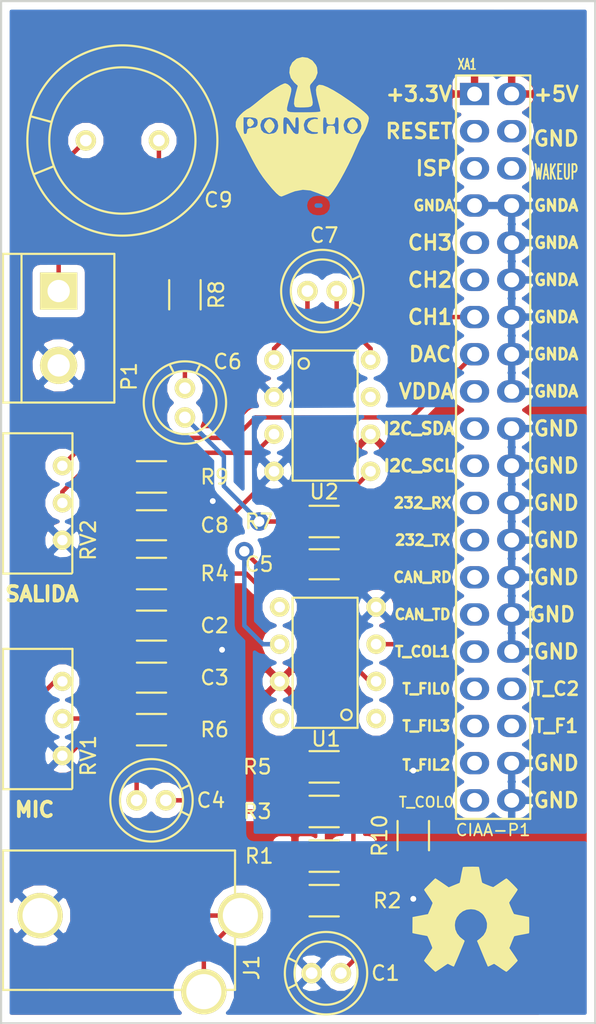
<source format=kicad_pcb>
(kicad_pcb (version 4) (host pcbnew 4.0.2-stable)

  (general
    (links 60)
    (no_connects 1)
    (area 139.447199 65.659 201.295001 153.670001)
    (thickness 1.6)
    (drawings 6)
    (tracks 103)
    (zones 0)
    (modules 31)
    (nets 47)
  )

  (page A4)
  (title_block
    (title "Poncho EDU CIAA Amp Audio")
    (company "CIAA - COMPUTADORA INDUSTRIAL ABIERTA ARGENTINA - Version EDU CIAA NXP")
    (comment 1 "Autor: Valentin Giovagnoli                    Licencia: Ver 'doc/LICENCIA.txt'")
    (comment 2 "Curso: Diseño de Circuitos Impresos CESE")
  )

  (layers
    (0 F.Cu signal hide)
    (31 B.Cu signal hide)
    (32 B.Adhes user hide)
    (33 F.Adhes user hide)
    (34 B.Paste user hide)
    (35 F.Paste user hide)
    (36 B.SilkS user hide)
    (37 F.SilkS user)
    (38 B.Mask user hide)
    (39 F.Mask user hide)
    (40 Dwgs.User user)
    (41 Cmts.User user hide)
    (42 Eco1.User user hide)
    (43 Eco2.User user hide)
    (44 Edge.Cuts user)
    (45 Margin user hide)
    (46 B.CrtYd user hide)
    (47 F.CrtYd user)
    (48 B.Fab user hide)
    (49 F.Fab user hide)
  )

  (setup
    (last_trace_width 0.3048)
    (user_trace_width 0.3048)
    (trace_clearance 0.3048)
    (zone_clearance 0.508)
    (zone_45_only no)
    (trace_min 0.3048)
    (segment_width 0.2)
    (edge_width 0.15)
    (via_size 0.6)
    (via_drill 0.4)
    (via_min_size 0.4)
    (via_min_drill 0.3)
    (user_via 1.27 0.7112)
    (uvia_size 0.3)
    (uvia_drill 0.1)
    (uvias_allowed no)
    (uvia_min_size 0.254)
    (uvia_min_drill 0.1)
    (pcb_text_width 0.3)
    (pcb_text_size 1.5 1.5)
    (mod_edge_width 0.15)
    (mod_text_size 1 1)
    (mod_text_width 0.15)
    (pad_size 1.32 1.32)
    (pad_drill 0.66)
    (pad_to_mask_clearance 0.2)
    (aux_axis_origin 0 0)
    (visible_elements 7FFEEF7F)
    (pcbplotparams
      (layerselection 0x00030_80000001)
      (usegerberextensions false)
      (excludeedgelayer true)
      (linewidth 0.100000)
      (plotframeref false)
      (viasonmask false)
      (mode 1)
      (useauxorigin false)
      (hpglpennumber 1)
      (hpglpenspeed 20)
      (hpglpendiameter 15)
      (hpglpenoverlay 2)
      (psnegative false)
      (psa4output false)
      (plotreference true)
      (plotvalue true)
      (plotinvisibletext false)
      (padsonsilk false)
      (subtractmaskfromsilk false)
      (outputformat 1)
      (mirror false)
      (drillshape 1)
      (scaleselection 1)
      (outputdirectory ""))
  )

  (net 0 "")
  (net 1 "Net-(C1-Pad1)")
  (net 2 GNDA)
  (net 3 "Net-(C2-Pad1)")
  (net 4 "Net-(C3-Pad2)")
  (net 5 "Net-(C5-Pad1)")
  (net 6 "Net-(C5-Pad2)")
  (net 7 "Net-(C6-Pad2)")
  (net 8 "Net-(C7-Pad1)")
  (net 9 "Net-(C7-Pad2)")
  (net 10 "Net-(C8-Pad1)")
  (net 11 "Net-(C8-Pad2)")
  (net 12 "Net-(C9-Pad2)")
  (net 13 "Net-(J1-Pad1)")
  (net 14 +5V)
  (net 15 "Net-(R5-Pad1)")
  (net 16 "Net-(U1-Pad1)")
  (net 17 "Net-(U1-Pad5)")
  (net 18 "Net-(RV2-Pad2)")
  (net 19 +3.3V)
  (net 20 "Net-(XA1-Pad11)")
  (net 21 "Net-(XA1-Pad6)")
  (net 22 "Net-(XA1-Pad17)")
  (net 23 "Net-(XA1-Pad19)")
  (net 24 "Net-(XA1-Pad21)")
  (net 25 "Net-(XA1-Pad23)")
  (net 26 "Net-(XA1-Pad25)")
  (net 27 "Net-(XA1-Pad27)")
  (net 28 "Net-(XA1-Pad29)")
  (net 29 "Net-(XA1-Pad31)")
  (net 30 "Net-(XA1-Pad33)")
  (net 31 "Net-(XA1-Pad34)")
  (net 32 "Net-(XA1-Pad36)")
  (net 33 "Net-(XA1-Pad35)")
  (net 34 "Net-(XA1-Pad37)")
  (net 35 "Net-(XA1-Pad3)")
  (net 36 "Net-(XA1-Pad5)")
  (net 37 "Net-(XA1-Pad9)")
  (net 38 "Net-(XA1-Pad39)")
  (net 39 "Net-(F1-Pad1)")
  (net 40 "Net-(F2-Pad1)")
  (net 41 "Net-(C3-Pad1)")
  (net 42 "Net-(C4-Pad2)")
  (net 43 "Net-(F3-Pad1)")
  (net 44 /ADC)
  (net 45 /DAC)
  (net 46 GND)

  (net_class Default "Esta es la clase de red por defecto."
    (clearance 0.3048)
    (trace_width 0.3048)
    (via_dia 0.6)
    (via_drill 0.4)
    (uvia_dia 0.3)
    (uvia_drill 0.1)
    (add_net +3.3V)
    (add_net +5V)
    (add_net /ADC)
    (add_net /DAC)
    (add_net GND)
    (add_net GNDA)
    (add_net "Net-(C1-Pad1)")
    (add_net "Net-(C2-Pad1)")
    (add_net "Net-(C3-Pad1)")
    (add_net "Net-(C3-Pad2)")
    (add_net "Net-(C4-Pad2)")
    (add_net "Net-(C5-Pad1)")
    (add_net "Net-(C5-Pad2)")
    (add_net "Net-(C6-Pad2)")
    (add_net "Net-(C7-Pad1)")
    (add_net "Net-(C7-Pad2)")
    (add_net "Net-(C8-Pad1)")
    (add_net "Net-(C8-Pad2)")
    (add_net "Net-(C9-Pad2)")
    (add_net "Net-(F1-Pad1)")
    (add_net "Net-(F2-Pad1)")
    (add_net "Net-(F3-Pad1)")
    (add_net "Net-(J1-Pad1)")
    (add_net "Net-(R5-Pad1)")
    (add_net "Net-(RV2-Pad2)")
    (add_net "Net-(U1-Pad1)")
    (add_net "Net-(U1-Pad5)")
    (add_net "Net-(XA1-Pad11)")
    (add_net "Net-(XA1-Pad17)")
    (add_net "Net-(XA1-Pad19)")
    (add_net "Net-(XA1-Pad21)")
    (add_net "Net-(XA1-Pad23)")
    (add_net "Net-(XA1-Pad25)")
    (add_net "Net-(XA1-Pad27)")
    (add_net "Net-(XA1-Pad29)")
    (add_net "Net-(XA1-Pad3)")
    (add_net "Net-(XA1-Pad31)")
    (add_net "Net-(XA1-Pad33)")
    (add_net "Net-(XA1-Pad34)")
    (add_net "Net-(XA1-Pad35)")
    (add_net "Net-(XA1-Pad36)")
    (add_net "Net-(XA1-Pad37)")
    (add_net "Net-(XA1-Pad39)")
    (add_net "Net-(XA1-Pad5)")
    (add_net "Net-(XA1-Pad6)")
    (add_net "Net-(XA1-Pad9)")
  )

  (module footprints:C_Kemet_ESY277M063AL3AA (layer F.Cu) (tedit 5797E58D) (tstamp 578B9F1D)
    (at 162.56 83.185 180)
    (path /57973DC6)
    (fp_text reference C9 (at -4.064 -4.064 180) (layer F.SilkS)
      (effects (font (size 1 1) (thickness 0.15)))
    )
    (fp_text value "270 uF" (at 2.54 2.54 180) (layer F.Fab)
      (effects (font (size 1 1) (thickness 0.15)))
    )
    (fp_line (start 8.763 1.651) (end 7.366 1.27) (layer F.SilkS) (width 0.15))
    (fp_line (start 8.509 -2.286) (end 7.239 -1.778) (layer F.SilkS) (width 0.15))
    (fp_circle (center 2.5 0) (end -2.5 0) (layer F.SilkS) (width 0.15))
    (fp_circle (center 2.5 0) (end 9 0) (layer F.SilkS) (width 0.15))
    (pad 1 thru_hole circle (at 0 0 180) (size 1.4 1.4) (drill 0.8) (layers *.Cu *.Mask F.SilkS)
      (net 10 "Net-(C8-Pad1)"))
    (pad 2 thru_hole circle (at 5 0 180) (size 1.4 1.4) (drill 0.8) (layers *.Cu *.Mask F.SilkS)
      (net 12 "Net-(C9-Pad2)"))
    (model Capacitors_ThroughHole.3dshapes/C_Radial_D13_L21_P5.wrl
      (at (xyz 0.1 0 0))
      (scale (xyz 1 1 1))
      (rotate (xyz 0 0 90))
    )
  )

  (module footprints:LM741_Texas_Instruments (layer F.Cu) (tedit 5797E640) (tstamp 578B9FEC)
    (at 177.419 122.682 90)
    (path /5797220C)
    (fp_text reference U1 (at -1.397 -3.429 180) (layer F.SilkS)
      (effects (font (size 1 1) (thickness 0.15)))
    )
    (fp_text value LM741 (at 4.064 -3.556 90) (layer F.Fab)
      (effects (font (size 1 1) (thickness 0.15)))
    )
    (fp_circle (center 0.254 -2.032) (end 0 -2.286) (layer F.SilkS) (width 0.15))
    (fp_line (start -0.635 -5.715) (end -0.635 -1.27) (layer F.SilkS) (width 0.15))
    (fp_line (start -0.635 -1.27) (end 8.255 -1.27) (layer F.SilkS) (width 0.15))
    (fp_line (start 8.255 -1.27) (end 8.255 -5.715) (layer F.SilkS) (width 0.15))
    (fp_line (start 8.255 -5.715) (end -0.635 -5.715) (layer F.SilkS) (width 0.15))
    (pad 1 thru_hole circle (at 0 0 90) (size 1.33 1.33) (drill 0.73) (layers *.Cu *.Mask F.SilkS)
      (net 16 "Net-(U1-Pad1)"))
    (pad 2 thru_hole circle (at 2.54 0 90) (size 1.33 1.33) (drill 0.73) (layers *.Cu *.Mask F.SilkS)
      (net 6 "Net-(C5-Pad2)"))
    (pad 3 thru_hole circle (at 5.08 0 90) (size 1.33 1.33) (drill 0.73) (layers *.Cu *.Mask F.SilkS)
      (net 15 "Net-(R5-Pad1)"))
    (pad 4 thru_hole circle (at 7.62 0 90) (size 1.33 1.33) (drill 0.73) (layers *.Cu *.Mask F.SilkS)
      (net 46 GND))
    (pad 5 thru_hole circle (at 7.62 -6.6 90) (size 1.33 1.33) (drill 0.73) (layers *.Cu *.Mask F.SilkS)
      (net 17 "Net-(U1-Pad5)"))
    (pad 6 thru_hole circle (at 5.08 -6.6 90) (size 1.33 1.33) (drill 0.73) (layers *.Cu *.Mask F.SilkS)
      (net 5 "Net-(C5-Pad1)"))
    (pad 7 thru_hole circle (at 2.54 -6.6 90) (size 1.33 1.33) (drill 0.73) (layers *.Cu *.Mask F.SilkS)
      (net 19 +3.3V))
    (pad 8 thru_hole circle (at 0 -6.6 90) (size 1.33 1.33) (drill 0.73) (layers *.Cu *.Mask F.SilkS))
    (model Housings_DIP.3dshapes/DIP-8_W7.62mm.wrl
      (at (xyz 0 0 0))
      (scale (xyz 0.85 1 1))
      (rotate (xyz 0 0 -90))
    )
  )

  (module footprints:Kemet_ESH106M050AC3AA (layer F.Cu) (tedit 5797EE54) (tstamp 578B9EC5)
    (at 175.006 140.081 180)
    (path /5797230E)
    (fp_text reference C1 (at -3.048 0 360) (layer F.SilkS)
      (effects (font (size 1 1) (thickness 0.15)))
    )
    (fp_text value "100 uF" (at -0.762 -3.556 360) (layer F.Fab)
      (effects (font (size 1 1) (thickness 0.15)))
    )
    (fp_line (start 3.556 1.016) (end 3.048 0.762) (layer F.SilkS) (width 0.15))
    (fp_line (start 3.556 -1.016) (end 3.048 -0.762) (layer F.SilkS) (width 0.15))
    (fp_circle (center 1.016 0) (end -0.508 -1.524) (layer F.SilkS) (width 0.15))
    (fp_circle (center 1.016 0) (end 3 -2) (layer F.SilkS) (width 0.15))
    (pad 1 thru_hole circle (at 0 0 180) (size 1.4 1.4) (drill 0.8) (layers *.Cu *.Mask F.SilkS)
      (net 1 "Net-(C1-Pad1)") (die_length 2))
    (pad 2 thru_hole circle (at 2 0 180) (size 1.4 1.4) (drill 0.8) (layers *.Cu *.Mask F.SilkS)
      (net 2 GNDA))
    (model Capacitors_ThroughHole.3dshapes/C_Radial_D6.3_L11.2_P2.5.wrl
      (at (xyz 0 0 0))
      (scale (xyz 1 1 1))
      (rotate (xyz 0 0 0))
    )
  )

  (module Capacitors_SMD:C_1206_HandSoldering (layer F.Cu) (tedit 5797E11C) (tstamp 578B9ED1)
    (at 162.052 116.332)
    (descr "Capacitor SMD 1206, hand soldering")
    (tags "capacitor 1206")
    (path /5797231C)
    (attr smd)
    (fp_text reference C2 (at 4.318 0 180) (layer F.SilkS)
      (effects (font (size 1 1) (thickness 0.15)))
    )
    (fp_text value "22 uF" (at -0.254 0) (layer F.Fab)
      (effects (font (size 1 1) (thickness 0.15)))
    )
    (fp_line (start -3.3 -1.15) (end 3.3 -1.15) (layer F.CrtYd) (width 0.05))
    (fp_line (start -3.3 1.15) (end 3.3 1.15) (layer F.CrtYd) (width 0.05))
    (fp_line (start -3.3 -1.15) (end -3.3 1.15) (layer F.CrtYd) (width 0.05))
    (fp_line (start 3.3 -1.15) (end 3.3 1.15) (layer F.CrtYd) (width 0.05))
    (fp_line (start 1 -1.025) (end -1 -1.025) (layer F.SilkS) (width 0.15))
    (fp_line (start -1 1.025) (end 1 1.025) (layer F.SilkS) (width 0.15))
    (pad 1 smd rect (at -2 0) (size 2 1.6) (layers F.Cu F.Paste F.Mask)
      (net 3 "Net-(C2-Pad1)"))
    (pad 2 smd rect (at 2 0) (size 2 1.6) (layers F.Cu F.Paste F.Mask)
      (net 2 GNDA))
    (model Capacitors_SMD.3dshapes/C_1206_HandSoldering.wrl
      (at (xyz 0 0 0))
      (scale (xyz 1 1 1))
      (rotate (xyz 0 0 0))
    )
  )

  (module Capacitors_SMD:C_1206_HandSoldering (layer F.Cu) (tedit 5797E120) (tstamp 578B9EDD)
    (at 162.052 119.888)
    (descr "Capacitor SMD 1206, hand soldering")
    (tags "capacitor 1206")
    (path /57972251)
    (attr smd)
    (fp_text reference C3 (at 4.318 0) (layer F.SilkS)
      (effects (font (size 1 1) (thickness 0.15)))
    )
    (fp_text value "0,022 uF" (at 0 0) (layer F.Fab)
      (effects (font (size 1 1) (thickness 0.15)))
    )
    (fp_line (start -3.3 -1.15) (end 3.3 -1.15) (layer F.CrtYd) (width 0.05))
    (fp_line (start -3.3 1.15) (end 3.3 1.15) (layer F.CrtYd) (width 0.05))
    (fp_line (start -3.3 -1.15) (end -3.3 1.15) (layer F.CrtYd) (width 0.05))
    (fp_line (start 3.3 -1.15) (end 3.3 1.15) (layer F.CrtYd) (width 0.05))
    (fp_line (start 1 -1.025) (end -1 -1.025) (layer F.SilkS) (width 0.15))
    (fp_line (start -1 1.025) (end 1 1.025) (layer F.SilkS) (width 0.15))
    (pad 1 smd rect (at -2 0) (size 2 1.6) (layers F.Cu F.Paste F.Mask)
      (net 41 "Net-(C3-Pad1)"))
    (pad 2 smd rect (at 2 0) (size 2 1.6) (layers F.Cu F.Paste F.Mask)
      (net 4 "Net-(C3-Pad2)"))
    (model Capacitors_SMD.3dshapes/C_1206_HandSoldering.wrl
      (at (xyz 0 0 0))
      (scale (xyz 1 1 1))
      (rotate (xyz 0 0 0))
    )
  )

  (module footprints:Kemet_ESH106M050AC3AA (layer F.Cu) (tedit 5797EE62) (tstamp 578B9EE7)
    (at 161.036 128.27)
    (path /57972265)
    (fp_text reference C4 (at 5.08 0) (layer F.SilkS)
      (effects (font (size 1 1) (thickness 0.15)))
    )
    (fp_text value "1 uF" (at -0.762 4.318 90) (layer F.Fab)
      (effects (font (size 1 1) (thickness 0.15)))
    )
    (fp_line (start 3.556 1.016) (end 3.048 0.762) (layer F.SilkS) (width 0.15))
    (fp_line (start 3.556 -1.016) (end 3.048 -0.762) (layer F.SilkS) (width 0.15))
    (fp_circle (center 1.016 0) (end -0.508 -1.524) (layer F.SilkS) (width 0.15))
    (fp_circle (center 1.016 0) (end 3 -2) (layer F.SilkS) (width 0.15))
    (pad 1 thru_hole circle (at 0 0) (size 1.4 1.4) (drill 0.8) (layers *.Cu *.Mask F.SilkS)
      (net 4 "Net-(C3-Pad2)") (die_length 2))
    (pad 2 thru_hole circle (at 2 0) (size 1.4 1.4) (drill 0.8) (layers *.Cu *.Mask F.SilkS)
      (net 42 "Net-(C4-Pad2)"))
    (model Capacitors_ThroughHole.3dshapes/C_Radial_D5_L11_P2.wrl
      (at (xyz 0 0 0))
      (scale (xyz 1 1 1))
      (rotate (xyz 0 0 0))
    )
  )

  (module Capacitors_SMD:C_1206_HandSoldering (layer F.Cu) (tedit 5797E86C) (tstamp 578B9EF3)
    (at 173.863 112.141)
    (descr "Capacitor SMD 1206, hand soldering")
    (tags "capacitor 1206")
    (path /579722CC)
    (attr smd)
    (fp_text reference C5 (at -4.445 0) (layer F.SilkS)
      (effects (font (size 1 1) (thickness 0.15)))
    )
    (fp_text value 100pF (at 5.842 0) (layer F.Fab)
      (effects (font (size 1 1) (thickness 0.15)))
    )
    (fp_line (start -3.3 -1.15) (end 3.3 -1.15) (layer F.CrtYd) (width 0.05))
    (fp_line (start -3.3 1.15) (end 3.3 1.15) (layer F.CrtYd) (width 0.05))
    (fp_line (start -3.3 -1.15) (end -3.3 1.15) (layer F.CrtYd) (width 0.05))
    (fp_line (start 3.3 -1.15) (end 3.3 1.15) (layer F.CrtYd) (width 0.05))
    (fp_line (start 1 -1.025) (end -1 -1.025) (layer F.SilkS) (width 0.15))
    (fp_line (start -1 1.025) (end 1 1.025) (layer F.SilkS) (width 0.15))
    (pad 1 smd rect (at -2 0) (size 2 1.6) (layers F.Cu F.Paste F.Mask)
      (net 5 "Net-(C5-Pad1)"))
    (pad 2 smd rect (at 2 0) (size 2 1.6) (layers F.Cu F.Paste F.Mask)
      (net 6 "Net-(C5-Pad2)"))
    (model Capacitors_SMD.3dshapes/C_1206_HandSoldering.wrl
      (at (xyz 0 0 0))
      (scale (xyz 1 1 1))
      (rotate (xyz 0 0 0))
    )
  )

  (module footprints:Kemet_ESH106M050AC3AA (layer F.Cu) (tedit 5797EE97) (tstamp 578B9EFD)
    (at 164.338 102.108 90)
    (path /5797232A)
    (fp_text reference C6 (at 3.81 2.921 180) (layer F.SilkS)
      (effects (font (size 1 1) (thickness 0.15)))
    )
    (fp_text value "10 uF" (at -1.016 -4.699 180) (layer F.Fab)
      (effects (font (size 1 1) (thickness 0.15)))
    )
    (fp_line (start 3.556 1.016) (end 3.048 0.762) (layer F.SilkS) (width 0.15))
    (fp_line (start 3.556 -1.016) (end 3.048 -0.762) (layer F.SilkS) (width 0.15))
    (fp_circle (center 1.016 0) (end -0.508 -1.524) (layer F.SilkS) (width 0.15))
    (fp_circle (center 1.016 0) (end 3 -2) (layer F.SilkS) (width 0.15))
    (pad 1 thru_hole circle (at 0 0 90) (size 1.4 1.4) (drill 0.8) (layers *.Cu *.Mask F.SilkS)
      (net 5 "Net-(C5-Pad1)") (die_length 2))
    (pad 2 thru_hole circle (at 2 0 90) (size 1.4 1.4) (drill 0.8) (layers *.Cu *.Mask F.SilkS)
      (net 7 "Net-(C6-Pad2)"))
    (model Capacitors_ThroughHole.3dshapes/C_Radial_D5_L11_P2.wrl
      (at (xyz 0 0 0))
      (scale (xyz 1 1 1))
      (rotate (xyz 0 0 0))
    )
  )

  (module footprints:Kemet_ESH106M050AC3AA (layer F.Cu) (tedit 5797EE7D) (tstamp 578B9F07)
    (at 172.72 93.472)
    (path /57973DD8)
    (fp_text reference C7 (at 1.143 -3.81) (layer F.SilkS)
      (effects (font (size 1 1) (thickness 0.15)))
    )
    (fp_text value "10 uF" (at 5.588 2.286) (layer F.Fab)
      (effects (font (size 1 1) (thickness 0.15)))
    )
    (fp_line (start 3.556 1.016) (end 3.048 0.762) (layer F.SilkS) (width 0.15))
    (fp_line (start 3.556 -1.016) (end 3.048 -0.762) (layer F.SilkS) (width 0.15))
    (fp_circle (center 1.016 0) (end -0.508 -1.524) (layer F.SilkS) (width 0.15))
    (fp_circle (center 1.016 0) (end 3 -2) (layer F.SilkS) (width 0.15))
    (pad 1 thru_hole circle (at 0 0) (size 1.4 1.4) (drill 0.8) (layers *.Cu *.Mask F.SilkS)
      (net 8 "Net-(C7-Pad1)") (die_length 2))
    (pad 2 thru_hole circle (at 2 0) (size 1.4 1.4) (drill 0.8) (layers *.Cu *.Mask F.SilkS)
      (net 9 "Net-(C7-Pad2)"))
    (model Capacitors_ThroughHole.3dshapes/C_Radial_D5_L11_P2.wrl
      (at (xyz 0 0 0))
      (scale (xyz 1 1 1))
      (rotate (xyz 0 0 0))
    )
  )

  (module Capacitors_SMD:C_1206_HandSoldering (layer F.Cu) (tedit 5797E128) (tstamp 578B9F13)
    (at 162.052 109.474 180)
    (descr "Capacitor SMD 1206, hand soldering")
    (tags "capacitor 1206")
    (path /57973DA4)
    (attr smd)
    (fp_text reference C8 (at -4.318 0 180) (layer F.SilkS)
      (effects (font (size 1 1) (thickness 0.15)))
    )
    (fp_text value "0,047 uF" (at 0 0 180) (layer F.Fab)
      (effects (font (size 1 1) (thickness 0.15)))
    )
    (fp_line (start -3.3 -1.15) (end 3.3 -1.15) (layer F.CrtYd) (width 0.05))
    (fp_line (start -3.3 1.15) (end 3.3 1.15) (layer F.CrtYd) (width 0.05))
    (fp_line (start -3.3 -1.15) (end -3.3 1.15) (layer F.CrtYd) (width 0.05))
    (fp_line (start 3.3 -1.15) (end 3.3 1.15) (layer F.CrtYd) (width 0.05))
    (fp_line (start 1 -1.025) (end -1 -1.025) (layer F.SilkS) (width 0.15))
    (fp_line (start -1 1.025) (end 1 1.025) (layer F.SilkS) (width 0.15))
    (pad 1 smd rect (at -2 0 180) (size 2 1.6) (layers F.Cu F.Paste F.Mask)
      (net 10 "Net-(C8-Pad1)"))
    (pad 2 smd rect (at 2 0 180) (size 2 1.6) (layers F.Cu F.Paste F.Mask)
      (net 11 "Net-(C8-Pad2)"))
    (model Capacitors_SMD.3dshapes/C_1206_HandSoldering.wrl
      (at (xyz 0 0 0))
      (scale (xyz 1 1 1))
      (rotate (xyz 0 0 0))
    )
  )

  (module Connect:bornier2 (layer F.Cu) (tedit 5797E14E) (tstamp 578B9F3B)
    (at 155.702 96.012 270)
    (descr "Bornier d'alimentation 2 pins")
    (tags DEV)
    (path /57973DE7)
    (fp_text reference P1 (at 3.302 -4.826 270) (layer F.SilkS)
      (effects (font (size 1 1) (thickness 0.15)))
    )
    (fp_text value CONN_01X02 (at 0 5.08 270) (layer F.Fab)
      (effects (font (size 1 1) (thickness 0.15)))
    )
    (fp_line (start 5.08 2.54) (end -5.08 2.54) (layer F.SilkS) (width 0.15))
    (fp_line (start 5.08 3.81) (end 5.08 -3.81) (layer F.SilkS) (width 0.15))
    (fp_line (start 5.08 -3.81) (end -5.08 -3.81) (layer F.SilkS) (width 0.15))
    (fp_line (start -5.08 -3.81) (end -5.08 3.81) (layer F.SilkS) (width 0.15))
    (fp_line (start -5.08 3.81) (end 5.08 3.81) (layer F.SilkS) (width 0.15))
    (pad 1 thru_hole rect (at -2.54 0 270) (size 2.54 2.54) (drill 1.524) (layers *.Cu *.Mask F.SilkS)
      (net 12 "Net-(C9-Pad2)"))
    (pad 2 thru_hole circle (at 2.54 0 270) (size 2.54 2.54) (drill 1.524) (layers *.Cu *.Mask F.SilkS)
      (net 2 GNDA))
    (model Connect.3dshapes/bornier2.wrl
      (at (xyz 0 0 0))
      (scale (xyz 1 1 1))
      (rotate (xyz 0 0 0))
    )
  )

  (module footprints:R_1206_HandSoldering (layer F.Cu) (tedit 5797E87A) (tstamp 578B9F47)
    (at 173.863 132.08)
    (descr "Resistor SMD 1206, hand soldering")
    (tags "resistor 1206")
    (path /57972281)
    (attr smd)
    (fp_text reference R1 (at -4.445 0 180) (layer F.SilkS)
      (effects (font (size 1 1) (thickness 0.15)))
    )
    (fp_text value 4,7k (at 5.08 0.127) (layer F.Fab)
      (effects (font (size 1 1) (thickness 0.15)))
    )
    (fp_line (start -3.3 -1.2) (end 3.3 -1.2) (layer F.CrtYd) (width 0.05))
    (fp_line (start -3.3 1.2) (end 3.3 1.2) (layer F.CrtYd) (width 0.05))
    (fp_line (start -3.3 -1.2) (end -3.3 1.2) (layer F.CrtYd) (width 0.05))
    (fp_line (start 3.3 -1.2) (end 3.3 1.2) (layer F.CrtYd) (width 0.05))
    (fp_line (start 1 1.075) (end -1 1.075) (layer F.SilkS) (width 0.15))
    (fp_line (start -1 -1.075) (end 1 -1.075) (layer F.SilkS) (width 0.15))
    (pad 1 smd rect (at -2 0) (size 2 1.7) (layers F.Cu F.Paste F.Mask)
      (net 19 +3.3V))
    (pad 2 smd rect (at 2 0) (size 2 1.7) (layers F.Cu F.Paste F.Mask)
      (net 1 "Net-(C1-Pad1)"))
    (model Resistors_SMD.3dshapes/R_1206_HandSoldering.wrl
      (at (xyz 0 0 0))
      (scale (xyz 1 1 1))
      (rotate (xyz 0 0 0))
    )
  )

  (module footprints:R_1206_HandSoldering (layer F.Cu) (tedit 5797E5BC) (tstamp 578B9F53)
    (at 173.863 135.128 180)
    (descr "Resistor SMD 1206, hand soldering")
    (tags "resistor 1206")
    (path /5797228F)
    (attr smd)
    (fp_text reference R2 (at -4.318 0 180) (layer F.SilkS)
      (effects (font (size 1 1) (thickness 0.15)))
    )
    (fp_text value 4,7k (at -0.254 0 180) (layer F.Fab)
      (effects (font (size 1 1) (thickness 0.15)))
    )
    (fp_line (start -3.3 -1.2) (end 3.3 -1.2) (layer F.CrtYd) (width 0.05))
    (fp_line (start -3.3 1.2) (end 3.3 1.2) (layer F.CrtYd) (width 0.05))
    (fp_line (start -3.3 -1.2) (end -3.3 1.2) (layer F.CrtYd) (width 0.05))
    (fp_line (start 3.3 -1.2) (end 3.3 1.2) (layer F.CrtYd) (width 0.05))
    (fp_line (start 1 1.075) (end -1 1.075) (layer F.SilkS) (width 0.15))
    (fp_line (start -1 -1.075) (end 1 -1.075) (layer F.SilkS) (width 0.15))
    (pad 1 smd rect (at -2 0 180) (size 2 1.7) (layers F.Cu F.Paste F.Mask)
      (net 1 "Net-(C1-Pad1)"))
    (pad 2 smd rect (at 2 0 180) (size 2 1.7) (layers F.Cu F.Paste F.Mask)
      (net 2 GNDA))
    (model Resistors_SMD.3dshapes/R_1206_HandSoldering.wrl
      (at (xyz 0 0 0))
      (scale (xyz 1 1 1))
      (rotate (xyz 0 0 0))
    )
  )

  (module footprints:R_1206_HandSoldering (layer F.Cu) (tedit 5797EE5D) (tstamp 578B9F5F)
    (at 173.863 129.032)
    (descr "Resistor SMD 1206, hand soldering")
    (tags "resistor 1206")
    (path /57972273)
    (attr smd)
    (fp_text reference R3 (at -4.572 0 180) (layer F.SilkS)
      (effects (font (size 1 1) (thickness 0.15)))
    )
    (fp_text value 47k (at 4.699 0.127) (layer F.Fab)
      (effects (font (size 1 1) (thickness 0.15)))
    )
    (fp_line (start -3.3 -1.2) (end 3.3 -1.2) (layer F.CrtYd) (width 0.05))
    (fp_line (start -3.3 1.2) (end 3.3 1.2) (layer F.CrtYd) (width 0.05))
    (fp_line (start -3.3 -1.2) (end -3.3 1.2) (layer F.CrtYd) (width 0.05))
    (fp_line (start 3.3 -1.2) (end 3.3 1.2) (layer F.CrtYd) (width 0.05))
    (fp_line (start 1 1.075) (end -1 1.075) (layer F.SilkS) (width 0.15))
    (fp_line (start -1 -1.075) (end 1 -1.075) (layer F.SilkS) (width 0.15))
    (pad 1 smd rect (at -2 0) (size 2 1.7) (layers F.Cu F.Paste F.Mask)
      (net 42 "Net-(C4-Pad2)"))
    (pad 2 smd rect (at 2 0) (size 2 1.7) (layers F.Cu F.Paste F.Mask)
      (net 1 "Net-(C1-Pad1)"))
    (model Resistors_SMD.3dshapes/R_1206_HandSoldering.wrl
      (at (xyz 0 0 0))
      (scale (xyz 1 1 1))
      (rotate (xyz 0 0 0))
    )
  )

  (module footprints:R_1206_HandSoldering (layer F.Cu) (tedit 5797E122) (tstamp 578B9F6B)
    (at 162.052 112.776 180)
    (descr "Resistor SMD 1206, hand soldering")
    (tags "resistor 1206")
    (path /579722B7)
    (attr smd)
    (fp_text reference R4 (at -4.318 0 180) (layer F.SilkS)
      (effects (font (size 1 1) (thickness 0.15)))
    )
    (fp_text value 560 (at 0 0 180) (layer F.Fab)
      (effects (font (size 1 1) (thickness 0.15)))
    )
    (fp_line (start -3.3 -1.2) (end 3.3 -1.2) (layer F.CrtYd) (width 0.05))
    (fp_line (start -3.3 1.2) (end 3.3 1.2) (layer F.CrtYd) (width 0.05))
    (fp_line (start -3.3 -1.2) (end -3.3 1.2) (layer F.CrtYd) (width 0.05))
    (fp_line (start 3.3 -1.2) (end 3.3 1.2) (layer F.CrtYd) (width 0.05))
    (fp_line (start 1 1.075) (end -1 1.075) (layer F.SilkS) (width 0.15))
    (fp_line (start -1 -1.075) (end 1 -1.075) (layer F.SilkS) (width 0.15))
    (pad 1 smd rect (at -2 0 180) (size 2 1.7) (layers F.Cu F.Paste F.Mask)
      (net 6 "Net-(C5-Pad2)"))
    (pad 2 smd rect (at 2 0 180) (size 2 1.7) (layers F.Cu F.Paste F.Mask)
      (net 3 "Net-(C2-Pad1)"))
    (model Resistors_SMD.3dshapes/R_1206_HandSoldering.wrl
      (at (xyz 0 0 0))
      (scale (xyz 1 1 1))
      (rotate (xyz 0 0 0))
    )
  )

  (module footprints:R_1206_HandSoldering (layer F.Cu) (tedit 5797E881) (tstamp 578B9F77)
    (at 173.863 125.984 180)
    (descr "Resistor SMD 1206, hand soldering")
    (tags "resistor 1206")
    (path /579722A9)
    (attr smd)
    (fp_text reference R5 (at 4.572 0 180) (layer F.SilkS)
      (effects (font (size 1 1) (thickness 0.15)))
    )
    (fp_text value 1k (at -4.191 -0.127 180) (layer F.Fab)
      (effects (font (size 1 1) (thickness 0.15)))
    )
    (fp_line (start -3.3 -1.2) (end 3.3 -1.2) (layer F.CrtYd) (width 0.05))
    (fp_line (start -3.3 1.2) (end 3.3 1.2) (layer F.CrtYd) (width 0.05))
    (fp_line (start -3.3 -1.2) (end -3.3 1.2) (layer F.CrtYd) (width 0.05))
    (fp_line (start 3.3 -1.2) (end 3.3 1.2) (layer F.CrtYd) (width 0.05))
    (fp_line (start 1 1.075) (end -1 1.075) (layer F.SilkS) (width 0.15))
    (fp_line (start -1 -1.075) (end 1 -1.075) (layer F.SilkS) (width 0.15))
    (pad 1 smd rect (at -2 0 180) (size 2 1.7) (layers F.Cu F.Paste F.Mask)
      (net 15 "Net-(R5-Pad1)"))
    (pad 2 smd rect (at 2 0 180) (size 2 1.7) (layers F.Cu F.Paste F.Mask)
      (net 42 "Net-(C4-Pad2)"))
    (model Resistors_SMD.3dshapes/R_1206_HandSoldering.wrl
      (at (xyz 0 0 0))
      (scale (xyz 1 1 1))
      (rotate (xyz 0 0 0))
    )
  )

  (module footprints:R_1206_HandSoldering (layer F.Cu) (tedit 5797E6D4) (tstamp 578B9F83)
    (at 162.052 123.444)
    (descr "Resistor SMD 1206, hand soldering")
    (tags "resistor 1206")
    (path /57972243)
    (attr smd)
    (fp_text reference R6 (at 4.318 0) (layer F.SilkS)
      (effects (font (size 1 1) (thickness 0.15)))
    )
    (fp_text value 15k (at 0.127 0.127) (layer F.Fab)
      (effects (font (size 1 1) (thickness 0.15)))
    )
    (fp_line (start -3.3 -1.2) (end 3.3 -1.2) (layer F.CrtYd) (width 0.05))
    (fp_line (start -3.3 1.2) (end 3.3 1.2) (layer F.CrtYd) (width 0.05))
    (fp_line (start -3.3 -1.2) (end -3.3 1.2) (layer F.CrtYd) (width 0.05))
    (fp_line (start 3.3 -1.2) (end 3.3 1.2) (layer F.CrtYd) (width 0.05))
    (fp_line (start 1 1.075) (end -1 1.075) (layer F.SilkS) (width 0.15))
    (fp_line (start -1 -1.075) (end 1 -1.075) (layer F.SilkS) (width 0.15))
    (pad 1 smd rect (at -2 0) (size 2 1.7) (layers F.Cu F.Paste F.Mask)
      (net 2 GNDA))
    (pad 2 smd rect (at 2 0) (size 2 1.7) (layers F.Cu F.Paste F.Mask)
      (net 4 "Net-(C3-Pad2)"))
    (model Resistors_SMD.3dshapes/R_1206_HandSoldering.wrl
      (at (xyz 0 0 0))
      (scale (xyz 1 1 1))
      (rotate (xyz 0 0 0))
    )
  )

  (module footprints:R_1206_HandSoldering (layer F.Cu) (tedit 5797E870) (tstamp 578B9F8F)
    (at 173.863 109.22)
    (descr "Resistor SMD 1206, hand soldering")
    (tags "resistor 1206")
    (path /579722DA)
    (attr smd)
    (fp_text reference R7 (at -4.445 0) (layer F.SilkS)
      (effects (font (size 1 1) (thickness 0.15)))
    )
    (fp_text value 47k (at 5.08 0) (layer F.Fab)
      (effects (font (size 1 1) (thickness 0.15)))
    )
    (fp_line (start -3.3 -1.2) (end 3.3 -1.2) (layer F.CrtYd) (width 0.05))
    (fp_line (start -3.3 1.2) (end 3.3 1.2) (layer F.CrtYd) (width 0.05))
    (fp_line (start -3.3 -1.2) (end -3.3 1.2) (layer F.CrtYd) (width 0.05))
    (fp_line (start 3.3 -1.2) (end 3.3 1.2) (layer F.CrtYd) (width 0.05))
    (fp_line (start 1 1.075) (end -1 1.075) (layer F.SilkS) (width 0.15))
    (fp_line (start -1 -1.075) (end 1 -1.075) (layer F.SilkS) (width 0.15))
    (pad 1 smd rect (at -2 0) (size 2 1.7) (layers F.Cu F.Paste F.Mask)
      (net 5 "Net-(C5-Pad1)"))
    (pad 2 smd rect (at 2 0) (size 2 1.7) (layers F.Cu F.Paste F.Mask)
      (net 6 "Net-(C5-Pad2)"))
    (model Resistors_SMD.3dshapes/R_1206_HandSoldering.wrl
      (at (xyz 0 0 0))
      (scale (xyz 1 1 1))
      (rotate (xyz 0 0 0))
    )
  )

  (module footprints:R_1206_HandSoldering (layer F.Cu) (tedit 5797EE79) (tstamp 578B9F9B)
    (at 164.338 93.726 270)
    (descr "Resistor SMD 1206, hand soldering")
    (tags "resistor 1206")
    (path /57972338)
    (attr smd)
    (fp_text reference R8 (at 0 -2.159 270) (layer F.SilkS)
      (effects (font (size 1 1) (thickness 0.15)))
    )
    (fp_text value 4,7k (at -0.254 0 270) (layer F.Fab)
      (effects (font (size 1 1) (thickness 0.15)))
    )
    (fp_line (start -3.3 -1.2) (end 3.3 -1.2) (layer F.CrtYd) (width 0.05))
    (fp_line (start -3.3 1.2) (end 3.3 1.2) (layer F.CrtYd) (width 0.05))
    (fp_line (start -3.3 -1.2) (end -3.3 1.2) (layer F.CrtYd) (width 0.05))
    (fp_line (start 3.3 -1.2) (end 3.3 1.2) (layer F.CrtYd) (width 0.05))
    (fp_line (start 1 1.075) (end -1 1.075) (layer F.SilkS) (width 0.15))
    (fp_line (start -1 -1.075) (end 1 -1.075) (layer F.SilkS) (width 0.15))
    (pad 1 smd rect (at -2 0 270) (size 2 1.7) (layers F.Cu F.Paste F.Mask)
      (net 44 /ADC))
    (pad 2 smd rect (at 2 0 270) (size 2 1.7) (layers F.Cu F.Paste F.Mask)
      (net 7 "Net-(C6-Pad2)"))
    (model Resistors_SMD.3dshapes/R_1206_HandSoldering.wrl
      (at (xyz 0 0 0))
      (scale (xyz 1 1 1))
      (rotate (xyz 0 0 0))
    )
  )

  (module footprints:R_1206_HandSoldering (layer F.Cu) (tedit 5797E125) (tstamp 578B9FA7)
    (at 162.052 106.172)
    (descr "Resistor SMD 1206, hand soldering")
    (tags "resistor 1206")
    (path /57973DB3)
    (attr smd)
    (fp_text reference R9 (at 4.318 0) (layer F.SilkS)
      (effects (font (size 1 1) (thickness 0.15)))
    )
    (fp_text value 10 (at -0.254 0) (layer F.Fab)
      (effects (font (size 1 1) (thickness 0.15)))
    )
    (fp_line (start -3.3 -1.2) (end 3.3 -1.2) (layer F.CrtYd) (width 0.05))
    (fp_line (start -3.3 1.2) (end 3.3 1.2) (layer F.CrtYd) (width 0.05))
    (fp_line (start -3.3 -1.2) (end -3.3 1.2) (layer F.CrtYd) (width 0.05))
    (fp_line (start 3.3 -1.2) (end 3.3 1.2) (layer F.CrtYd) (width 0.05))
    (fp_line (start 1 1.075) (end -1 1.075) (layer F.SilkS) (width 0.15))
    (fp_line (start -1 -1.075) (end 1 -1.075) (layer F.SilkS) (width 0.15))
    (pad 1 smd rect (at -2 0) (size 2 1.7) (layers F.Cu F.Paste F.Mask)
      (net 11 "Net-(C8-Pad2)"))
    (pad 2 smd rect (at 2 0) (size 2 1.7) (layers F.Cu F.Paste F.Mask)
      (net 2 GNDA))
    (model Resistors_SMD.3dshapes/R_1206_HandSoldering.wrl
      (at (xyz 0 0 0))
      (scale (xyz 1 1 1))
      (rotate (xyz 0 0 0))
    )
  )

  (module footprints:POT_20K_0.25W_Bourns_3310C (layer F.Cu) (tedit 5797E140) (tstamp 578B9FBC)
    (at 155.956 120.142 180)
    (path /5797222F)
    (fp_text reference RV1 (at -1.778 -5.08 270) (layer F.SilkS)
      (effects (font (size 1 1) (thickness 0.15)))
    )
    (fp_text value 20k (at 2.54 -3.556 270) (layer F.Fab)
      (effects (font (size 1 1) (thickness 0.15)))
    )
    (fp_line (start 4.191 -5.588) (end 16.129 -5.588) (layer F.SilkS) (width 0.15))
    (fp_line (start 16.129 -5.588) (end 16.129 -3.81) (layer F.SilkS) (width 0.15))
    (fp_line (start 16.129 -3.81) (end 13.081 -3.81) (layer F.SilkS) (width 0.15))
    (fp_line (start 13.081 -3.81) (end 13.081 -3.048) (layer F.SilkS) (width 0.15))
    (fp_line (start 13.081 -3.048) (end 16.129 -3.048) (layer F.SilkS) (width 0.15))
    (fp_line (start 16.129 -3.048) (end 16.129 -1.27) (layer F.SilkS) (width 0.15))
    (fp_line (start 16.129 -1.27) (end 4.191 -1.27) (layer F.SilkS) (width 0.15))
    (fp_line (start 3.556 -7.366) (end 4.064 -7.366) (layer F.SilkS) (width 0.15))
    (fp_line (start 4.064 2.159) (end 4.064 -7.366) (layer F.SilkS) (width 0.15))
    (fp_line (start -0.635 -7.366) (end 3.556 -7.366) (layer F.SilkS) (width 0.15))
    (fp_line (start -0.68 0) (end -0.68 -7.3) (layer F.SilkS) (width 0.15))
    (fp_line (start 0 2.22) (end 4.06 2.22) (layer F.SilkS) (width 0.15))
    (fp_line (start -0.69 2.22) (end -0.69 0) (layer F.SilkS) (width 0.15))
    (fp_line (start -0.69 2.22) (end 0 2.22) (layer F.SilkS) (width 0.15))
    (pad 1 thru_hole circle (at 0 0 180) (size 1.31 1.31) (drill 0.71) (layers *.Cu *.Mask F.SilkS)
      (net 13 "Net-(J1-Pad1)"))
    (pad 2 thru_hole circle (at 0 -2.54 180) (size 1.31 1.31) (drill 0.71) (layers *.Cu *.Mask F.SilkS)
      (net 41 "Net-(C3-Pad1)"))
    (pad 3 thru_hole circle (at 0 -5.08 180) (size 1.31 1.31) (drill 0.71) (layers *.Cu *.Mask F.SilkS)
      (net 2 GNDA))
    (model "../../../../../../Users/giovagno/Desktop/CESE/Diseño de Circuitos Impresos/Trabajo Final/Poncho EDU CIAA Amp Audio/footprints.3dshapes/RV1_Pot_20k.wrl"
      (at (xyz -0.034 0.1 0.187))
      (scale (xyz 0.4 0.4 0.4))
      (rotate (xyz 0 -90 180))
    )
  )

  (module footprints:Conn_Poncho_Derecha (layer F.Cu) (tedit 5797E6B3) (tstamp 578BA056)
    (at 184.15 80.01)
    (tags "CONN Poncho")
    (path /5797474F)
    (fp_text reference XA1 (at -0.508 -2.032) (layer F.SilkS)
      (effects (font (size 0.7112 0.4572) (thickness 0.1143)))
    )
    (fp_text value Conn_Poncho2P_2x_20x2 (at -1.905 51.181) (layer F.SilkS) hide
      (effects (font (size 0.7112 0.4572) (thickness 0.1143)))
    )
    (fp_text user GND (at 5.588 48.26) (layer F.SilkS)
      (effects (font (size 1 1) (thickness 0.2)))
    )
    (fp_text user GND (at 5.588 45.72) (layer F.SilkS)
      (effects (font (size 1 1) (thickness 0.2)))
    )
    (fp_text user T_F1 (at 5.588 43.18) (layer F.SilkS)
      (effects (font (size 0.9 0.9) (thickness 0.18)))
    )
    (fp_text user T_C2 (at 5.588 40.64) (layer F.SilkS)
      (effects (font (size 0.9 0.9) (thickness 0.18)))
    )
    (fp_text user GND (at 5.588 38.1) (layer F.SilkS)
      (effects (font (size 1 1) (thickness 0.2)))
    )
    (fp_text user GND (at 5.334 35.56) (layer F.SilkS)
      (effects (font (size 1 1) (thickness 0.2)))
    )
    (fp_text user GND (at 5.588 33.02) (layer F.SilkS)
      (effects (font (size 1 1) (thickness 0.2)))
    )
    (fp_text user GND (at 5.588 30.48) (layer F.SilkS)
      (effects (font (size 1 1) (thickness 0.2)))
    )
    (fp_text user GND (at 5.588 27.94) (layer F.SilkS)
      (effects (font (size 1 1) (thickness 0.2)))
    )
    (fp_text user GND (at 5.588 25.4) (layer F.SilkS)
      (effects (font (size 1 1) (thickness 0.2)))
    )
    (fp_text user GND (at 5.588 22.86) (layer F.SilkS)
      (effects (font (size 1 1) (thickness 0.2)))
    )
    (fp_text user GNDA (at 5.588 20.32) (layer F.SilkS)
      (effects (font (size 0.76 0.76) (thickness 0.19)))
    )
    (fp_text user GNDA (at 5.588 17.78) (layer F.SilkS)
      (effects (font (size 0.76 0.76) (thickness 0.19)))
    )
    (fp_text user GNDA (at 5.588 15.24) (layer F.SilkS)
      (effects (font (size 0.76 0.76) (thickness 0.19)))
    )
    (fp_text user GNDA (at 5.588 12.7) (layer F.SilkS)
      (effects (font (size 0.76 0.76) (thickness 0.19)))
    )
    (fp_text user GNDA (at 5.588 10.16) (layer F.SilkS)
      (effects (font (size 0.76 0.76) (thickness 0.19)))
    )
    (fp_text user GNDA (at 5.588 7.62) (layer F.SilkS)
      (effects (font (size 0.76 0.76) (thickness 0.19)))
    )
    (fp_text user WAKEUP (at 5.588 5.334) (layer F.SilkS)
      (effects (font (size 1 0.5) (thickness 0.125)))
    )
    (fp_text user GND (at 5.588 3.048) (layer F.SilkS)
      (effects (font (size 1 1) (thickness 0.2)))
    )
    (fp_text user +5V (at 5.588 0) (layer F.SilkS)
      (effects (font (size 1 1) (thickness 0.2)))
    )
    (fp_text user T_COL0 (at -3.302 48.387) (layer F.SilkS)
      (effects (font (size 0.7 0.7) (thickness 0.125)))
    )
    (fp_text user T_FIL2 (at -3.302 45.847) (layer F.SilkS)
      (effects (font (size 0.7 0.7) (thickness 0.175)))
    )
    (fp_text user T_FIL3 (at -3.302 43.18) (layer F.SilkS)
      (effects (font (size 0.7 0.7) (thickness 0.175)))
    )
    (fp_text user T_FIL0 (at -3.302 40.64) (layer F.SilkS)
      (effects (font (size 0.7 0.7) (thickness 0.175)))
    )
    (fp_text user T_COL1 (at -3.556 38.1) (layer F.SilkS)
      (effects (font (size 0.7 0.7) (thickness 0.175)))
    )
    (fp_text user CAN_TD (at -3.556 35.56) (layer F.SilkS)
      (effects (font (size 0.7 0.7) (thickness 0.175)))
    )
    (fp_text user CAN_RD (at -3.556 33.02) (layer F.SilkS)
      (effects (font (size 0.7 0.7) (thickness 0.175)))
    )
    (fp_text user 232_TX (at -3.556 30.48) (layer F.SilkS)
      (effects (font (size 0.7 0.7) (thickness 0.175)))
    )
    (fp_text user 232_RX (at -3.556 27.94) (layer F.SilkS)
      (effects (font (size 0.7 0.7) (thickness 0.175)))
    )
    (fp_text user I2C_SCL (at -3.81 25.4) (layer F.SilkS)
      (effects (font (size 0.8 0.8) (thickness 0.2)))
    )
    (fp_text user I2C_SDA (at -3.81 22.86) (layer F.SilkS)
      (effects (font (size 0.8 0.8) (thickness 0.2)))
    )
    (fp_text user VDDA (at -3.302 20.32) (layer F.SilkS)
      (effects (font (size 1 1) (thickness 0.2)))
    )
    (fp_text user DAC (at -3.048 17.78) (layer F.SilkS)
      (effects (font (size 1 1) (thickness 0.2)))
    )
    (fp_text user CH1 (at -3.048 15.24) (layer F.SilkS)
      (effects (font (size 1 1) (thickness 0.2)))
    )
    (fp_text user CH2 (at -3.048 12.7) (layer F.SilkS)
      (effects (font (size 1 1) (thickness 0.2)))
    )
    (fp_text user CH3 (at -3.048 10.16) (layer F.SilkS)
      (effects (font (size 1 1) (thickness 0.2)))
    )
    (fp_text user GNDA (at -2.794 7.62) (layer F.SilkS)
      (effects (font (size 0.7 0.7) (thickness 0.175)))
    )
    (fp_text user ISP (at -2.794 5.08) (layer F.SilkS)
      (effects (font (size 1 1) (thickness 0.2)))
    )
    (fp_text user RESET (at -3.81 2.54) (layer F.SilkS)
      (effects (font (size 1 1) (thickness 0.2)))
    )
    (fp_text user CIAA-P1 (at 1.27 50.292) (layer F.SilkS)
      (effects (font (size 0.8 0.8) (thickness 0.12)))
    )
    (fp_text user +3.3V (at -3.81 0) (layer F.SilkS)
      (effects (font (size 1 1) (thickness 0.2)))
    )
    (fp_line (start -1.27 49.53) (end -1.27 -1.27) (layer F.SilkS) (width 0.15))
    (fp_line (start 3.81 49.53) (end 3.81 -1.27) (layer F.SilkS) (width 0.15))
    (fp_line (start 3.81 49.53) (end -1.27 49.53) (layer F.SilkS) (width 0.15))
    (fp_line (start 3.81 -1.27) (end -1.27 -1.27) (layer F.SilkS) (width 0.15))
    (pad 1 thru_hole rect (at 0 0 270) (size 1.524 2) (drill 1.016) (layers *.Cu *.Mask)
      (net 19 +3.3V))
    (pad 2 thru_hole oval (at 2.54 0 270) (size 1.524 2) (drill 1.016) (layers *.Cu *.Mask)
      (net 14 +5V))
    (pad 11 thru_hole oval (at 0 12.7 270) (size 1.524 2) (drill 1.016) (layers *.Cu *.Mask)
      (net 20 "Net-(XA1-Pad11)"))
    (pad 4 thru_hole oval (at 2.54 2.54 270) (size 1.524 2) (drill 1.016) (layers *.Cu *.Mask)
      (net 46 GND))
    (pad 13 thru_hole oval (at 0 15.24 270) (size 1.524 2) (drill 1.016) (layers *.Cu *.Mask)
      (net 44 /ADC))
    (pad 6 thru_hole oval (at 2.54 5.08 270) (size 1.524 2) (drill 1.016) (layers *.Cu *.Mask)
      (net 21 "Net-(XA1-Pad6)"))
    (pad 15 thru_hole oval (at 0 17.78 270) (size 1.524 2) (drill 1.016) (layers *.Cu *.Mask)
      (net 45 /DAC))
    (pad 8 thru_hole oval (at 2.54 7.62 270) (size 1.524 2) (drill 1.016) (layers *.Cu *.Mask)
      (net 2 GNDA))
    (pad 17 thru_hole oval (at 0 20.32 270) (size 1.524 2) (drill 1.016) (layers *.Cu *.Mask)
      (net 22 "Net-(XA1-Pad17)"))
    (pad 10 thru_hole oval (at 2.54 10.16 270) (size 1.524 2) (drill 1.016) (layers *.Cu *.Mask)
      (net 2 GNDA))
    (pad 19 thru_hole oval (at 0 22.86 270) (size 1.524 2) (drill 1.016) (layers *.Cu *.Mask)
      (net 23 "Net-(XA1-Pad19)"))
    (pad 12 thru_hole oval (at 2.54 12.7 270) (size 1.524 2) (drill 1.016) (layers *.Cu *.Mask)
      (net 2 GNDA))
    (pad 21 thru_hole oval (at 0 25.4 270) (size 1.524 2) (drill 1.016) (layers *.Cu *.Mask)
      (net 24 "Net-(XA1-Pad21)"))
    (pad 14 thru_hole oval (at 2.54 15.24 270) (size 1.524 2) (drill 1.016) (layers *.Cu *.Mask)
      (net 2 GNDA))
    (pad 23 thru_hole oval (at 0 27.94 270) (size 1.524 2) (drill 1.016) (layers *.Cu *.Mask)
      (net 25 "Net-(XA1-Pad23)"))
    (pad 16 thru_hole oval (at 2.54 17.78 270) (size 1.524 2) (drill 1.016) (layers *.Cu *.Mask)
      (net 2 GNDA))
    (pad 25 thru_hole oval (at 0 30.48 270) (size 1.524 2) (drill 1.016) (layers *.Cu *.Mask)
      (net 26 "Net-(XA1-Pad25)"))
    (pad 18 thru_hole oval (at 2.54 20.32 270) (size 1.524 2) (drill 1.016) (layers *.Cu *.Mask)
      (net 2 GNDA))
    (pad 27 thru_hole oval (at 0 33.02 270) (size 1.524 2) (drill 1.016) (layers *.Cu *.Mask)
      (net 27 "Net-(XA1-Pad27)"))
    (pad 20 thru_hole oval (at 2.54 22.86 270) (size 1.524 2) (drill 1.016) (layers *.Cu *.Mask)
      (net 46 GND))
    (pad 29 thru_hole oval (at 0 35.56 270) (size 1.524 2) (drill 1.016) (layers *.Cu *.Mask)
      (net 28 "Net-(XA1-Pad29)"))
    (pad 22 thru_hole oval (at 2.54 25.4 270) (size 1.524 2) (drill 1.016) (layers *.Cu *.Mask)
      (net 46 GND))
    (pad 31 thru_hole oval (at 0 38.1 270) (size 1.524 2) (drill 1.016) (layers *.Cu *.Mask)
      (net 29 "Net-(XA1-Pad31)"))
    (pad 24 thru_hole oval (at 2.54 27.94 270) (size 1.524 2) (drill 1.016) (layers *.Cu *.Mask)
      (net 46 GND))
    (pad 26 thru_hole oval (at 2.54 30.48 270) (size 1.524 2) (drill 1.016) (layers *.Cu *.Mask)
      (net 46 GND))
    (pad 33 thru_hole oval (at 0 40.64 270) (size 1.524 2) (drill 1.016) (layers *.Cu *.Mask)
      (net 30 "Net-(XA1-Pad33)"))
    (pad 28 thru_hole oval (at 2.54 33.02 270) (size 1.524 2) (drill 1.016) (layers *.Cu *.Mask)
      (net 46 GND))
    (pad 32 thru_hole oval (at 2.54 38.1 270) (size 1.524 2) (drill 1.016) (layers *.Cu *.Mask)
      (net 46 GND))
    (pad 34 thru_hole oval (at 2.54 40.64 270) (size 1.524 2) (drill 1.016) (layers *.Cu *.Mask)
      (net 31 "Net-(XA1-Pad34)"))
    (pad 36 thru_hole oval (at 2.54 43.18 270) (size 1.524 2) (drill 1.016) (layers *.Cu *.Mask)
      (net 32 "Net-(XA1-Pad36)"))
    (pad 38 thru_hole oval (at 2.54 45.72 270) (size 1.524 2) (drill 1.016) (layers *.Cu *.Mask)
      (net 46 GND))
    (pad 35 thru_hole oval (at 0 43.18 270) (size 1.524 2) (drill 1.016) (layers *.Cu *.Mask)
      (net 33 "Net-(XA1-Pad35)"))
    (pad 37 thru_hole oval (at 0 45.72 270) (size 1.524 2) (drill 1.016) (layers *.Cu *.Mask)
      (net 34 "Net-(XA1-Pad37)"))
    (pad 3 thru_hole oval (at 0 2.54 270) (size 1.524 2) (drill 1.016) (layers *.Cu *.Mask)
      (net 35 "Net-(XA1-Pad3)"))
    (pad 5 thru_hole oval (at 0 5.08 270) (size 1.524 2) (drill 1.016) (layers *.Cu *.Mask)
      (net 36 "Net-(XA1-Pad5)"))
    (pad 7 thru_hole oval (at 0 7.62 270) (size 1.524 2) (drill 1.016) (layers *.Cu *.Mask)
      (net 2 GNDA))
    (pad 9 thru_hole oval (at 0 10.16 270) (size 1.524 2) (drill 1.016) (layers *.Cu *.Mask)
      (net 37 "Net-(XA1-Pad9)"))
    (pad 39 thru_hole oval (at 0 48.26 270) (size 1.524 2) (drill 1.016) (layers *.Cu *.Mask)
      (net 38 "Net-(XA1-Pad39)"))
    (pad 40 thru_hole oval (at 2.54 48.26 270) (size 1.524 2) (drill 1.016) (layers *.Cu *.Mask)
      (net 46 GND))
    (pad 30 thru_hole oval (at 2.54 35.56 270) (size 1.524 2) (drill 1.016) (layers *.Cu *.Mask)
      (net 46 GND))
    (model ${KIPRJMOD}/ej2.3dshapes/pin_strip_20x2.wrl
      (at (xyz 0.05 -0.95 -0.063))
      (scale (xyz 1 1 1))
      (rotate (xyz 0 0 0))
    )
    (model "../../../../../../Users/giovagno/Desktop/CESE/Diseño de Circuitos Impresos/Trabajo Final/Poncho EDU CIAA Amp Audio/footprints.3dshapes/pin_strip_20x2.wrl"
      (at (xyz 0.05 -0.95 0))
      (scale (xyz 1 1 1))
      (rotate (xyz 180 0 90))
    )
  )

  (module ej2cese:Logo_Poncho (layer F.Cu) (tedit 560DAFF4) (tstamp 578F3F90)
    (at 172.339 82.296)
    (fp_text reference G*** (at 0.127 5.588) (layer F.SilkS) hide
      (effects (font (thickness 0.3)))
    )
    (fp_text value LOGO (at 0.762 7.493) (layer F.SilkS) hide
      (effects (font (thickness 0.3)))
    )
    (fp_poly (pts (xy 4.535714 -0.627021) (xy 4.498746 -0.420109) (xy 4.405012 -0.1352) (xy 4.280272 0.162897)
      (xy 4.150281 0.409374) (xy 4.123376 0.447413) (xy 4.123376 -0.123701) (xy 4.058326 -0.436938)
      (xy 3.869112 -0.644378) (xy 3.564639 -0.737671) (xy 3.463636 -0.742208) (xy 3.129516 -0.681223)
      (xy 2.908248 -0.503835) (xy 2.808734 -0.218392) (xy 2.803896 -0.123701) (xy 2.868946 0.189536)
      (xy 3.058159 0.396975) (xy 3.362633 0.490269) (xy 3.463636 0.494805) (xy 3.797606 0.436492)
      (xy 3.958441 0.32987) (xy 4.092315 0.09203) (xy 4.123376 -0.123701) (xy 4.123376 0.447413)
      (xy 4.089856 0.494805) (xy 4.013749 0.621925) (xy 3.89522 0.861365) (xy 3.753792 1.172585)
      (xy 3.672876 1.360714) (xy 3.421635 1.929272) (xy 3.149718 2.496808) (xy 2.869494 3.041693)
      (xy 2.593334 3.542296) (xy 2.556493 3.603955) (xy 2.556493 -0.123701) (xy 2.552598 -0.439936)
      (xy 2.534834 -0.625484) (xy 2.494089 -0.714524) (xy 2.421247 -0.741238) (xy 2.391558 -0.742208)
      (xy 2.270831 -0.703329) (xy 2.228325 -0.558669) (xy 2.226623 -0.494805) (xy 2.206189 -0.31957)
      (xy 2.109798 -0.254982) (xy 1.97922 -0.247402) (xy 1.803985 -0.267837) (xy 1.739397 -0.364227)
      (xy 1.731818 -0.494805) (xy 1.705898 -0.675896) (xy 1.609459 -0.739655) (xy 1.566883 -0.742208)
      (xy 1.482553 -0.727599) (xy 1.433074 -0.660988) (xy 1.40933 -0.508193) (xy 1.402206 -0.235036)
      (xy 1.401948 -0.123701) (xy 1.405843 0.192533) (xy 1.423606 0.378081) (xy 1.464351 0.467122)
      (xy 1.537193 0.493835) (xy 1.566883 0.494805) (xy 1.680559 0.462518) (xy 1.726426 0.336472)
      (xy 1.731818 0.206169) (xy 1.745609 0.012245) (xy 1.815564 -0.067294) (xy 1.97922 -0.082467)
      (xy 2.145441 -0.066377) (xy 2.213617 0.015237) (xy 2.226623 0.206169) (xy 2.245073 0.405103)
      (xy 2.317099 0.48537) (xy 2.391558 0.494805) (xy 2.475887 0.480197) (xy 2.525367 0.413586)
      (xy 2.549111 0.260791) (xy 2.556234 -0.012366) (xy 2.556493 -0.123701) (xy 2.556493 3.603955)
      (xy 2.33361 3.976986) (xy 2.102692 4.324132) (xy 1.912952 4.562103) (xy 1.781691 4.667512)
      (xy 1.660102 4.654002) (xy 1.438445 4.580892) (xy 1.163465 4.463746) (xy 1.154545 4.459546)
      (xy 1.154545 0.36149) (xy 1.110706 0.268405) (xy 0.956623 0.266159) (xy 0.938776 0.269422)
      (xy 0.717011 0.243945) (xy 0.523128 0.11531) (xy 0.417755 -0.07121) (xy 0.412337 -0.123701)
      (xy 0.484303 -0.318602) (xy 0.658393 -0.472009) (xy 0.871896 -0.536691) (xy 0.949632 -0.528355)
      (xy 1.105982 -0.515384) (xy 1.154279 -0.597467) (xy 1.154545 -0.609566) (xy 1.114247 -0.69528)
      (xy 0.970303 -0.735064) (xy 0.783441 -0.742208) (xy 0.429195 -0.687347) (xy 0.198088 -0.523118)
      (xy 0.090717 -0.250044) (xy 0.082467 -0.123701) (xy 0.144642 0.188869) (xy 0.330769 0.392787)
      (xy 0.640252 0.487526) (xy 0.783441 0.494805) (xy 1.022962 0.480515) (xy 1.134243 0.429291)
      (xy 1.154545 0.36149) (xy 1.154545 4.459546) (xy 1.148315 4.456614) (xy 0.592041 4.256938)
      (xy 0.061238 4.207886) (xy -0.164935 4.249843) (xy -0.164935 -0.123701) (xy -0.168831 -0.439936)
      (xy -0.186594 -0.625484) (xy -0.227339 -0.714524) (xy -0.300181 -0.741238) (xy -0.329871 -0.742208)
      (xy -0.435349 -0.716231) (xy -0.483875 -0.609894) (xy -0.495586 -0.391721) (xy -0.496366 -0.041234)
      (xy -0.706429 -0.391721) (xy -0.874005 -0.625569) (xy -1.029731 -0.729733) (xy -1.117986 -0.742208)
      (xy -1.220495 -0.733937) (xy -1.280586 -0.685976) (xy -1.309571 -0.563603) (xy -1.318762 -0.332094)
      (xy -1.319481 -0.123701) (xy -1.315585 0.192533) (xy -1.297822 0.378081) (xy -1.257077 0.467122)
      (xy -1.184235 0.493835) (xy -1.154546 0.494805) (xy -1.049068 0.468829) (xy -1.000541 0.362492)
      (xy -0.988831 0.144318) (xy -0.98805 -0.206169) (xy -0.777988 0.144318) (xy -0.610412 0.378167)
      (xy -0.454685 0.48233) (xy -0.36643 0.494805) (xy -0.263922 0.486535) (xy -0.203831 0.438574)
      (xy -0.174846 0.3162) (xy -0.165655 0.084692) (xy -0.164935 -0.123701) (xy -0.164935 4.249843)
      (xy -0.48241 4.308738) (xy -0.783442 4.420415) (xy -1.059466 4.535832) (xy -1.285963 4.626797)
      (xy -1.401948 4.669513) (xy -1.518876 4.625399) (xy -1.566884 4.584033) (xy -1.566884 -0.123701)
      (xy -1.631934 -0.436938) (xy -1.821147 -0.644378) (xy -2.12562 -0.737671) (xy -2.226624 -0.742208)
      (xy -2.560743 -0.681223) (xy -2.782012 -0.503835) (xy -2.881525 -0.218392) (xy -2.886364 -0.123701)
      (xy -2.821314 0.189536) (xy -2.6321 0.396975) (xy -2.327627 0.490269) (xy -2.226624 0.494805)
      (xy -1.892653 0.436492) (xy -1.731819 0.32987) (xy -1.597945 0.09203) (xy -1.566884 -0.123701)
      (xy -1.566884 4.584033) (xy -1.717176 4.454536) (xy -1.98582 4.166799) (xy -2.061689 4.078924)
      (xy -2.369861 3.70727) (xy -2.632201 3.363429) (xy -2.870341 3.013116) (xy -2.968832 2.849614)
      (xy -2.968832 -0.32987) (xy -3.007485 -0.54598) (xy -3.140146 -0.67528) (xy -3.391869 -0.734039)
      (xy -3.603832 -0.742208) (xy -4.04091 -0.742208) (xy -4.04091 -0.123701) (xy -4.037014 0.192533)
      (xy -4.019251 0.378081) (xy -3.978506 0.467122) (xy -3.905664 0.493835) (xy -3.875974 0.494805)
      (xy -3.746639 0.446485) (xy -3.711039 0.288637) (xy -3.687673 0.146227) (xy -3.584731 0.090232)
      (xy -3.438897 0.082468) (xy -3.16065 0.034793) (xy -3.008068 -0.114765) (xy -2.968832 -0.32987)
      (xy -2.968832 2.849614) (xy -3.105916 2.622046) (xy -3.360558 2.155935) (xy -3.6559 1.580499)
      (xy -3.724805 1.443182) (xy -3.927446 1.040996) (xy -4.107468 0.68891) (xy -4.250627 0.414385)
      (xy -4.342678 0.24488) (xy -4.366512 0.206169) (xy -4.479713 -0.061738) (xy -4.470402 -0.368299)
      (xy -4.39208 -0.562072) (xy -4.211754 -0.794239) (xy -3.970771 -1.027175) (xy -3.729883 -1.205582)
      (xy -3.628572 -1.257014) (xy -3.515586 -1.328258) (xy -3.31072 -1.481511) (xy -3.047204 -1.691308)
      (xy -2.861153 -1.845142) (xy -2.478394 -2.151727) (xy -2.09396 -2.434151) (xy -1.735885 -2.674156)
      (xy -1.432202 -2.853482) (xy -1.210945 -2.953871) (xy -1.135923 -2.968831) (xy -0.992755 -2.911987)
      (xy -0.868796 -2.807085) (xy -0.798823 -2.718089) (xy -0.768465 -2.621372) (xy -0.779148 -2.476306)
      (xy -0.832302 -2.242261) (xy -0.897248 -1.997411) (xy -1.002077 -1.614541) (xy -1.0637 -1.342913)
      (xy -1.062894 -1.163551) (xy -0.980436 -1.05748) (xy -0.797105 -1.005726) (xy -0.493678 -0.989314)
      (xy -0.050932 -0.989267) (xy 0.123701 -0.98961) (xy 0.616616 -0.993152) (xy 0.963601 -1.004879)
      (xy 1.183529 -1.026446) (xy 1.295275 -1.059505) (xy 1.31948 -1.094352) (xy 1.298521 -1.22034)
      (xy 1.243133 -1.457326) (xy 1.164548 -1.757819) (xy 1.150407 -1.809213) (xy 1.043088 -2.255847)
      (xy 1.008894 -2.569631) (xy 1.048676 -2.765972) (xy 1.163285 -2.860279) (xy 1.208992 -2.870512)
      (xy 1.420553 -2.83991) (xy 1.739874 -2.711189) (xy 2.149801 -2.493929) (xy 2.633175 -2.197713)
      (xy 3.172841 -1.832122) (xy 3.525487 -1.576813) (xy 3.929546 -1.272303) (xy 4.214754 -1.04349)
      (xy 4.398878 -0.873667) (xy 4.499689 -0.746128) (xy 4.534955 -0.644167) (xy 4.535714 -0.627021)
      (xy 4.535714 -0.627021)) (layer F.SilkS) (width 0.1))
    (fp_poly (pts (xy 1.023542 -3.736319) (xy 0.895402 -3.389445) (xy 0.679417 -3.11223) (xy 0.563302 -2.982356)
      (xy 0.508034 -2.869698) (xy 0.506066 -2.720981) (xy 0.549854 -2.48293) (xy 0.574294 -2.370022)
      (xy 0.658312 -1.973188) (xy 0.69611 -1.709422) (xy 0.675383 -1.550382) (xy 0.583822 -1.467723)
      (xy 0.409122 -1.433104) (xy 0.16144 -1.419187) (xy -0.12355 -1.415195) (xy -0.339882 -1.428263)
      (xy -0.43645 -1.453549) (xy -0.490308 -1.618268) (xy -0.466441 -1.923684) (xy -0.365224 -2.365222)
      (xy -0.360015 -2.384058) (xy -0.225225 -2.868872) (xy -0.488808 -3.104404) (xy -0.714353 -3.402585)
      (xy -0.808424 -3.746824) (xy -0.77552 -4.096523) (xy -0.620138 -4.411085) (xy -0.346777 -4.649915)
      (xy -0.31571 -4.666738) (xy 0.033719 -4.763905) (xy 0.380075 -4.71573) (xy 0.68714 -4.538441)
      (xy 0.918691 -4.248265) (xy 0.989692 -4.081895) (xy 1.023542 -3.736319) (xy 1.023542 -3.736319)) (layer F.SilkS) (width 0.1))
    (fp_poly (pts (xy -3.320079 -0.321578) (xy -3.381169 -0.206169) (xy -3.537606 -0.087441) (xy -3.656944 -0.12265)
      (xy -3.710414 -0.301007) (xy -3.711039 -0.32987) (xy -3.666881 -0.523821) (xy -3.553583 -0.57585)
      (xy -3.399915 -0.47517) (xy -3.381169 -0.453571) (xy -3.320079 -0.321578) (xy -3.320079 -0.321578)) (layer F.SilkS) (width 0.1))
    (fp_poly (pts (xy -1.911824 -0.1467) (xy -1.935194 -0.006732) (xy -2.006645 0.114199) (xy -2.128505 0.265484)
      (xy -2.225472 0.329848) (xy -2.226624 0.32987) (xy -2.322643 0.267542) (xy -2.444552 0.117317)
      (xy -2.446603 0.114199) (xy -2.537406 -0.05684) (xy -2.52656 -0.197017) (xy -2.465958 -0.318756)
      (xy -2.343482 -0.473895) (xy -2.226624 -0.536039) (xy -2.106037 -0.47051) (xy -1.987289 -0.318756)
      (xy -1.911824 -0.1467) (xy -1.911824 -0.1467)) (layer F.SilkS) (width 0.1))
    (fp_poly (pts (xy 3.778435 -0.1467) (xy 3.755065 -0.006732) (xy 3.683615 0.114199) (xy 3.561755 0.265484)
      (xy 3.464788 0.329848) (xy 3.463636 0.32987) (xy 3.367616 0.267542) (xy 3.245708 0.117317)
      (xy 3.243657 0.114199) (xy 3.152854 -0.05684) (xy 3.163699 -0.197017) (xy 3.224301 -0.318756)
      (xy 3.346778 -0.473895) (xy 3.463636 -0.536039) (xy 3.584223 -0.47051) (xy 3.702971 -0.318756)
      (xy 3.778435 -0.1467) (xy 3.778435 -0.1467)) (layer F.SilkS) (width 0.1))
  )

  (module ej2cese:Fiducial_1mm (layer F.Cu) (tedit 573E1507) (tstamp 578D636D)
    (at 154.432 76.2)
    (path /579747AF)
    (clearance 1.524)
    (fp_text reference F1 (at 0.02 -0.9) (layer F.SilkS) hide
      (effects (font (size 0.7112 0.4572) (thickness 0.1143)))
    )
    (fp_text value FIDUCIAL (at 0 0.99) (layer F.SilkS) hide
      (effects (font (size 0.254 0.254) (thickness 0.00254)))
    )
    (pad 1 smd circle (at 0 0) (size 1 1) (layers F.Cu F.Mask)
      (net 39 "Net-(F1-Pad1)") (solder_mask_margin 1.5))
  )

  (module ej2cese:Fiducial_1mm (layer F.Cu) (tedit 573E1507) (tstamp 578D6372)
    (at 189.992 141.224)
    (path /579747BD)
    (clearance 1.524)
    (fp_text reference F2 (at 0.02 -0.9) (layer F.SilkS) hide
      (effects (font (size 0.7112 0.4572) (thickness 0.1143)))
    )
    (fp_text value FIDUCIAL (at 0 0.99) (layer F.SilkS) hide
      (effects (font (size 0.254 0.254) (thickness 0.00254)))
    )
    (pad 1 smd circle (at 0 0) (size 1 1) (layers F.Cu F.Mask)
      (net 40 "Net-(F2-Pad1)") (solder_mask_margin 1.5))
  )

  (module ej2cese:Fiducial_1mm (layer F.Cu) (tedit 573E1507) (tstamp 57977409)
    (at 189.992 76.2)
    (path /579747CB)
    (clearance 1.524)
    (fp_text reference F3 (at 0.02 -0.9) (layer F.SilkS) hide
      (effects (font (size 0.7112 0.4572) (thickness 0.1143)))
    )
    (fp_text value FIDUCIAL (at 0 0.99) (layer F.SilkS) hide
      (effects (font (size 0.254 0.254) (thickness 0.00254)))
    )
    (pad 1 smd circle (at 0 0) (size 1 1) (layers F.Cu F.Mask)
      (net 43 "Net-(F3-Pad1)") (solder_mask_margin 1.5))
  )

  (module footprints:Conector_mini_Plug (layer F.Cu) (tedit 5797E146) (tstamp 578B9F30)
    (at 154.432 136.144)
    (path /5797221B)
    (fp_text reference J1 (at 14.478 3.556 90) (layer F.SilkS)
      (effects (font (size 1 1) (thickness 0.15)))
    )
    (fp_text value JACK_2P (at 6.35 0) (layer F.Fab)
      (effects (font (size 1 1) (thickness 0.15)))
    )
    (fp_line (start -2.54 -3.175) (end -5.715 -3.175) (layer F.SilkS) (width 0.15))
    (fp_line (start -5.715 -3.175) (end -5.715 3.81) (layer F.SilkS) (width 0.15))
    (fp_line (start -5.715 3.81) (end -2.54 3.81) (layer F.SilkS) (width 0.15))
    (fp_line (start 13.335 -3.81) (end 13.335 -4.445) (layer F.SilkS) (width 0.15))
    (fp_line (start 13.335 -4.445) (end -2.54 -4.445) (layer F.SilkS) (width 0.15))
    (fp_line (start -2.54 -4.445) (end -2.54 -3.81) (layer F.SilkS) (width 0.15))
    (fp_line (start 0.635 5.08) (end 13.335 5.08) (layer F.SilkS) (width 0.15))
    (fp_line (start 13.335 5.08) (end 13.335 -3.81) (layer F.SilkS) (width 0.15))
    (fp_line (start -2.54 -3.81) (end -2.54 5.08) (layer F.SilkS) (width 0.15))
    (fp_line (start -2.54 5.08) (end 0.635 5.08) (layer F.SilkS) (width 0.15))
    (pad 3 thru_hole circle (at 0 0) (size 3.1 3.1) (drill 2.4) (layers *.Cu *.Mask F.SilkS)
      (net 2 GNDA))
    (pad 2 thru_hole circle (at 13.7 0) (size 3.1 3.1) (drill 2.4) (layers *.Cu *.Mask F.SilkS)
      (net 13 "Net-(J1-Pad1)"))
    (pad 1 thru_hole circle (at 11.2 5.2) (size 3.1 3.1) (drill 2.4) (layers *.Cu *.Mask F.SilkS)
      (net 13 "Net-(J1-Pad1)"))
    (model "../../../../../../Users/giovagno/Desktop/CESE/Diseño de Circuitos Impresos/Trabajo Final/GIT/Poncho_EDU_CIAA_Amp_Audio/Poncho EDU CIAA Amp Audio/footprints.3dshapes/mj-3536ng.wrl"
      (at (xyz 0.17 0 0.1))
      (scale (xyz 4 4 4))
      (rotate (xyz 180 0 180))
    )
  )

  (module footprints:POT_20K_0.25W_Bourns_3310C (layer F.Cu) (tedit 5797E13B) (tstamp 578B9FDB)
    (at 155.956 105.41 180)
    (path /57973D64)
    (fp_text reference RV2 (at -1.778 -5.08 270) (layer F.SilkS)
      (effects (font (size 1 1) (thickness 0.15)))
    )
    (fp_text value "10 k" (at 2.286 -2.794 270) (layer F.Fab)
      (effects (font (size 1 1) (thickness 0.15)))
    )
    (fp_line (start 4.191 -5.588) (end 16.129 -5.588) (layer F.SilkS) (width 0.15))
    (fp_line (start 16.129 -5.588) (end 16.129 -3.81) (layer F.SilkS) (width 0.15))
    (fp_line (start 16.129 -3.81) (end 13.081 -3.81) (layer F.SilkS) (width 0.15))
    (fp_line (start 13.081 -3.81) (end 13.081 -3.048) (layer F.SilkS) (width 0.15))
    (fp_line (start 13.081 -3.048) (end 16.129 -3.048) (layer F.SilkS) (width 0.15))
    (fp_line (start 16.129 -3.048) (end 16.129 -1.27) (layer F.SilkS) (width 0.15))
    (fp_line (start 16.129 -1.27) (end 4.191 -1.27) (layer F.SilkS) (width 0.15))
    (fp_line (start 3.556 -7.366) (end 4.064 -7.366) (layer F.SilkS) (width 0.15))
    (fp_line (start 4.064 2.159) (end 4.064 -7.366) (layer F.SilkS) (width 0.15))
    (fp_line (start -0.635 -7.366) (end 3.556 -7.366) (layer F.SilkS) (width 0.15))
    (fp_line (start -0.68 0) (end -0.68 -7.3) (layer F.SilkS) (width 0.15))
    (fp_line (start 0 2.22) (end 4.06 2.22) (layer F.SilkS) (width 0.15))
    (fp_line (start -0.69 2.22) (end -0.69 0) (layer F.SilkS) (width 0.15))
    (fp_line (start -0.69 2.22) (end 0 2.22) (layer F.SilkS) (width 0.15))
    (pad 1 thru_hole circle (at 0 0 180) (size 1.31 1.31) (drill 0.71) (layers *.Cu *.Mask F.SilkS)
      (net 45 /DAC))
    (pad 2 thru_hole circle (at 0 -2.54 180) (size 1.31 1.31) (drill 0.71) (layers *.Cu *.Mask F.SilkS)
      (net 18 "Net-(RV2-Pad2)"))
    (pad 3 thru_hole circle (at 0 -5.08 180) (size 1.31 1.31) (drill 0.71) (layers *.Cu *.Mask F.SilkS)
      (net 2 GNDA))
    (model "../../../../../../Users/giovagno/Desktop/CESE/Diseño de Circuitos Impresos/Trabajo Final/GIT/Poncho_EDU_CIAA_Amp_Audio/Poncho EDU CIAA Amp Audio/footprints.3dshapes/RV1_Pot_20k.wrl"
      (at (xyz -0.034 0.1 0.187))
      (scale (xyz 0.4 0.4 0.4))
      (rotate (xyz 0 -90 180))
    )
  )

  (module footprints:LM741_Texas_Instruments (layer F.Cu) (tedit 5797E64D) (tstamp 578B9FFD)
    (at 170.434 98.171 270)
    (path /57973D56)
    (fp_text reference U2 (at 9.017 -3.429 360) (layer F.SilkS)
      (effects (font (size 1 1) (thickness 0.15)))
    )
    (fp_text value LM386 (at 3.81 -3.556 270) (layer F.Fab)
      (effects (font (size 1 1) (thickness 0.15)))
    )
    (fp_circle (center 0.254 -2.032) (end 0 -2.286) (layer F.SilkS) (width 0.15))
    (fp_line (start -0.635 -5.715) (end -0.635 -1.27) (layer F.SilkS) (width 0.15))
    (fp_line (start -0.635 -1.27) (end 8.255 -1.27) (layer F.SilkS) (width 0.15))
    (fp_line (start 8.255 -1.27) (end 8.255 -5.715) (layer F.SilkS) (width 0.15))
    (fp_line (start 8.255 -5.715) (end -0.635 -5.715) (layer F.SilkS) (width 0.15))
    (pad 1 thru_hole circle (at 0 0 270) (size 1.33 1.33) (drill 0.73) (layers *.Cu *.Mask F.SilkS)
      (net 8 "Net-(C7-Pad1)"))
    (pad 2 thru_hole circle (at 2.54 0 270) (size 1.33 1.33) (drill 0.73) (layers *.Cu *.Mask F.SilkS)
      (net 2 GNDA))
    (pad 3 thru_hole circle (at 5.08 0 270) (size 1.33 1.33) (drill 0.73) (layers *.Cu *.Mask F.SilkS)
      (net 18 "Net-(RV2-Pad2)"))
    (pad 4 thru_hole circle (at 7.62 0 270) (size 1.33 1.33) (drill 0.73) (layers *.Cu *.Mask F.SilkS)
      (net 46 GND))
    (pad 5 thru_hole circle (at 7.62 -6.6 270) (size 1.33 1.33) (drill 0.73) (layers *.Cu *.Mask F.SilkS)
      (net 10 "Net-(C8-Pad1)"))
    (pad 6 thru_hole circle (at 5.08 -6.6 270) (size 1.33 1.33) (drill 0.73) (layers *.Cu *.Mask F.SilkS)
      (net 14 +5V))
    (pad 7 thru_hole circle (at 2.54 -6.6 270) (size 1.33 1.33) (drill 0.73) (layers *.Cu *.Mask F.SilkS))
    (pad 8 thru_hole circle (at 0 -6.6 270) (size 1.33 1.33) (drill 0.73) (layers *.Cu *.Mask F.SilkS)
      (net 9 "Net-(C7-Pad2)"))
    (model Housings_DIP.3dshapes/DIP-8_W7.62mm.wrl
      (at (xyz 0 0 0))
      (scale (xyz 0.85 1 1))
      (rotate (xyz 0 0 -90))
    )
  )

  (module footprints:Logo_OSHWA (layer F.Cu) (tedit 560D8B85) (tstamp 5797E3FE)
    (at 183.896 136.398)
    (fp_text reference G101 (at 0 4.2418) (layer F.SilkS) hide
      (effects (font (size 0.7112 0.4572) (thickness 0.1143)))
    )
    (fp_text value Logo_OSHWA (at 0 -4.2418) (layer F.SilkS) hide
      (effects (font (size 0.36322 0.36322) (thickness 0.07112)))
    )
    (fp_poly (pts (xy -2.42316 3.59156) (xy -2.38252 3.57124) (xy -2.28854 3.51282) (xy -2.15392 3.42392)
      (xy -1.99644 3.31978) (xy -1.83896 3.21056) (xy -1.70942 3.1242) (xy -1.61798 3.06578)
      (xy -1.57988 3.04546) (xy -1.55956 3.05054) (xy -1.48336 3.08864) (xy -1.37414 3.14452)
      (xy -1.31064 3.17754) (xy -1.21158 3.22072) (xy -1.16078 3.23088) (xy -1.15316 3.21564)
      (xy -1.11506 3.13944) (xy -1.05918 3.00736) (xy -0.98298 2.83464) (xy -0.89662 2.63144)
      (xy -0.80264 2.413) (xy -0.7112 2.18948) (xy -0.6223 1.97612) (xy -0.54356 1.78562)
      (xy -0.48006 1.63068) (xy -0.43942 1.52146) (xy -0.42418 1.47574) (xy -0.42926 1.46558)
      (xy -0.48006 1.41732) (xy -0.56642 1.35128) (xy -0.75692 1.19634) (xy -0.94234 0.96266)
      (xy -1.05664 0.6985) (xy -1.09474 0.40386) (xy -1.06172 0.13208) (xy -0.95504 -0.12954)
      (xy -0.77216 -0.36576) (xy -0.55118 -0.54102) (xy -0.2921 -0.65278) (xy 0 -0.68834)
      (xy 0.2794 -0.65786) (xy 0.5461 -0.55118) (xy 0.78232 -0.37084) (xy 0.88138 -0.25654)
      (xy 1.01854 -0.01778) (xy 1.09728 0.23876) (xy 1.1049 0.30226) (xy 1.09474 0.5842)
      (xy 1.01092 0.85344) (xy 0.8636 1.09474) (xy 0.65786 1.29032) (xy 0.62992 1.31064)
      (xy 0.53594 1.38176) (xy 0.47244 1.43002) (xy 0.42164 1.47066) (xy 0.77978 2.33172)
      (xy 0.83566 2.46888) (xy 0.93472 2.7051) (xy 1.02108 2.9083) (xy 1.08966 3.06832)
      (xy 1.13792 3.17754) (xy 1.15824 3.22072) (xy 1.16078 3.22326) (xy 1.19126 3.22834)
      (xy 1.2573 3.20294) (xy 1.37668 3.14452) (xy 1.45796 3.10388) (xy 1.5494 3.0607)
      (xy 1.59004 3.04546) (xy 1.6256 3.06324) (xy 1.71196 3.12166) (xy 1.8415 3.20548)
      (xy 1.9939 3.30962) (xy 2.14122 3.41122) (xy 2.27584 3.50012) (xy 2.3749 3.56108)
      (xy 2.42316 3.58902) (xy 2.43078 3.58902) (xy 2.47142 3.56362) (xy 2.55016 3.50012)
      (xy 2.667 3.38836) (xy 2.8321 3.2258) (xy 2.8575 3.2004) (xy 2.99466 3.0607)
      (xy 3.10642 2.94386) (xy 3.18008 2.86258) (xy 3.20548 2.82448) (xy 3.20548 2.82448)
      (xy 3.18262 2.77622) (xy 3.11912 2.6797) (xy 3.03022 2.54254) (xy 2.921 2.38252)
      (xy 2.63652 1.9685) (xy 2.794 1.57734) (xy 2.84226 1.45796) (xy 2.90322 1.31318)
      (xy 2.9464 1.20904) (xy 2.9718 1.16332) (xy 3.01244 1.14808) (xy 3.12166 1.12268)
      (xy 3.2766 1.08966) (xy 3.45948 1.05664) (xy 3.63728 1.02362) (xy 3.7973 0.99314)
      (xy 3.9116 0.97028) (xy 3.9624 0.96012) (xy 3.9751 0.9525) (xy 3.98526 0.9271)
      (xy 3.99288 0.87376) (xy 3.99542 0.77724) (xy 3.99796 0.62484) (xy 3.99796 0.40386)
      (xy 3.99796 0.381) (xy 3.99542 0.17018) (xy 3.99288 0.00254) (xy 3.9878 -0.10668)
      (xy 3.98018 -0.14986) (xy 3.98018 -0.14986) (xy 3.92938 -0.16256) (xy 3.81762 -0.18542)
      (xy 3.6576 -0.21844) (xy 3.4671 -0.254) (xy 3.45694 -0.25654) (xy 3.26644 -0.2921)
      (xy 3.10896 -0.32512) (xy 2.9972 -0.35052) (xy 2.95148 -0.36576) (xy 2.94132 -0.37846)
      (xy 2.90322 -0.45212) (xy 2.84734 -0.56896) (xy 2.78638 -0.71374) (xy 2.72288 -0.86106)
      (xy 2.66954 -0.99568) (xy 2.63398 -1.09474) (xy 2.62382 -1.14046) (xy 2.62382 -1.14046)
      (xy 2.65176 -1.18618) (xy 2.7178 -1.28524) (xy 2.80924 -1.41986) (xy 2.921 -1.58242)
      (xy 2.92862 -1.59512) (xy 3.03784 -1.75514) (xy 3.12674 -1.88976) (xy 3.18516 -1.98628)
      (xy 3.20548 -2.02946) (xy 3.20548 -2.032) (xy 3.16992 -2.08026) (xy 3.08864 -2.16916)
      (xy 2.9718 -2.29108) (xy 2.8321 -2.43332) (xy 2.78638 -2.4765) (xy 2.63144 -2.6289)
      (xy 2.52476 -2.72796) (xy 2.45618 -2.7813) (xy 2.42316 -2.794) (xy 2.42316 -2.79146)
      (xy 2.3749 -2.76352) (xy 2.2733 -2.69748) (xy 2.13614 -2.6035) (xy 1.97358 -2.49428)
      (xy 1.96342 -2.48666) (xy 1.8034 -2.37744) (xy 1.67132 -2.28854) (xy 1.5748 -2.22504)
      (xy 1.53416 -2.19964) (xy 1.52654 -2.19964) (xy 1.46304 -2.21996) (xy 1.34874 -2.25806)
      (xy 1.20904 -2.31394) (xy 1.06172 -2.37236) (xy 0.9271 -2.42824) (xy 0.8255 -2.4765)
      (xy 0.77724 -2.5019) (xy 0.77724 -2.50444) (xy 0.75946 -2.56286) (xy 0.73152 -2.68224)
      (xy 0.6985 -2.84734) (xy 0.6604 -3.04292) (xy 0.65532 -3.0734) (xy 0.61976 -3.2639)
      (xy 0.58928 -3.42138) (xy 0.56642 -3.5306) (xy 0.55372 -3.57632) (xy 0.52832 -3.5814)
      (xy 0.43434 -3.58902) (xy 0.2921 -3.59156) (xy 0.11938 -3.5941) (xy -0.06096 -3.59156)
      (xy -0.23622 -3.58902) (xy -0.38862 -3.58394) (xy -0.4953 -3.57632) (xy -0.54102 -3.56616)
      (xy -0.54356 -3.56362) (xy -0.5588 -3.5052) (xy -0.5842 -3.38582) (xy -0.61976 -3.22072)
      (xy -0.65786 -3.0226) (xy -0.66294 -2.98958) (xy -0.6985 -2.79908) (xy -0.73152 -2.64414)
      (xy -0.75438 -2.53492) (xy -0.76708 -2.49428) (xy -0.78232 -2.48412) (xy -0.86106 -2.4511)
      (xy -0.98806 -2.39776) (xy -1.14808 -2.33426) (xy -1.51384 -2.1844) (xy -1.96088 -2.49428)
      (xy -2.00406 -2.52222) (xy -2.16408 -2.63144) (xy -2.2987 -2.72034) (xy -2.39014 -2.77876)
      (xy -2.42824 -2.80162) (xy -2.43078 -2.79908) (xy -2.4765 -2.76098) (xy -2.5654 -2.67716)
      (xy -2.68732 -2.55778) (xy -2.82702 -2.41808) (xy -2.93116 -2.31394) (xy -3.05562 -2.18694)
      (xy -3.13436 -2.10312) (xy -3.17754 -2.04724) (xy -3.19278 -2.01422) (xy -3.1877 -1.9939)
      (xy -3.15976 -1.94818) (xy -3.09372 -1.84912) (xy -3.00228 -1.71196) (xy -2.89306 -1.55448)
      (xy -2.80162 -1.41986) (xy -2.7051 -1.27) (xy -2.6416 -1.16332) (xy -2.61874 -1.10998)
      (xy -2.62382 -1.08712) (xy -2.65684 -1.00076) (xy -2.71018 -0.86614) (xy -2.77622 -0.70866)
      (xy -2.9337 -0.35306) (xy -3.16738 -0.30988) (xy -3.30708 -0.28194) (xy -3.5052 -0.24384)
      (xy -3.69316 -0.20828) (xy -3.9878 -0.14986) (xy -3.99796 0.93218) (xy -3.95224 0.9525)
      (xy -3.90906 0.9652) (xy -3.79984 0.98806) (xy -3.6449 1.01854) (xy -3.45948 1.0541)
      (xy -3.30454 1.08458) (xy -3.14452 1.11252) (xy -3.03276 1.13538) (xy -2.98196 1.14554)
      (xy -2.96926 1.16332) (xy -2.92862 1.23952) (xy -2.87274 1.36144) (xy -2.81178 1.50876)
      (xy -2.74828 1.65862) (xy -2.6924 1.79832) (xy -2.65176 1.905) (xy -2.63906 1.96088)
      (xy -2.65938 2.00406) (xy -2.72034 2.0955) (xy -2.8067 2.22758) (xy -2.91338 2.38506)
      (xy -3.0226 2.54254) (xy -3.1115 2.67716) (xy -3.175 2.77368) (xy -3.2004 2.81686)
      (xy -3.1877 2.84734) (xy -3.12674 2.92354) (xy -3.00736 3.04546) (xy -2.8321 3.22072)
      (xy -2.80162 3.24866) (xy -2.66192 3.38328) (xy -2.54254 3.4925) (xy -2.46126 3.56616)
      (xy -2.42316 3.59156)) (layer F.SilkS) (width 0.00254))
  )

  (module footprints:R_1206_HandSoldering (layer F.Cu) (tedit 5418A20D) (tstamp 579800F7)
    (at 179.959 130.683 90)
    (descr "Resistor SMD 1206, hand soldering")
    (tags "resistor 1206")
    (path /579879E3)
    (attr smd)
    (fp_text reference R10 (at 0 -2.3 90) (layer F.SilkS)
      (effects (font (size 1 1) (thickness 0.15)))
    )
    (fp_text value 0 (at 0 2.3 90) (layer F.Fab)
      (effects (font (size 1 1) (thickness 0.15)))
    )
    (fp_line (start -3.3 -1.2) (end 3.3 -1.2) (layer F.CrtYd) (width 0.05))
    (fp_line (start -3.3 1.2) (end 3.3 1.2) (layer F.CrtYd) (width 0.05))
    (fp_line (start -3.3 -1.2) (end -3.3 1.2) (layer F.CrtYd) (width 0.05))
    (fp_line (start 3.3 -1.2) (end 3.3 1.2) (layer F.CrtYd) (width 0.05))
    (fp_line (start 1 1.075) (end -1 1.075) (layer F.SilkS) (width 0.15))
    (fp_line (start -1 -1.075) (end 1 -1.075) (layer F.SilkS) (width 0.15))
    (pad 1 smd rect (at -2 0 90) (size 2 1.7) (layers F.Cu F.Paste F.Mask)
      (net 2 GNDA))
    (pad 2 smd rect (at 2 0 90) (size 2 1.7) (layers F.Cu F.Paste F.Mask)
      (net 46 GND))
    (model Resistors_SMD.3dshapes/R_1206_HandSoldering.wrl
      (at (xyz 0 0 0))
      (scale (xyz 1 1 1))
      (rotate (xyz 0 0 0))
    )
  )

  (gr_text SALIDA (at 154.559 114.173) (layer F.SilkS)
    (effects (font (size 1 1) (thickness 0.25)))
  )
  (gr_text MIC (at 154.051 128.905) (layer F.SilkS)
    (effects (font (size 1 1) (thickness 0.25)))
  )
  (gr_line (start 151.765 143.51) (end 151.765 73.66) (angle 90) (layer Edge.Cuts) (width 0.15))
  (gr_line (start 151.765 73.66) (end 192.405 73.66) (angle 90) (layer Edge.Cuts) (width 0.15))
  (gr_line (start 192.405 143.51) (end 151.765 143.51) (angle 90) (layer Edge.Cuts) (width 0.15))
  (gr_line (start 192.405 73.66) (end 192.405 143.51) (angle 90) (layer Edge.Cuts) (width 0.15))

  (segment (start 173.605 87.63) (end 173.355 87.63) (width 0.3048) (layer B.Cu) (net 0))
  (segment (start 175.863 129.032) (end 175.863 132.08) (width 0.3048) (layer F.Cu) (net 1))
  (segment (start 175.863 132.08) (end 175.863 135.128) (width 0.3048) (layer F.Cu) (net 1))
  (segment (start 175.863 135.128) (end 175.863 139.224) (width 0.3048) (layer F.Cu) (net 1))
  (segment (start 175.863 139.224) (end 175.006 140.081) (width 0.3048) (layer F.Cu) (net 1) (tstamp 5797F207))
  (via (at 166.243 107.823) (size 0.6) (drill 0.4) (layers F.Cu B.Cu) (net 2))
  (segment (start 164.592 106.172) (end 166.243 107.823) (width 0.3048) (layer F.Cu) (net 2) (tstamp 5798CBEB))
  (segment (start 171.863 135.128) (end 171.863 138.938) (width 0.3048) (layer F.Cu) (net 2))
  (segment (start 171.863 138.938) (end 173.006 140.081) (width 0.3048) (layer F.Cu) (net 2) (tstamp 5798CC70))
  (segment (start 160.052 123.444) (end 158.115 123.444) (width 0.3048) (layer F.Cu) (net 2))
  (segment (start 156.591 124.968) (end 156.21 124.968) (width 0.3048) (layer F.Cu) (net 2) (tstamp 5798CC42))
  (segment (start 158.115 123.444) (end 156.591 124.968) (width 0.3048) (layer F.Cu) (net 2) (tstamp 5798CC3A))
  (segment (start 156.21 124.968) (end 155.956 125.222) (width 0.3048) (layer F.Cu) (net 2) (tstamp 5798CC43))
  (segment (start 179.959 132.683) (end 179.959 135.001) (width 0.3048) (layer F.Cu) (net 2))
  (via (at 179.959 135.001) (size 0.6) (drill 0.4) (layers F.Cu B.Cu) (net 2))
  (segment (start 164.052 106.172) (end 164.592 106.172) (width 0.3048) (layer F.Cu) (net 2))
  (segment (start 164.052 116.332) (end 165.227 116.332) (width 0.3048) (layer F.Cu) (net 2))
  (via (at 166.878 117.983) (size 0.6) (drill 0.4) (layers F.Cu B.Cu) (net 2))
  (segment (start 165.227 116.332) (end 166.878 117.983) (width 0.3048) (layer F.Cu) (net 2) (tstamp 5798CBCF))
  (segment (start 160.052 116.332) (end 160.052 112.776) (width 0.3048) (layer F.Cu) (net 3))
  (segment (start 161.036 128.27) (end 161.036 126.873) (width 0.3048) (layer F.Cu) (net 4))
  (segment (start 161.036 126.873) (end 164.052 123.857) (width 0.3048) (layer F.Cu) (net 4) (tstamp 5797F226))
  (segment (start 164.052 123.857) (end 164.052 123.444) (width 0.3048) (layer F.Cu) (net 4) (tstamp 5797F227))
  (segment (start 164.052 119.888) (end 164.052 123.444) (width 0.3048) (layer F.Cu) (net 4))
  (segment (start 171.863 112.141) (end 169.291 112.141) (width 0.3048) (layer F.Cu) (net 5))
  (segment (start 169.672 117.602) (end 170.819 117.602) (width 0.3048) (layer B.Cu) (net 5) (tstamp 5797F2D6))
  (segment (start 168.402 116.332) (end 169.672 117.602) (width 0.3048) (layer B.Cu) (net 5) (tstamp 5797F2D5))
  (segment (start 168.402 111.252) (end 168.402 116.332) (width 0.3048) (layer B.Cu) (net 5) (tstamp 5797F2D4))
  (via (at 168.402 111.252) (size 1.27) (drill 0.7112) (layers F.Cu B.Cu) (net 5))
  (segment (start 169.291 112.141) (end 168.402 111.252) (width 0.3048) (layer F.Cu) (net 5) (tstamp 5797F2D2))
  (segment (start 167.005 104.775) (end 164.338 102.108) (width 0.3048) (layer B.Cu) (net 5) (tstamp 5797F294))
  (segment (start 167.005 106.807) (end 167.005 104.775) (width 0.3048) (layer B.Cu) (net 5) (tstamp 5797F292))
  (segment (start 169.418 109.22) (end 167.005 106.807) (width 0.3048) (layer B.Cu) (net 5) (tstamp 5797F291))
  (via (at 169.418 109.22) (size 1.27) (drill 0.7112) (layers F.Cu B.Cu) (net 5))
  (segment (start 171.863 109.22) (end 169.418 109.22) (width 0.3048) (layer F.Cu) (net 5))
  (segment (start 171.863 112.141) (end 171.863 109.22) (width 0.3048) (layer F.Cu) (net 5))
  (segment (start 176.974 120.142) (end 177.419 120.142) (width 0.3048) (layer F.Cu) (net 6) (tstamp 5797F299))
  (segment (start 175.863 119.031) (end 176.974 120.142) (width 0.3048) (layer F.Cu) (net 6) (tstamp 5797F298))
  (segment (start 175.863 112.141) (end 175.863 119.031) (width 0.3048) (layer F.Cu) (net 6))
  (segment (start 164.052 112.776) (end 168.529 112.776) (width 0.3048) (layer F.Cu) (net 6))
  (segment (start 174.339 113.665) (end 175.863 112.141) (width 0.3048) (layer F.Cu) (net 6) (tstamp 5797F277))
  (segment (start 169.418 113.665) (end 174.339 113.665) (width 0.3048) (layer F.Cu) (net 6) (tstamp 5797F276))
  (segment (start 168.529 112.776) (end 169.418 113.665) (width 0.3048) (layer F.Cu) (net 6) (tstamp 5797F275))
  (segment (start 175.863 112.141) (end 175.863 109.22) (width 0.3048) (layer F.Cu) (net 6))
  (segment (start 164.338 100.108) (end 164.338 95.726) (width 0.3048) (layer F.Cu) (net 7))
  (segment (start 170.434 98.171) (end 170.434 97.409) (width 0.3048) (layer F.Cu) (net 8))
  (segment (start 172.72 95.123) (end 172.72 93.472) (width 0.3048) (layer F.Cu) (net 8) (tstamp 5797F252))
  (segment (start 170.434 97.409) (end 172.72 95.123) (width 0.3048) (layer F.Cu) (net 8) (tstamp 5797F251))
  (segment (start 174.72 93.472) (end 174.72 95.091) (width 0.3048) (layer F.Cu) (net 9))
  (segment (start 177.038 97.409) (end 177.038 98.167) (width 0.3048) (layer F.Cu) (net 9) (tstamp 5797F257))
  (segment (start 174.72 95.091) (end 177.038 97.409) (width 0.3048) (layer F.Cu) (net 9) (tstamp 5797F256))
  (segment (start 177.038 98.167) (end 177.034 98.171) (width 0.3048) (layer F.Cu) (net 9) (tstamp 5797F258))
  (segment (start 162.401 111.125) (end 164.052 109.474) (width 0.3048) (layer F.Cu) (net 10) (tstamp 5797F2AB))
  (segment (start 158.115 111.125) (end 162.401 111.125) (width 0.3048) (layer F.Cu) (net 10) (tstamp 5797F2A9))
  (segment (start 156.591 112.649) (end 158.115 111.125) (width 0.3048) (layer F.Cu) (net 10) (tstamp 5797F2A8))
  (segment (start 155.702 112.649) (end 156.591 112.649) (width 0.3048) (layer F.Cu) (net 10) (tstamp 5797F2A6))
  (segment (start 153.797 110.744) (end 155.702 112.649) (width 0.3048) (layer F.Cu) (net 10) (tstamp 5797F2A4))
  (segment (start 153.797 104.013) (end 153.797 110.744) (width 0.3048) (layer F.Cu) (net 10) (tstamp 5797F2A2))
  (segment (start 159.131 98.679) (end 153.797 104.013) (width 0.3048) (layer F.Cu) (net 10) (tstamp 5797F2A0))
  (segment (start 159.131 91.059) (end 159.131 98.679) (width 0.3048) (layer F.Cu) (net 10) (tstamp 5797F29E))
  (segment (start 162.56 87.63) (end 159.131 91.059) (width 0.3048) (layer F.Cu) (net 10) (tstamp 5797F29C))
  (segment (start 162.56 83.185) (end 162.56 87.63) (width 0.3048) (layer F.Cu) (net 10))
  (segment (start 164.052 109.474) (end 166.878 109.474) (width 0.3048) (layer F.Cu) (net 10))
  (segment (start 175.637 107.188) (end 177.034 105.791) (width 0.3048) (layer F.Cu) (net 10) (tstamp 5797F271))
  (segment (start 169.164 107.188) (end 175.637 107.188) (width 0.3048) (layer F.Cu) (net 10) (tstamp 5797F26F))
  (segment (start 166.878 109.474) (end 169.164 107.188) (width 0.3048) (layer F.Cu) (net 10) (tstamp 5797F26D))
  (segment (start 160.052 106.172) (end 160.052 109.474) (width 0.3048) (layer F.Cu) (net 11))
  (segment (start 155.702 93.472) (end 155.702 85.043) (width 0.3048) (layer F.Cu) (net 12))
  (segment (start 155.702 85.043) (end 157.56 83.185) (width 0.3048) (layer F.Cu) (net 12) (tstamp 5797F269))
  (segment (start 155.956 120.142) (end 155.448 120.142) (width 0.3048) (layer F.Cu) (net 13))
  (segment (start 155.448 120.142) (end 154.559 121.031) (width 0.3048) (layer F.Cu) (net 13) (tstamp 5797F247))
  (segment (start 154.559 121.031) (end 154.559 128.905) (width 0.3048) (layer F.Cu) (net 13) (tstamp 5797F248))
  (segment (start 154.559 128.905) (end 161.798 136.144) (width 0.3048) (layer F.Cu) (net 13) (tstamp 5797F249))
  (segment (start 161.798 136.144) (end 168.132 136.144) (width 0.3048) (layer F.Cu) (net 13) (tstamp 5797F24B))
  (segment (start 165.632 141.344) (end 165.632 138.708) (width 0.3048) (layer F.Cu) (net 13))
  (segment (start 165.632 138.708) (end 168.132 136.208) (width 0.3048) (layer F.Cu) (net 13) (tstamp 5797F21C))
  (segment (start 168.132 136.208) (end 168.132 136.144) (width 0.3048) (layer F.Cu) (net 13) (tstamp 5797F21D))
  (segment (start 175.863 125.984) (end 177.165 125.984) (width 0.3048) (layer F.Cu) (net 15))
  (segment (start 178.689 117.602) (end 177.419 117.602) (width 0.3048) (layer F.Cu) (net 15) (tstamp 5797F213))
  (segment (start 179.832 118.745) (end 178.689 117.602) (width 0.3048) (layer F.Cu) (net 15) (tstamp 5797F212))
  (segment (start 179.832 123.317) (end 179.832 118.745) (width 0.3048) (layer F.Cu) (net 15) (tstamp 5797F210))
  (segment (start 177.165 125.984) (end 179.832 123.317) (width 0.3048) (layer F.Cu) (net 15) (tstamp 5797F20E))
  (segment (start 174.974 125.984) (end 175.768 125.984) (width 0.3048) (layer F.Cu) (net 15))
  (segment (start 155.956 107.95) (end 155.956 107.188) (width 0.3048) (layer F.Cu) (net 18))
  (segment (start 169.164 104.521) (end 170.434 103.251) (width 0.3048) (layer F.Cu) (net 18) (tstamp 5797F280))
  (segment (start 158.623 104.521) (end 169.164 104.521) (width 0.3048) (layer F.Cu) (net 18) (tstamp 5797F27E))
  (segment (start 155.956 107.188) (end 158.623 104.521) (width 0.3048) (layer F.Cu) (net 18) (tstamp 5797F27D))
  (segment (start 155.956 122.682) (end 157.258 122.682) (width 0.3048) (layer F.Cu) (net 41))
  (segment (start 157.258 122.682) (end 160.052 119.888) (width 0.3048) (layer F.Cu) (net 41) (tstamp 5797F220))
  (segment (start 171.863 129.032) (end 171.863 125.984) (width 0.3048) (layer F.Cu) (net 42))
  (segment (start 163.036 128.27) (end 167.005 128.27) (width 0.3048) (layer F.Cu) (net 42))
  (segment (start 167.767 129.032) (end 171.863 129.032) (width 0.3048) (layer F.Cu) (net 42) (tstamp 5797F217))
  (segment (start 167.005 128.27) (end 167.767 129.032) (width 0.3048) (layer F.Cu) (net 42) (tstamp 5797F216))
  (segment (start 164.338 91.726) (end 177.197 91.726) (width 0.3048) (layer F.Cu) (net 44))
  (segment (start 180.721 95.25) (end 184.15 95.25) (width 0.3048) (layer F.Cu) (net 44) (tstamp 5797F265))
  (segment (start 177.197 91.726) (end 180.721 95.25) (width 0.3048) (layer F.Cu) (net 44) (tstamp 5797F264))
  (segment (start 155.956 105.41) (end 157.861 103.505) (width 0.3048) (layer F.Cu) (net 45))
  (segment (start 179.832 102.108) (end 184.15 97.79) (width 0.3048) (layer F.Cu) (net 45) (tstamp 5797F28B))
  (segment (start 169.164 102.108) (end 179.832 102.108) (width 0.3048) (layer F.Cu) (net 45) (tstamp 5797F289))
  (segment (start 167.767 103.505) (end 169.164 102.108) (width 0.3048) (layer F.Cu) (net 45) (tstamp 5797F288))
  (segment (start 157.861 103.505) (end 167.767 103.505) (width 0.3048) (layer F.Cu) (net 45) (tstamp 5797F287))
  (segment (start 179.959 128.683) (end 179.959 126.238) (width 0.3048) (layer F.Cu) (net 46))
  (via (at 179.959 126.238) (size 0.6) (drill 0.4) (layers F.Cu B.Cu) (net 46))

  (zone (net 2) (net_name GNDA) (layer B.Cu) (tstamp 578F40FD) (hatch edge 0.508)
    (connect_pads (clearance 0.508))
    (min_thickness 0.254)
    (fill yes (arc_segments 16) (thermal_gap 0.508) (thermal_bridge_width 0.508))
    (polygon
      (pts
        (xy 144.145 66.675) (xy 201.295 66.675) (xy 201.295 153.67) (xy 143.51 153.67) (xy 143.51 66.675)
        (xy 144.145 66.675)
      )
    )
    (filled_polygon
      (pts
        (xy 191.695 101.23592) (xy 187.984382 101.253845) (xy 187.99702 101.243892) (xy 188.265377 100.76523) (xy 188.28222 100.67307)
        (xy 188.15972 100.457) (xy 186.817 100.457) (xy 186.817 100.477) (xy 186.563 100.477) (xy 186.563 100.457)
        (xy 186.543 100.457) (xy 186.543 100.203) (xy 186.563 100.203) (xy 186.563 99.086723) (xy 186.525874 99.06)
        (xy 186.563 99.033277) (xy 186.563 97.917) (xy 186.817 97.917) (xy 186.817 99.033277) (xy 186.854126 99.06)
        (xy 186.817 99.086723) (xy 186.817 100.203) (xy 188.15972 100.203) (xy 188.28222 99.98693) (xy 188.265377 99.89477)
        (xy 187.99702 99.416108) (xy 187.565914 99.076578) (xy 187.507028 99.06) (xy 187.565914 99.043422) (xy 187.99702 98.703892)
        (xy 188.265377 98.22523) (xy 188.28222 98.13307) (xy 188.15972 97.917) (xy 186.817 97.917) (xy 186.563 97.917)
        (xy 186.543 97.917) (xy 186.543 97.663) (xy 186.563 97.663) (xy 186.563 96.546723) (xy 186.525874 96.52)
        (xy 186.563 96.493277) (xy 186.563 95.377) (xy 186.817 95.377) (xy 186.817 96.493277) (xy 186.854126 96.52)
        (xy 186.817 96.546723) (xy 186.817 97.663) (xy 188.15972 97.663) (xy 188.28222 97.44693) (xy 188.265377 97.35477)
        (xy 187.99702 96.876108) (xy 187.565914 96.536578) (xy 187.507028 96.52) (xy 187.565914 96.503422) (xy 187.99702 96.163892)
        (xy 188.265377 95.68523) (xy 188.28222 95.59307) (xy 188.15972 95.377) (xy 186.817 95.377) (xy 186.563 95.377)
        (xy 186.543 95.377) (xy 186.543 95.123) (xy 186.563 95.123) (xy 186.563 94.006723) (xy 186.525874 93.98)
        (xy 186.563 93.953277) (xy 186.563 92.837) (xy 186.817 92.837) (xy 186.817 93.953277) (xy 186.854126 93.98)
        (xy 186.817 94.006723) (xy 186.817 95.123) (xy 188.15972 95.123) (xy 188.28222 94.90693) (xy 188.265377 94.81477)
        (xy 187.99702 94.336108) (xy 187.565914 93.996578) (xy 187.507028 93.98) (xy 187.565914 93.963422) (xy 187.99702 93.623892)
        (xy 188.265377 93.14523) (xy 188.28222 93.05307) (xy 188.15972 92.837) (xy 186.817 92.837) (xy 186.563 92.837)
        (xy 186.543 92.837) (xy 186.543 92.583) (xy 186.563 92.583) (xy 186.563 91.466723) (xy 186.525874 91.44)
        (xy 186.563 91.413277) (xy 186.563 90.297) (xy 186.817 90.297) (xy 186.817 91.413277) (xy 186.854126 91.44)
        (xy 186.817 91.466723) (xy 186.817 92.583) (xy 188.15972 92.583) (xy 188.28222 92.36693) (xy 188.265377 92.27477)
        (xy 187.99702 91.796108) (xy 187.565914 91.456578) (xy 187.507028 91.44) (xy 187.565914 91.423422) (xy 187.99702 91.083892)
        (xy 188.265377 90.60523) (xy 188.28222 90.51307) (xy 188.15972 90.297) (xy 186.817 90.297) (xy 186.563 90.297)
        (xy 186.543 90.297) (xy 186.543 90.043) (xy 186.563 90.043) (xy 186.563 88.926723) (xy 186.525874 88.9)
        (xy 186.563 88.873277) (xy 186.563 87.757) (xy 186.817 87.757) (xy 186.817 88.873277) (xy 186.854126 88.9)
        (xy 186.817 88.926723) (xy 186.817 90.043) (xy 188.15972 90.043) (xy 188.28222 89.82693) (xy 188.265377 89.73477)
        (xy 187.99702 89.256108) (xy 187.565914 88.916578) (xy 187.507028 88.9) (xy 187.565914 88.883422) (xy 187.99702 88.543892)
        (xy 188.265377 88.06523) (xy 188.28222 87.97307) (xy 188.15972 87.757) (xy 186.817 87.757) (xy 186.563 87.757)
        (xy 184.277 87.757) (xy 184.277 87.777) (xy 184.023 87.777) (xy 184.023 87.757) (xy 182.68028 87.757)
        (xy 182.55778 87.97307) (xy 182.574623 88.06523) (xy 182.84298 88.543892) (xy 183.274086 88.883422) (xy 183.319933 88.896329)
        (xy 182.89214 89.182172) (xy 182.589308 89.635391) (xy 182.482968 90.17) (xy 182.589308 90.704609) (xy 182.89214 91.157828)
        (xy 183.314439 91.44) (xy 182.89214 91.722172) (xy 182.589308 92.175391) (xy 182.482968 92.71) (xy 182.589308 93.244609)
        (xy 182.89214 93.697828) (xy 183.314439 93.98) (xy 182.89214 94.262172) (xy 182.589308 94.715391) (xy 182.482968 95.25)
        (xy 182.589308 95.784609) (xy 182.89214 96.237828) (xy 183.314439 96.52) (xy 182.89214 96.802172) (xy 182.589308 97.255391)
        (xy 182.482968 97.79) (xy 182.589308 98.324609) (xy 182.89214 98.777828) (xy 183.314439 99.06) (xy 182.89214 99.342172)
        (xy 182.589308 99.795391) (xy 182.482968 100.33) (xy 182.589308 100.864609) (xy 182.86591 101.278572) (xy 178.196577 101.301129)
        (xy 178.333774 100.970721) (xy 178.334226 100.453548) (xy 178.136729 99.975571) (xy 177.771353 99.609556) (xy 177.365015 99.44083)
        (xy 177.769429 99.273729) (xy 178.135444 98.908353) (xy 178.333774 98.430721) (xy 178.334226 97.913548) (xy 178.136729 97.435571)
        (xy 177.771353 97.069556) (xy 177.293721 96.871226) (xy 176.776548 96.870774) (xy 176.298571 97.068271) (xy 175.932556 97.433647)
        (xy 175.734226 97.911279) (xy 175.733774 98.428452) (xy 175.931271 98.906429) (xy 176.296647 99.272444) (xy 176.702985 99.44117)
        (xy 176.298571 99.608271) (xy 175.932556 99.973647) (xy 175.734226 100.451279) (xy 175.733774 100.968452) (xy 175.875867 101.312341)
        (xy 171.593762 101.333027) (xy 171.746564 100.89551) (xy 171.71726 100.379168) (xy 171.576043 100.038239) (xy 171.343895 99.98071)
        (xy 170.613605 100.711) (xy 170.627748 100.725143) (xy 170.448143 100.904748) (xy 170.434 100.890605) (xy 170.419858 100.904748)
        (xy 170.240253 100.725143) (xy 170.254395 100.711) (xy 169.524105 99.98071) (xy 169.291957 100.038239) (xy 169.121436 100.52649)
        (xy 169.15074 101.042832) (xy 169.275581 101.344226) (xy 168.906932 101.346007) (xy 168.676578 101.390459) (xy 168.465214 101.527799)
        (xy 168.323937 101.736552) (xy 168.275006 101.983822) (xy 168.297237 106.985685) (xy 167.7924 106.480848) (xy 167.7924 104.775)
        (xy 167.732463 104.473675) (xy 167.561776 104.218224) (xy 165.672808 102.329256) (xy 165.673231 101.843617) (xy 165.470418 101.352771)
        (xy 165.225976 101.107902) (xy 165.469098 100.865204) (xy 165.672768 100.374713) (xy 165.673231 99.843617) (xy 165.470418 99.352771)
        (xy 165.095204 98.976902) (xy 164.604713 98.773232) (xy 164.073617 98.772769) (xy 163.582771 98.975582) (xy 163.206902 99.350796)
        (xy 163.003232 99.841287) (xy 163.002769 100.372383) (xy 163.205582 100.863229) (xy 163.450024 101.108098) (xy 163.206902 101.350796)
        (xy 163.003232 101.841287) (xy 163.002769 102.372383) (xy 163.205582 102.863229) (xy 163.580796 103.239098) (xy 164.071287 103.442768)
        (xy 164.559642 103.443194) (xy 166.2176 105.101152) (xy 166.2176 106.807) (xy 166.277537 107.108325) (xy 166.448224 107.363776)
        (xy 168.148136 109.063688) (xy 168.14778 109.47151) (xy 168.31003 109.864187) (xy 168.310553 109.98192) (xy 168.15049 109.98178)
        (xy 167.683542 110.174718) (xy 167.325974 110.531663) (xy 167.132221 110.998273) (xy 167.13178 111.50351) (xy 167.324718 111.970458)
        (xy 167.6146 112.260846) (xy 167.6146 116.332) (xy 167.674537 116.633325) (xy 167.845224 116.888776) (xy 168.343465 117.387017)
        (xy 168.402006 130.558822) (xy 168.445427 130.786795) (xy 168.581827 130.998767) (xy 168.789949 131.140971) (xy 169.037 131.191)
        (xy 191.695 131.191) (xy 191.695 142.8) (xy 167.266213 142.8) (xy 167.483273 142.583319) (xy 167.81662 141.78053)
        (xy 167.817287 141.016275) (xy 172.250331 141.016275) (xy 172.312169 141.252042) (xy 172.813122 141.428419) (xy 173.34344 141.399664)
        (xy 173.699831 141.252042) (xy 173.761669 141.016275) (xy 173.006 140.260605) (xy 172.250331 141.016275) (xy 167.817287 141.016275)
        (xy 167.817379 140.911283) (xy 167.485433 140.107914) (xy 167.266025 139.888122) (xy 171.658581 139.888122) (xy 171.687336 140.41844)
        (xy 171.834958 140.774831) (xy 172.070725 140.836669) (xy 172.826395 140.081) (xy 173.185605 140.081) (xy 173.826227 140.721621)
        (xy 173.873582 140.836229) (xy 174.248796 141.212098) (xy 174.739287 141.415768) (xy 175.270383 141.416231) (xy 175.761229 141.213418)
        (xy 176.137098 140.838204) (xy 176.340768 140.347713) (xy 176.341231 139.816617) (xy 176.138418 139.325771) (xy 175.763204 138.949902)
        (xy 175.272713 138.746232) (xy 174.741617 138.745769) (xy 174.250771 138.948582) (xy 173.874902 139.323796) (xy 173.826681 139.439925)
        (xy 173.185605 140.081) (xy 172.826395 140.081) (xy 172.070725 139.325331) (xy 171.834958 139.387169) (xy 171.658581 139.888122)
        (xy 167.266025 139.888122) (xy 166.871319 139.492727) (xy 166.06853 139.15938) (xy 165.199283 139.158621) (xy 164.395914 139.490567)
        (xy 163.780727 140.104681) (xy 163.44738 140.90747) (xy 163.446621 141.776717) (xy 163.778567 142.580086) (xy 163.998097 142.8)
        (xy 152.475 142.8) (xy 152.475 139.145725) (xy 172.250331 139.145725) (xy 173.006 139.901395) (xy 173.761669 139.145725)
        (xy 173.699831 138.909958) (xy 173.198878 138.733581) (xy 172.66856 138.762336) (xy 172.312169 138.909958) (xy 172.250331 139.145725)
        (xy 152.475 139.145725) (xy 152.475 137.694088) (xy 153.061517 137.694088) (xy 153.227403 138.018051) (xy 154.036266 138.336377)
        (xy 154.905375 138.320933) (xy 155.636597 138.018051) (xy 155.802483 137.694088) (xy 154.432 136.323605) (xy 153.061517 137.694088)
        (xy 152.475 137.694088) (xy 152.475 137.14834) (xy 152.557949 137.348597) (xy 152.881912 137.514483) (xy 154.252395 136.144)
        (xy 154.611605 136.144) (xy 155.982088 137.514483) (xy 156.306051 137.348597) (xy 156.609822 136.576717) (xy 165.946621 136.576717)
        (xy 166.278567 137.380086) (xy 166.892681 137.995273) (xy 167.69547 138.32862) (xy 168.564717 138.329379) (xy 169.368086 137.997433)
        (xy 169.983273 137.383319) (xy 170.31662 136.58053) (xy 170.317379 135.711283) (xy 169.985433 134.907914) (xy 169.371319 134.292727)
        (xy 168.56853 133.95938) (xy 167.699283 133.958621) (xy 166.895914 134.290567) (xy 166.280727 134.904681) (xy 165.94738 135.70747)
        (xy 165.946621 136.576717) (xy 156.609822 136.576717) (xy 156.624377 136.539734) (xy 156.608933 135.670625) (xy 156.306051 134.939403)
        (xy 155.982088 134.773517) (xy 154.611605 136.144) (xy 154.252395 136.144) (xy 152.881912 134.773517) (xy 152.557949 134.939403)
        (xy 152.475 135.150176) (xy 152.475 134.593912) (xy 153.061517 134.593912) (xy 154.432 135.964395) (xy 155.802483 134.593912)
        (xy 155.636597 134.269949) (xy 154.827734 133.951623) (xy 153.958625 133.967067) (xy 153.227403 134.269949) (xy 153.061517 134.593912)
        (xy 152.475 134.593912) (xy 152.475 128.534383) (xy 159.700769 128.534383) (xy 159.903582 129.025229) (xy 160.278796 129.401098)
        (xy 160.769287 129.604768) (xy 161.300383 129.605231) (xy 161.791229 129.402418) (xy 162.036098 129.157976) (xy 162.278796 129.401098)
        (xy 162.769287 129.604768) (xy 163.300383 129.605231) (xy 163.791229 129.402418) (xy 164.167098 129.027204) (xy 164.370768 128.536713)
        (xy 164.371231 128.005617) (xy 164.168418 127.514771) (xy 163.793204 127.138902) (xy 163.302713 126.935232) (xy 162.771617 126.934769)
        (xy 162.280771 127.137582) (xy 162.035902 127.382024) (xy 161.793204 127.138902) (xy 161.302713 126.935232) (xy 160.771617 126.934769)
        (xy 160.280771 127.137582) (xy 159.904902 127.512796) (xy 159.701232 128.003287) (xy 159.700769 128.534383) (xy 152.475 128.534383)
        (xy 152.475 126.124642) (xy 155.232963 126.124642) (xy 155.28926 126.355755) (xy 155.773881 126.524603) (xy 156.286228 126.495142)
        (xy 156.62274 126.355755) (xy 156.679037 126.124642) (xy 155.956 125.401605) (xy 155.232963 126.124642) (xy 152.475 126.124642)
        (xy 152.475 125.039881) (xy 154.653397 125.039881) (xy 154.682858 125.552228) (xy 154.822245 125.88874) (xy 155.053358 125.945037)
        (xy 155.776395 125.222) (xy 156.135605 125.222) (xy 156.858642 125.945037) (xy 157.089755 125.88874) (xy 157.258603 125.404119)
        (xy 157.229142 124.891772) (xy 157.089755 124.55526) (xy 156.858642 124.498963) (xy 156.135605 125.222) (xy 155.776395 125.222)
        (xy 155.053358 124.498963) (xy 154.822245 124.55526) (xy 154.653397 125.039881) (xy 152.475 125.039881) (xy 152.475 120.397471)
        (xy 154.665776 120.397471) (xy 154.861753 120.871772) (xy 155.224319 121.234971) (xy 155.651116 121.412193) (xy 155.226228 121.587753)
        (xy 154.863029 121.950319) (xy 154.666224 122.424277) (xy 154.665776 122.937471) (xy 154.861753 123.411772) (xy 155.224319 123.774971)
        (xy 155.640979 123.947984) (xy 155.625772 123.948858) (xy 155.28926 124.088245) (xy 155.232963 124.319358) (xy 155.956 125.042395)
        (xy 156.679037 124.319358) (xy 156.62274 124.088245) (xy 156.247277 123.957429) (xy 156.685772 123.776247) (xy 157.048971 123.413681)
        (xy 157.245776 122.939723) (xy 157.246224 122.426529) (xy 157.050247 121.952228) (xy 156.687681 121.589029) (xy 156.260884 121.411807)
        (xy 156.685772 121.236247) (xy 157.048971 120.873681) (xy 157.245776 120.399723) (xy 157.246224 119.886529) (xy 157.050247 119.412228)
        (xy 156.687681 119.049029) (xy 156.213723 118.852224) (xy 155.700529 118.851776) (xy 155.226228 119.047753) (xy 154.863029 119.410319)
        (xy 154.666224 119.884277) (xy 154.665776 120.397471) (xy 152.475 120.397471) (xy 152.475 111.392642) (xy 155.232963 111.392642)
        (xy 155.28926 111.623755) (xy 155.773881 111.792603) (xy 156.286228 111.763142) (xy 156.62274 111.623755) (xy 156.679037 111.392642)
        (xy 155.956 110.669605) (xy 155.232963 111.392642) (xy 152.475 111.392642) (xy 152.475 110.307881) (xy 154.653397 110.307881)
        (xy 154.682858 110.820228) (xy 154.822245 111.15674) (xy 155.053358 111.213037) (xy 155.776395 110.49) (xy 156.135605 110.49)
        (xy 156.858642 111.213037) (xy 157.089755 111.15674) (xy 157.258603 110.672119) (xy 157.229142 110.159772) (xy 157.089755 109.82326)
        (xy 156.858642 109.766963) (xy 156.135605 110.49) (xy 155.776395 110.49) (xy 155.053358 109.766963) (xy 154.822245 109.82326)
        (xy 154.653397 110.307881) (xy 152.475 110.307881) (xy 152.475 105.665471) (xy 154.665776 105.665471) (xy 154.861753 106.139772)
        (xy 155.224319 106.502971) (xy 155.651116 106.680193) (xy 155.226228 106.855753) (xy 154.863029 107.218319) (xy 154.666224 107.692277)
        (xy 154.665776 108.205471) (xy 154.861753 108.679772) (xy 155.224319 109.042971) (xy 155.640979 109.215984) (xy 155.625772 109.216858)
        (xy 155.28926 109.356245) (xy 155.232963 109.587358) (xy 155.956 110.310395) (xy 156.679037 109.587358) (xy 156.62274 109.356245)
        (xy 156.247277 109.225429) (xy 156.685772 109.044247) (xy 157.048971 108.681681) (xy 157.245776 108.207723) (xy 157.246224 107.694529)
        (xy 157.050247 107.220228) (xy 156.687681 106.857029) (xy 156.260884 106.679807) (xy 156.685772 106.504247) (xy 157.048971 106.141681)
        (xy 157.245776 105.667723) (xy 157.246224 105.154529) (xy 157.050247 104.680228) (xy 156.687681 104.317029) (xy 156.213723 104.120224)
        (xy 155.700529 104.119776) (xy 155.226228 104.315753) (xy 154.863029 104.678319) (xy 154.666224 105.152277) (xy 154.665776 105.665471)
        (xy 152.475 105.665471) (xy 152.475 99.899777) (xy 154.533828 99.899777) (xy 154.66552 100.194657) (xy 155.373036 100.466261)
        (xy 156.130632 100.446436) (xy 156.73848 100.194657) (xy 156.870172 99.899777) (xy 155.702 98.731605) (xy 154.533828 99.899777)
        (xy 152.475 99.899777) (xy 152.475 98.223036) (xy 153.787739 98.223036) (xy 153.807564 98.980632) (xy 154.059343 99.58848)
        (xy 154.354223 99.720172) (xy 155.522395 98.552) (xy 155.881605 98.552) (xy 157.049777 99.720172) (xy 157.344657 99.58848)
        (xy 157.616261 98.880964) (xy 157.60442 98.428452) (xy 169.133774 98.428452) (xy 169.331271 98.906429) (xy 169.696647 99.272444)
        (xy 170.086385 99.434277) (xy 169.761239 99.568957) (xy 169.70371 99.801105) (xy 170.434 100.531395) (xy 171.16429 99.801105)
        (xy 171.106761 99.568957) (xy 170.753509 99.445584) (xy 171.169429 99.273729) (xy 171.535444 98.908353) (xy 171.733774 98.430721)
        (xy 171.734226 97.913548) (xy 171.536729 97.435571) (xy 171.171353 97.069556) (xy 170.693721 96.871226) (xy 170.176548 96.870774)
        (xy 169.698571 97.068271) (xy 169.332556 97.433647) (xy 169.134226 97.911279) (xy 169.133774 98.428452) (xy 157.60442 98.428452)
        (xy 157.596436 98.123368) (xy 157.344657 97.51552) (xy 157.049777 97.383828) (xy 155.881605 98.552) (xy 155.522395 98.552)
        (xy 154.354223 97.383828) (xy 154.059343 97.51552) (xy 153.787739 98.223036) (xy 152.475 98.223036) (xy 152.475 97.204223)
        (xy 154.533828 97.204223) (xy 155.702 98.372395) (xy 156.870172 97.204223) (xy 156.73848 96.909343) (xy 156.030964 96.637739)
        (xy 155.273368 96.657564) (xy 154.66552 96.909343) (xy 154.533828 97.204223) (xy 152.475 97.204223) (xy 152.475 92.202)
        (xy 153.78456 92.202) (xy 153.78456 94.742) (xy 153.828838 94.977317) (xy 153.96791 95.193441) (xy 154.18011 95.338431)
        (xy 154.432 95.38944) (xy 156.972 95.38944) (xy 157.207317 95.345162) (xy 157.423441 95.20609) (xy 157.568431 94.99389)
        (xy 157.61944 94.742) (xy 157.61944 93.736383) (xy 171.384769 93.736383) (xy 171.587582 94.227229) (xy 171.962796 94.603098)
        (xy 172.453287 94.806768) (xy 172.984383 94.807231) (xy 173.475229 94.604418) (xy 173.720098 94.359976) (xy 173.962796 94.603098)
        (xy 174.453287 94.806768) (xy 174.984383 94.807231) (xy 175.475229 94.604418) (xy 175.851098 94.229204) (xy 176.054768 93.738713)
        (xy 176.055231 93.207617) (xy 175.852418 92.716771) (xy 175.477204 92.340902) (xy 174.986713 92.137232) (xy 174.455617 92.136769)
        (xy 173.964771 92.339582) (xy 173.719902 92.584024) (xy 173.477204 92.340902) (xy 172.986713 92.137232) (xy 172.455617 92.136769)
        (xy 171.964771 92.339582) (xy 171.588902 92.714796) (xy 171.385232 93.205287) (xy 171.384769 93.736383) (xy 157.61944 93.736383)
        (xy 157.61944 92.202) (xy 157.575162 91.966683) (xy 157.43609 91.750559) (xy 157.22389 91.605569) (xy 156.972 91.55456)
        (xy 154.432 91.55456) (xy 154.196683 91.598838) (xy 153.980559 91.73791) (xy 153.835569 91.95011) (xy 153.78456 92.202)
        (xy 152.475 92.202) (xy 152.475 87.63) (xy 172.5676 87.63) (xy 172.627537 87.931325) (xy 172.798224 88.186776)
        (xy 173.053675 88.357463) (xy 173.355 88.4174) (xy 173.605 88.4174) (xy 173.906325 88.357463) (xy 174.161776 88.186776)
        (xy 174.332463 87.931325) (xy 174.3924 87.63) (xy 174.332463 87.328675) (xy 174.161776 87.073224) (xy 173.906325 86.902537)
        (xy 173.605 86.8426) (xy 173.355 86.8426) (xy 173.053675 86.902537) (xy 172.798224 87.073224) (xy 172.627537 87.328675)
        (xy 172.5676 87.63) (xy 152.475 87.63) (xy 152.475 83.449383) (xy 156.224769 83.449383) (xy 156.427582 83.940229)
        (xy 156.802796 84.316098) (xy 157.293287 84.519768) (xy 157.824383 84.520231) (xy 158.315229 84.317418) (xy 158.691098 83.942204)
        (xy 158.894768 83.451713) (xy 158.89477 83.449383) (xy 161.224769 83.449383) (xy 161.427582 83.940229) (xy 161.802796 84.316098)
        (xy 162.293287 84.519768) (xy 162.824383 84.520231) (xy 163.315229 84.317418) (xy 163.691098 83.942204) (xy 163.894768 83.451713)
        (xy 163.895231 82.920617) (xy 163.742096 82.55) (xy 182.482968 82.55) (xy 182.589308 83.084609) (xy 182.89214 83.537828)
        (xy 183.314439 83.82) (xy 182.89214 84.102172) (xy 182.589308 84.555391) (xy 182.482968 85.09) (xy 182.589308 85.624609)
        (xy 182.89214 86.077828) (xy 183.319933 86.363671) (xy 183.274086 86.376578) (xy 182.84298 86.716108) (xy 182.574623 87.19477)
        (xy 182.55778 87.28693) (xy 182.68028 87.503) (xy 184.023 87.503) (xy 184.023 87.483) (xy 184.277 87.483)
        (xy 184.277 87.503) (xy 186.563 87.503) (xy 186.563 87.483) (xy 186.817 87.483) (xy 186.817 87.503)
        (xy 188.15972 87.503) (xy 188.28222 87.28693) (xy 188.265377 87.19477) (xy 187.99702 86.716108) (xy 187.565914 86.376578)
        (xy 187.520067 86.363671) (xy 187.94786 86.077828) (xy 188.250692 85.624609) (xy 188.357032 85.09) (xy 188.250692 84.555391)
        (xy 187.94786 84.102172) (xy 187.525561 83.82) (xy 187.94786 83.537828) (xy 188.250692 83.084609) (xy 188.357032 82.55)
        (xy 188.250692 82.015391) (xy 187.94786 81.562172) (xy 187.525561 81.28) (xy 187.94786 80.997828) (xy 188.250692 80.544609)
        (xy 188.357032 80.01) (xy 188.250692 79.475391) (xy 187.94786 79.022172) (xy 187.494641 78.71934) (xy 186.960032 78.613)
        (xy 186.419968 78.613) (xy 185.885359 78.71934) (xy 185.660907 78.869314) (xy 185.61409 78.796559) (xy 185.40189 78.651569)
        (xy 185.15 78.60056) (xy 183.15 78.60056) (xy 182.914683 78.644838) (xy 182.698559 78.78391) (xy 182.553569 78.99611)
        (xy 182.50256 79.248) (xy 182.50256 80.772) (xy 182.546838 81.007317) (xy 182.68591 81.223441) (xy 182.89811 81.368431)
        (xy 183.116044 81.412564) (xy 182.89214 81.562172) (xy 182.589308 82.015391) (xy 182.482968 82.55) (xy 163.742096 82.55)
        (xy 163.692418 82.429771) (xy 163.317204 82.053902) (xy 162.826713 81.850232) (xy 162.295617 81.849769) (xy 161.804771 82.052582)
        (xy 161.428902 82.427796) (xy 161.225232 82.918287) (xy 161.224769 83.449383) (xy 158.89477 83.449383) (xy 158.895231 82.920617)
        (xy 158.692418 82.429771) (xy 158.317204 82.053902) (xy 157.826713 81.850232) (xy 157.295617 81.849769) (xy 156.804771 82.052582)
        (xy 156.428902 82.427796) (xy 156.225232 82.918287) (xy 156.224769 83.449383) (xy 152.475 83.449383) (xy 152.475 74.37)
        (xy 191.695 74.37)
      )
    )
  )
  (zone (net 46) (net_name GND) (layer B.Cu) (tstamp 5797F2C1) (hatch edge 0.508)
    (priority 1)
    (connect_pads (clearance 0.508))
    (min_thickness 0.254)
    (fill yes (arc_segments 16) (thermal_gap 0.508) (thermal_bridge_width 0.508))
    (polygon
      (pts
        (xy 195.326 130.556) (xy 169.037 130.556) (xy 168.91 101.981) (xy 195.199 101.854) (xy 195.326 130.556)
      )
    )
    (filled_polygon
      (pts
        (xy 191.695 130.429) (xy 169.163437 130.429) (xy 169.108874 118.152426) (xy 169.115224 118.158776) (xy 169.370675 118.329463)
        (xy 169.672 118.3894) (xy 169.768151 118.3894) (xy 170.081647 118.703444) (xy 170.487985 118.87217) (xy 170.083571 119.039271)
        (xy 169.717556 119.404647) (xy 169.519226 119.882279) (xy 169.518774 120.399452) (xy 169.716271 120.877429) (xy 170.081647 121.243444)
        (xy 170.487985 121.41217) (xy 170.083571 121.579271) (xy 169.717556 121.944647) (xy 169.519226 122.422279) (xy 169.518774 122.939452)
        (xy 169.716271 123.417429) (xy 170.081647 123.783444) (xy 170.559279 123.981774) (xy 171.076452 123.982226) (xy 171.554429 123.784729)
        (xy 171.920444 123.419353) (xy 172.118774 122.941721) (xy 172.119226 122.424548) (xy 171.921729 121.946571) (xy 171.556353 121.580556)
        (xy 171.150015 121.41183) (xy 171.554429 121.244729) (xy 171.920444 120.879353) (xy 172.118774 120.401721) (xy 172.119226 119.884548)
        (xy 171.921729 119.406571) (xy 171.556353 119.040556) (xy 171.150015 118.87183) (xy 171.554429 118.704729) (xy 171.920444 118.339353)
        (xy 172.118774 117.861721) (xy 172.118775 117.859452) (xy 176.118774 117.859452) (xy 176.316271 118.337429) (xy 176.681647 118.703444)
        (xy 177.087985 118.87217) (xy 176.683571 119.039271) (xy 176.317556 119.404647) (xy 176.119226 119.882279) (xy 176.118774 120.399452)
        (xy 176.316271 120.877429) (xy 176.681647 121.243444) (xy 177.087985 121.41217) (xy 176.683571 121.579271) (xy 176.317556 121.944647)
        (xy 176.119226 122.422279) (xy 176.118774 122.939452) (xy 176.316271 123.417429) (xy 176.681647 123.783444) (xy 177.159279 123.981774)
        (xy 177.676452 123.982226) (xy 178.154429 123.784729) (xy 178.520444 123.419353) (xy 178.718774 122.941721) (xy 178.719226 122.424548)
        (xy 178.521729 121.946571) (xy 178.156353 121.580556) (xy 177.750015 121.41183) (xy 178.154429 121.244729) (xy 178.520444 120.879353)
        (xy 178.718774 120.401721) (xy 178.719226 119.884548) (xy 178.521729 119.406571) (xy 178.156353 119.040556) (xy 177.750015 118.87183)
        (xy 178.154429 118.704729) (xy 178.520444 118.339353) (xy 178.718774 117.861721) (xy 178.719226 117.344548) (xy 178.521729 116.866571)
        (xy 178.156353 116.500556) (xy 177.766615 116.338723) (xy 178.091761 116.204043) (xy 178.14929 115.971895) (xy 177.419 115.241605)
        (xy 176.68871 115.971895) (xy 176.746239 116.204043) (xy 177.099491 116.327416) (xy 176.683571 116.499271) (xy 176.317556 116.864647)
        (xy 176.119226 117.342279) (xy 176.118774 117.859452) (xy 172.118775 117.859452) (xy 172.119226 117.344548) (xy 171.921729 116.866571)
        (xy 171.556353 116.500556) (xy 171.150015 116.33183) (xy 171.554429 116.164729) (xy 171.920444 115.799353) (xy 172.118774 115.321721)
        (xy 172.119162 114.87749) (xy 176.106436 114.87749) (xy 176.13574 115.393832) (xy 176.276957 115.734761) (xy 176.509105 115.79229)
        (xy 177.239395 115.062) (xy 177.598605 115.062) (xy 178.328895 115.79229) (xy 178.561043 115.734761) (xy 178.731564 115.24651)
        (xy 178.70226 114.730168) (xy 178.561043 114.389239) (xy 178.328895 114.33171) (xy 177.598605 115.062) (xy 177.239395 115.062)
        (xy 176.509105 114.33171) (xy 176.276957 114.389239) (xy 176.106436 114.87749) (xy 172.119162 114.87749) (xy 172.119226 114.804548)
        (xy 171.921729 114.326571) (xy 171.747568 114.152105) (xy 176.68871 114.152105) (xy 177.419 114.882395) (xy 178.14929 114.152105)
        (xy 178.091761 113.919957) (xy 177.60351 113.749436) (xy 177.087168 113.77874) (xy 176.746239 113.919957) (xy 176.68871 114.152105)
        (xy 171.747568 114.152105) (xy 171.556353 113.960556) (xy 171.078721 113.762226) (xy 170.561548 113.761774) (xy 170.083571 113.959271)
        (xy 169.717556 114.324647) (xy 169.519226 114.802279) (xy 169.518774 115.319452) (xy 169.716271 115.797429) (xy 170.081647 116.163444)
        (xy 170.487985 116.33217) (xy 170.083571 116.499271) (xy 169.883022 116.69947) (xy 169.1894 116.005848) (xy 169.1894 112.26046)
        (xy 169.478026 111.972337) (xy 169.671779 111.505727) (xy 169.67222 111.00049) (xy 169.479282 110.533542) (xy 169.435832 110.490016)
        (xy 169.66951 110.49022) (xy 170.136458 110.297282) (xy 170.494026 109.940337) (xy 170.687779 109.473727) (xy 170.68822 108.96849)
        (xy 170.495282 108.501542) (xy 170.138337 108.143974) (xy 169.671727 107.950221) (xy 169.261415 107.949863) (xy 169.062646 107.751094)
        (xy 169.057979 106.700895) (xy 169.70371 106.700895) (xy 169.761239 106.933043) (xy 170.24949 107.103564) (xy 170.765832 107.07426)
        (xy 171.106761 106.933043) (xy 171.16429 106.700895) (xy 170.434 105.970605) (xy 169.70371 106.700895) (xy 169.057979 106.700895)
        (xy 169.053115 105.60649) (xy 169.121436 105.60649) (xy 169.15074 106.122832) (xy 169.291957 106.463761) (xy 169.524105 106.52129)
        (xy 170.254395 105.791) (xy 170.613605 105.791) (xy 171.343895 106.52129) (xy 171.576043 106.463761) (xy 171.746564 105.97551)
        (xy 171.71726 105.459168) (xy 171.576043 105.118239) (xy 171.343895 105.06071) (xy 170.613605 105.791) (xy 170.254395 105.791)
        (xy 169.524105 105.06071) (xy 169.291957 105.118239) (xy 169.121436 105.60649) (xy 169.053115 105.60649) (xy 169.037563 102.107386)
        (xy 169.80651 102.103671) (xy 169.698571 102.148271) (xy 169.332556 102.513647) (xy 169.134226 102.991279) (xy 169.133774 103.508452)
        (xy 169.331271 103.986429) (xy 169.696647 104.352444) (xy 170.086385 104.514277) (xy 169.761239 104.648957) (xy 169.70371 104.881105)
        (xy 170.434 105.611395) (xy 171.16429 104.881105) (xy 171.106761 104.648957) (xy 170.753509 104.525584) (xy 171.169429 104.353729)
        (xy 171.535444 103.988353) (xy 171.733774 103.510721) (xy 171.734226 102.993548) (xy 171.536729 102.515571) (xy 171.171353 102.149556)
        (xy 171.046425 102.097681) (xy 176.484588 102.07141) (xy 176.298571 102.148271) (xy 175.932556 102.513647) (xy 175.734226 102.991279)
        (xy 175.733774 103.508452) (xy 175.931271 103.986429) (xy 176.296647 104.352444) (xy 176.702985 104.52117) (xy 176.298571 104.688271)
        (xy 175.932556 105.053647) (xy 175.734226 105.531279) (xy 175.733774 106.048452) (xy 175.931271 106.526429) (xy 176.296647 106.892444)
        (xy 176.774279 107.090774) (xy 177.291452 107.091226) (xy 177.769429 106.893729) (xy 178.135444 106.528353) (xy 178.333774 106.050721)
        (xy 178.334226 105.533548) (xy 178.136729 105.055571) (xy 177.771353 104.689556) (xy 177.365015 104.52083) (xy 177.769429 104.353729)
        (xy 178.135444 103.988353) (xy 178.333774 103.510721) (xy 178.334226 102.993548) (xy 178.136729 102.515571) (xy 177.771353 102.149556)
        (xy 177.570522 102.066164) (xy 182.786035 102.040968) (xy 182.589308 102.335391) (xy 182.482968 102.87) (xy 182.589308 103.404609)
        (xy 182.89214 103.857828) (xy 183.314439 104.14) (xy 182.89214 104.422172) (xy 182.589308 104.875391) (xy 182.482968 105.41)
        (xy 182.589308 105.944609) (xy 182.89214 106.397828) (xy 183.314439 106.68) (xy 182.89214 106.962172) (xy 182.589308 107.415391)
        (xy 182.482968 107.95) (xy 182.589308 108.484609) (xy 182.89214 108.937828) (xy 183.314439 109.22) (xy 182.89214 109.502172)
        (xy 182.589308 109.955391) (xy 182.482968 110.49) (xy 182.589308 111.024609) (xy 182.89214 111.477828) (xy 183.314439 111.76)
        (xy 182.89214 112.042172) (xy 182.589308 112.495391) (xy 182.482968 113.03) (xy 182.589308 113.564609) (xy 182.89214 114.017828)
        (xy 183.314439 114.3) (xy 182.89214 114.582172) (xy 182.589308 115.035391) (xy 182.482968 115.57) (xy 182.589308 116.104609)
        (xy 182.89214 116.557828) (xy 183.314439 116.84) (xy 182.89214 117.122172) (xy 182.589308 117.575391) (xy 182.482968 118.11)
        (xy 182.589308 118.644609) (xy 182.89214 119.097828) (xy 183.314439 119.38) (xy 182.89214 119.662172) (xy 182.589308 120.115391)
        (xy 182.482968 120.65) (xy 182.589308 121.184609) (xy 182.89214 121.637828) (xy 183.314439 121.92) (xy 182.89214 122.202172)
        (xy 182.589308 122.655391) (xy 182.482968 123.19) (xy 182.589308 123.724609) (xy 182.89214 124.177828) (xy 183.314439 124.46)
        (xy 182.89214 124.742172) (xy 182.589308 125.195391) (xy 182.482968 125.73) (xy 182.589308 126.264609) (xy 182.89214 126.717828)
        (xy 183.314439 127) (xy 182.89214 127.282172) (xy 182.589308 127.735391) (xy 182.482968 128.27) (xy 182.589308 128.804609)
        (xy 182.89214 129.257828) (xy 183.345359 129.56066) (xy 183.879968 129.667) (xy 184.420032 129.667) (xy 184.954641 129.56066)
        (xy 185.40786 129.257828) (xy 185.43165 129.222224) (xy 185.814086 129.523422) (xy 186.342308 129.67213) (xy 186.563 129.513277)
        (xy 186.563 128.397) (xy 186.817 128.397) (xy 186.817 129.513277) (xy 187.037692 129.67213) (xy 187.565914 129.523422)
        (xy 187.99702 129.183892) (xy 188.265377 128.70523) (xy 188.28222 128.61307) (xy 188.15972 128.397) (xy 186.817 128.397)
        (xy 186.563 128.397) (xy 186.543 128.397) (xy 186.543 128.143) (xy 186.563 128.143) (xy 186.563 127.026723)
        (xy 186.525874 127) (xy 186.563 126.973277) (xy 186.563 125.857) (xy 186.817 125.857) (xy 186.817 126.973277)
        (xy 186.854126 127) (xy 186.817 127.026723) (xy 186.817 128.143) (xy 188.15972 128.143) (xy 188.28222 127.92693)
        (xy 188.265377 127.83477) (xy 187.99702 127.356108) (xy 187.565914 127.016578) (xy 187.507028 127) (xy 187.565914 126.983422)
        (xy 187.99702 126.643892) (xy 188.265377 126.16523) (xy 188.28222 126.07307) (xy 188.15972 125.857) (xy 186.817 125.857)
        (xy 186.563 125.857) (xy 186.543 125.857) (xy 186.543 125.603) (xy 186.563 125.603) (xy 186.563 125.583)
        (xy 186.817 125.583) (xy 186.817 125.603) (xy 188.15972 125.603) (xy 188.28222 125.38693) (xy 188.265377 125.29477)
        (xy 187.99702 124.816108) (xy 187.565914 124.476578) (xy 187.520067 124.463671) (xy 187.94786 124.177828) (xy 188.250692 123.724609)
        (xy 188.357032 123.19) (xy 188.250692 122.655391) (xy 187.94786 122.202172) (xy 187.525561 121.92) (xy 187.94786 121.637828)
        (xy 188.250692 121.184609) (xy 188.357032 120.65) (xy 188.250692 120.115391) (xy 187.94786 119.662172) (xy 187.520067 119.376329)
        (xy 187.565914 119.363422) (xy 187.99702 119.023892) (xy 188.265377 118.54523) (xy 188.28222 118.45307) (xy 188.15972 118.237)
        (xy 186.817 118.237) (xy 186.817 118.257) (xy 186.563 118.257) (xy 186.563 118.237) (xy 186.543 118.237)
        (xy 186.543 117.983) (xy 186.563 117.983) (xy 186.563 116.866723) (xy 186.525874 116.84) (xy 186.563 116.813277)
        (xy 186.563 115.697) (xy 186.817 115.697) (xy 186.817 116.813277) (xy 186.854126 116.84) (xy 186.817 116.866723)
        (xy 186.817 117.983) (xy 188.15972 117.983) (xy 188.28222 117.76693) (xy 188.265377 117.67477) (xy 187.99702 117.196108)
        (xy 187.565914 116.856578) (xy 187.507028 116.84) (xy 187.565914 116.823422) (xy 187.99702 116.483892) (xy 188.265377 116.00523)
        (xy 188.28222 115.91307) (xy 188.15972 115.697) (xy 186.817 115.697) (xy 186.563 115.697) (xy 186.543 115.697)
        (xy 186.543 115.443) (xy 186.563 115.443) (xy 186.563 114.326723) (xy 186.525874 114.3) (xy 186.563 114.273277)
        (xy 186.563 113.157) (xy 186.817 113.157) (xy 186.817 114.273277) (xy 186.854126 114.3) (xy 186.817 114.326723)
        (xy 186.817 115.443) (xy 188.15972 115.443) (xy 188.28222 115.22693) (xy 188.265377 115.13477) (xy 187.99702 114.656108)
        (xy 187.565914 114.316578) (xy 187.507028 114.3) (xy 187.565914 114.283422) (xy 187.99702 113.943892) (xy 188.265377 113.46523)
        (xy 188.28222 113.37307) (xy 188.15972 113.157) (xy 186.817 113.157) (xy 186.563 113.157) (xy 186.543 113.157)
        (xy 186.543 112.903) (xy 186.563 112.903) (xy 186.563 111.786723) (xy 186.525874 111.76) (xy 186.563 111.733277)
        (xy 186.563 110.617) (xy 186.817 110.617) (xy 186.817 111.733277) (xy 186.854126 111.76) (xy 186.817 111.786723)
        (xy 186.817 112.903) (xy 188.15972 112.903) (xy 188.28222 112.68693) (xy 188.265377 112.59477) (xy 187.99702 112.116108)
        (xy 187.565914 111.776578) (xy 187.507028 111.76) (xy 187.565914 111.743422) (xy 187.99702 111.403892) (xy 188.265377 110.92523)
        (xy 188.28222 110.83307) (xy 188.15972 110.617) (xy 186.817 110.617) (xy 186.563 110.617) (xy 186.543 110.617)
        (xy 186.543 110.363) (xy 186.563 110.363) (xy 186.563 109.246723) (xy 186.525874 109.22) (xy 186.563 109.193277)
        (xy 186.563 108.077) (xy 186.817 108.077) (xy 186.817 109.193277) (xy 186.854126 109.22) (xy 186.817 109.246723)
        (xy 186.817 110.363) (xy 188.15972 110.363) (xy 188.28222 110.14693) (xy 188.265377 110.05477) (xy 187.99702 109.576108)
        (xy 187.565914 109.236578) (xy 187.507028 109.22) (xy 187.565914 109.203422) (xy 187.99702 108.863892) (xy 188.265377 108.38523)
        (xy 188.28222 108.29307) (xy 188.15972 108.077) (xy 186.817 108.077) (xy 186.563 108.077) (xy 186.543 108.077)
        (xy 186.543 107.823) (xy 186.563 107.823) (xy 186.563 106.706723) (xy 186.525874 106.68) (xy 186.563 106.653277)
        (xy 186.563 105.537) (xy 186.817 105.537) (xy 186.817 106.653277) (xy 186.854126 106.68) (xy 186.817 106.706723)
        (xy 186.817 107.823) (xy 188.15972 107.823) (xy 188.28222 107.60693) (xy 188.265377 107.51477) (xy 187.99702 107.036108)
        (xy 187.565914 106.696578) (xy 187.507028 106.68) (xy 187.565914 106.663422) (xy 187.99702 106.323892) (xy 188.265377 105.84523)
        (xy 188.28222 105.75307) (xy 188.15972 105.537) (xy 186.817 105.537) (xy 186.563 105.537) (xy 186.543 105.537)
        (xy 186.543 105.283) (xy 186.563 105.283) (xy 186.563 104.166723) (xy 186.525874 104.14) (xy 186.563 104.113277)
        (xy 186.563 102.997) (xy 186.817 102.997) (xy 186.817 104.113277) (xy 186.854126 104.14) (xy 186.817 104.166723)
        (xy 186.817 105.283) (xy 188.15972 105.283) (xy 188.28222 105.06693) (xy 188.265377 104.97477) (xy 187.99702 104.496108)
        (xy 187.565914 104.156578) (xy 187.507028 104.14) (xy 187.565914 104.123422) (xy 187.99702 103.783892) (xy 188.265377 103.30523)
        (xy 188.28222 103.21307) (xy 188.15972 102.997) (xy 186.817 102.997) (xy 186.563 102.997) (xy 186.543 102.997)
        (xy 186.543 102.743) (xy 186.563 102.743) (xy 186.563 102.723) (xy 186.817 102.723) (xy 186.817 102.743)
        (xy 188.15972 102.743) (xy 188.28222 102.52693) (xy 188.265377 102.43477) (xy 188.030392 102.015633) (xy 191.695 101.99793)
      )
    )
  )
  (zone (net 19) (net_name +3.3V) (layer F.Cu) (tstamp 5797FB36) (hatch edge 0.508)
    (priority 1)
    (connect_pads (clearance 0.508))
    (min_thickness 0.254)
    (fill yes (arc_segments 16) (thermal_gap 0.508) (thermal_bridge_width 0.508))
    (polygon
      (pts
        (xy 142.494 65.659) (xy 198.374 65.659) (xy 198.628 151.384) (xy 142.113 151.384) (xy 142.494 65.659)
      )
    )
    (filled_polygon
      (pts
        (xy 185.463976 78.690734) (xy 185.27631 78.613) (xy 184.43575 78.613) (xy 184.277 78.77175) (xy 184.277 79.883)
        (xy 184.297 79.883) (xy 184.297 80.137) (xy 184.277 80.137) (xy 184.277 80.157) (xy 184.023 80.157)
        (xy 184.023 80.137) (xy 182.67375 80.137) (xy 182.515 80.29575) (xy 182.515 80.898309) (xy 182.611673 81.131698)
        (xy 182.790301 81.310327) (xy 183.02369 81.407) (xy 183.124371 81.407) (xy 182.89214 81.562172) (xy 182.589308 82.015391)
        (xy 182.482968 82.55) (xy 182.589308 83.084609) (xy 182.89214 83.537828) (xy 183.314439 83.82) (xy 182.89214 84.102172)
        (xy 182.589308 84.555391) (xy 182.482968 85.09) (xy 182.589308 85.624609) (xy 182.89214 86.077828) (xy 183.314439 86.36)
        (xy 182.89214 86.642172) (xy 182.589308 87.095391) (xy 182.482968 87.63) (xy 182.589308 88.164609) (xy 182.89214 88.617828)
        (xy 183.314439 88.9) (xy 182.89214 89.182172) (xy 182.589308 89.635391) (xy 182.482968 90.17) (xy 182.589308 90.704609)
        (xy 182.89214 91.157828) (xy 183.314439 91.44) (xy 182.89214 91.722172) (xy 182.589308 92.175391) (xy 182.482968 92.71)
        (xy 182.589308 93.244609) (xy 182.89214 93.697828) (xy 183.314439 93.98) (xy 182.89214 94.262172) (xy 182.758218 94.4626)
        (xy 181.047152 94.4626) (xy 177.753776 91.169224) (xy 177.498325 90.998537) (xy 177.197 90.9386) (xy 165.83544 90.9386)
        (xy 165.83544 90.726) (xy 165.791162 90.490683) (xy 165.65209 90.274559) (xy 165.43989 90.129569) (xy 165.188 90.07856)
        (xy 163.488 90.07856) (xy 163.252683 90.122838) (xy 163.036559 90.26191) (xy 162.891569 90.47411) (xy 162.84056 90.726)
        (xy 162.84056 92.726) (xy 162.884838 92.961317) (xy 163.02391 93.177441) (xy 163.23611 93.322431) (xy 163.488 93.37344)
        (xy 165.188 93.37344) (xy 165.423317 93.329162) (xy 165.639441 93.19009) (xy 165.784431 92.97789) (xy 165.83544 92.726)
        (xy 165.83544 92.5134) (xy 171.79065 92.5134) (xy 171.588902 92.714796) (xy 171.385232 93.205287) (xy 171.384769 93.736383)
        (xy 171.587582 94.227229) (xy 171.9326 94.572849) (xy 171.9326 94.796848) (xy 169.877224 96.852224) (xy 169.745945 97.048696)
        (xy 169.698571 97.068271) (xy 169.332556 97.433647) (xy 169.134226 97.911279) (xy 169.133774 98.428452) (xy 169.331271 98.906429)
        (xy 169.696647 99.272444) (xy 170.102985 99.44117) (xy 169.698571 99.608271) (xy 169.332556 99.973647) (xy 169.134226 100.451279)
        (xy 169.133774 100.968452) (xy 169.279279 101.3206) (xy 169.164 101.3206) (xy 168.862675 101.380537) (xy 168.607224 101.551224)
        (xy 167.440848 102.7176) (xy 165.530389 102.7176) (xy 165.672768 102.374713) (xy 165.673231 101.843617) (xy 165.470418 101.352771)
        (xy 165.225976 101.107902) (xy 165.469098 100.865204) (xy 165.672768 100.374713) (xy 165.673231 99.843617) (xy 165.470418 99.352771)
        (xy 165.1254 99.007151) (xy 165.1254 97.37344) (xy 165.188 97.37344) (xy 165.423317 97.329162) (xy 165.639441 97.19009)
        (xy 165.784431 96.97789) (xy 165.83544 96.726) (xy 165.83544 94.726) (xy 165.791162 94.490683) (xy 165.65209 94.274559)
        (xy 165.43989 94.129569) (xy 165.188 94.07856) (xy 163.488 94.07856) (xy 163.252683 94.122838) (xy 163.036559 94.26191)
        (xy 162.891569 94.47411) (xy 162.84056 94.726) (xy 162.84056 96.726) (xy 162.884838 96.961317) (xy 163.02391 97.177441)
        (xy 163.23611 97.322431) (xy 163.488 97.37344) (xy 163.5506 97.37344) (xy 163.5506 99.007697) (xy 163.206902 99.350796)
        (xy 163.003232 99.841287) (xy 163.002769 100.372383) (xy 163.205582 100.863229) (xy 163.450024 101.108098) (xy 163.206902 101.350796)
        (xy 163.003232 101.841287) (xy 163.002769 102.372383) (xy 163.145409 102.7176) (xy 157.861 102.7176) (xy 157.559675 102.777537)
        (xy 157.304224 102.948224) (xy 156.132295 104.120153) (xy 155.700529 104.119776) (xy 155.226228 104.315753) (xy 154.863029 104.678319)
        (xy 154.666224 105.152277) (xy 154.665776 105.665471) (xy 154.861753 106.139772) (xy 155.224319 106.502971) (xy 155.438529 106.591919)
        (xy 155.399224 106.631224) (xy 155.257959 106.842642) (xy 155.226228 106.855753) (xy 154.863029 107.218319) (xy 154.666224 107.692277)
        (xy 154.665776 108.205471) (xy 154.861753 108.679772) (xy 155.224319 109.042971) (xy 155.651116 109.220193) (xy 155.226228 109.395753)
        (xy 154.863029 109.758319) (xy 154.666224 110.232277) (xy 154.665991 110.499439) (xy 154.5844 110.417848) (xy 154.5844 104.339152)
        (xy 159.687776 99.235776) (xy 159.858463 98.980325) (xy 159.9184 98.679) (xy 159.9184 91.385152) (xy 163.116776 88.186776)
        (xy 163.287463 87.931325) (xy 163.3474 87.63) (xy 163.3474 84.285303) (xy 163.691098 83.942204) (xy 163.894768 83.451713)
        (xy 163.895231 82.920617) (xy 163.692418 82.429771) (xy 163.317204 82.053902) (xy 162.826713 81.850232) (xy 162.295617 81.849769)
        (xy 161.804771 82.052582) (xy 161.428902 82.427796) (xy 161.225232 82.918287) (xy 161.224769 83.449383) (xy 161.427582 83.940229)
        (xy 161.7726 84.285849) (xy 161.7726 87.303848) (xy 158.574224 90.502224) (xy 158.403537 90.757675) (xy 158.3436 91.059)
        (xy 158.3436 98.352848) (xy 157.495049 99.201399) (xy 157.606668 98.93259) (xy 157.60733 98.174735) (xy 157.317922 97.474314)
        (xy 156.782505 96.937961) (xy 156.08259 96.647332) (xy 155.324735 96.64667) (xy 154.624314 96.936078) (xy 154.087961 97.471495)
        (xy 153.797332 98.17141) (xy 153.79667 98.929265) (xy 154.086078 99.629686) (xy 154.621495 100.166039) (xy 155.32141 100.456668)
        (xy 156.079265 100.45733) (xy 156.351676 100.344772) (xy 153.240224 103.456224) (xy 153.069537 103.711675) (xy 153.0096 104.013)
        (xy 153.0096 110.744) (xy 153.069537 111.045325) (xy 153.240224 111.300776) (xy 155.145224 113.205776) (xy 155.400675 113.376463)
        (xy 155.702 113.4364) (xy 156.591 113.4364) (xy 156.892325 113.376463) (xy 157.147776 113.205776) (xy 158.40456 111.948992)
        (xy 158.40456 113.626) (xy 158.448838 113.861317) (xy 158.58791 114.077441) (xy 158.80011 114.222431) (xy 159.052 114.27344)
        (xy 159.2646 114.27344) (xy 159.2646 114.88456) (xy 159.052 114.88456) (xy 158.816683 114.928838) (xy 158.600559 115.06791)
        (xy 158.455569 115.28011) (xy 158.40456 115.532) (xy 158.40456 117.132) (xy 158.448838 117.367317) (xy 158.58791 117.583441)
        (xy 158.80011 117.728431) (xy 159.052 117.77944) (xy 161.052 117.77944) (xy 161.287317 117.735162) (xy 161.503441 117.59609)
        (xy 161.648431 117.38389) (xy 161.69944 117.132) (xy 161.69944 115.532) (xy 162.40456 115.532) (xy 162.40456 117.132)
        (xy 162.448838 117.367317) (xy 162.58791 117.583441) (xy 162.80011 117.728431) (xy 163.052 117.77944) (xy 165.052 117.77944)
        (xy 165.287317 117.735162) (xy 165.426834 117.645386) (xy 165.942844 118.161396) (xy 165.942838 118.168167) (xy 166.084883 118.511943)
        (xy 166.347673 118.775192) (xy 166.691201 118.917838) (xy 167.063167 118.918162) (xy 167.406943 118.776117) (xy 167.670192 118.513327)
        (xy 167.812838 118.169799) (xy 167.813162 117.797833) (xy 167.671117 117.454057) (xy 167.408327 117.190808) (xy 167.064799 117.048162)
        (xy 167.056707 117.048155) (xy 165.783776 115.775224) (xy 165.69944 115.718872) (xy 165.69944 115.532) (xy 165.655162 115.296683)
        (xy 165.51609 115.080559) (xy 165.30389 114.935569) (xy 165.052 114.88456) (xy 163.052 114.88456) (xy 162.816683 114.928838)
        (xy 162.600559 115.06791) (xy 162.455569 115.28011) (xy 162.40456 115.532) (xy 161.69944 115.532) (xy 161.655162 115.296683)
        (xy 161.51609 115.080559) (xy 161.30389 114.935569) (xy 161.052 114.88456) (xy 160.8394 114.88456) (xy 160.8394 114.27344)
        (xy 161.052 114.27344) (xy 161.287317 114.229162) (xy 161.503441 114.09009) (xy 161.648431 113.87789) (xy 161.69944 113.626)
        (xy 161.69944 111.926) (xy 161.696881 111.9124) (xy 162.401 111.9124) (xy 162.407579 111.911091) (xy 162.40456 111.926)
        (xy 162.40456 113.626) (xy 162.448838 113.861317) (xy 162.58791 114.077441) (xy 162.80011 114.222431) (xy 163.052 114.27344)
        (xy 165.052 114.27344) (xy 165.287317 114.229162) (xy 165.503441 114.09009) (xy 165.648431 113.87789) (xy 165.69944 113.626)
        (xy 165.69944 113.5634) (xy 168.202848 113.5634) (xy 168.861224 114.221776) (xy 169.116675 114.392463) (xy 169.418 114.4524)
        (xy 169.664508 114.4524) (xy 169.519226 114.802279) (xy 169.518774 115.319452) (xy 169.716271 115.797429) (xy 170.081647 116.163444)
        (xy 170.487985 116.33217) (xy 170.083571 116.499271) (xy 169.717556 116.864647) (xy 169.519226 117.342279) (xy 169.518774 117.859452)
        (xy 169.716271 118.337429) (xy 170.081647 118.703444) (xy 170.471385 118.865277) (xy 170.146239 118.999957) (xy 170.08871 119.232105)
        (xy 170.819 119.962395) (xy 171.54929 119.232105) (xy 171.491761 118.999957) (xy 171.138509 118.876584) (xy 171.554429 118.704729)
        (xy 171.920444 118.339353) (xy 172.118774 117.861721) (xy 172.119226 117.344548) (xy 171.921729 116.866571) (xy 171.556353 116.500556)
        (xy 171.150015 116.33183) (xy 171.554429 116.164729) (xy 171.920444 115.799353) (xy 172.118774 115.321721) (xy 172.119226 114.804548)
        (xy 171.973721 114.4524) (xy 173.193877 114.4524) (xy 173.243746 124.625612) (xy 173.11489 124.537569) (xy 172.863 124.48656)
        (xy 170.863 124.48656) (xy 170.627683 124.530838) (xy 170.411559 124.66991) (xy 170.266569 124.88211) (xy 170.21556 125.134)
        (xy 170.21556 126.834) (xy 170.259838 127.069317) (xy 170.39891 127.285441) (xy 170.61111 127.430431) (xy 170.863 127.48144)
        (xy 171.0756 127.48144) (xy 171.0756 127.53456) (xy 170.863 127.53456) (xy 170.627683 127.578838) (xy 170.411559 127.71791)
        (xy 170.266569 127.93011) (xy 170.21556 128.182) (xy 170.21556 128.2446) (xy 168.093152 128.2446) (xy 167.561776 127.713224)
        (xy 167.306325 127.542537) (xy 167.005 127.4826) (xy 164.136303 127.4826) (xy 163.793204 127.138902) (xy 163.302713 126.935232)
        (xy 162.771617 126.934769) (xy 162.280771 127.137582) (xy 162.035902 127.382024) (xy 161.838388 127.184164) (xy 164.081112 124.94144)
        (xy 165.052 124.94144) (xy 165.287317 124.897162) (xy 165.503441 124.75809) (xy 165.648431 124.54589) (xy 165.69944 124.294)
        (xy 165.69944 122.939452) (xy 169.518774 122.939452) (xy 169.716271 123.417429) (xy 170.081647 123.783444) (xy 170.559279 123.981774)
        (xy 171.076452 123.982226) (xy 171.554429 123.784729) (xy 171.920444 123.419353) (xy 172.118774 122.941721) (xy 172.119226 122.424548)
        (xy 171.921729 121.946571) (xy 171.556353 121.580556) (xy 171.166615 121.418723) (xy 171.491761 121.284043) (xy 171.54929 121.051895)
        (xy 170.819 120.321605) (xy 170.08871 121.051895) (xy 170.146239 121.284043) (xy 170.499491 121.407416) (xy 170.083571 121.579271)
        (xy 169.717556 121.944647) (xy 169.519226 122.422279) (xy 169.518774 122.939452) (xy 165.69944 122.939452) (xy 165.69944 122.594)
        (xy 165.655162 122.358683) (xy 165.51609 122.142559) (xy 165.30389 121.997569) (xy 165.052 121.94656) (xy 164.8394 121.94656)
        (xy 164.8394 121.33544) (xy 165.052 121.33544) (xy 165.287317 121.291162) (xy 165.503441 121.15209) (xy 165.648431 120.93989)
        (xy 165.69944 120.688) (xy 165.69944 119.95749) (xy 169.506436 119.95749) (xy 169.53574 120.473832) (xy 169.676957 120.814761)
        (xy 169.909105 120.87229) (xy 170.639395 120.142) (xy 170.998605 120.142) (xy 171.728895 120.87229) (xy 171.961043 120.814761)
        (xy 172.131564 120.32651) (xy 172.10226 119.810168) (xy 171.961043 119.469239) (xy 171.728895 119.41171) (xy 170.998605 120.142)
        (xy 170.639395 120.142) (xy 169.909105 119.41171) (xy 169.676957 119.469239) (xy 169.506436 119.95749) (xy 165.69944 119.95749)
        (xy 165.69944 119.088) (xy 165.655162 118.852683) (xy 165.51609 118.636559) (xy 165.30389 118.491569) (xy 165.052 118.44056)
        (xy 163.052 118.44056) (xy 162.816683 118.484838) (xy 162.600559 118.62391) (xy 162.455569 118.83611) (xy 162.40456 119.088)
        (xy 162.40456 120.688) (xy 162.448838 120.923317) (xy 162.58791 121.139441) (xy 162.80011 121.284431) (xy 163.052 121.33544)
        (xy 163.2646 121.33544) (xy 163.2646 121.94656) (xy 163.052 121.94656) (xy 162.816683 121.990838) (xy 162.600559 122.12991)
        (xy 162.455569 122.34211) (xy 162.40456 122.594) (xy 162.40456 124.294) (xy 162.419904 124.375544) (xy 160.479224 126.316224)
        (xy 160.308537 126.571675) (xy 160.2486 126.873) (xy 160.2486 127.169697) (xy 159.904902 127.512796) (xy 159.701232 128.003287)
        (xy 159.700769 128.534383) (xy 159.903582 129.025229) (xy 160.278796 129.401098) (xy 160.769287 129.604768) (xy 161.300383 129.605231)
        (xy 161.791229 129.402418) (xy 162.036098 129.157976) (xy 162.278796 129.401098) (xy 162.769287 129.604768) (xy 163.300383 129.605231)
        (xy 163.791229 129.402418) (xy 164.136849 129.0574) (xy 166.678848 129.0574) (xy 167.210224 129.588776) (xy 167.465675 129.759463)
        (xy 167.767 129.8194) (xy 170.21556 129.8194) (xy 170.21556 129.882) (xy 170.259838 130.117317) (xy 170.39891 130.333441)
        (xy 170.61111 130.478431) (xy 170.863 130.52944) (xy 172.863 130.52944) (xy 173.098317 130.485162) (xy 173.271921 130.373451)
        (xy 173.273731 130.742706) (xy 173.222698 130.691673) (xy 172.989309 130.595) (xy 172.14875 130.595) (xy 171.99 130.75375)
        (xy 171.99 131.953) (xy 172.01 131.953) (xy 172.01 132.207) (xy 171.99 132.207) (xy 171.99 133.40625)
        (xy 172.14875 133.565) (xy 172.989309 133.565) (xy 173.222698 133.468327) (xy 173.286778 133.404247) (xy 173.28872 133.800342)
        (xy 173.11489 133.681569) (xy 172.863 133.63056) (xy 170.863 133.63056) (xy 170.627683 133.674838) (xy 170.411559 133.81391)
        (xy 170.266569 134.02611) (xy 170.21556 134.278) (xy 170.21556 135.464863) (xy 169.985433 134.907914) (xy 169.371319 134.292727)
        (xy 168.56853 133.95938) (xy 167.699283 133.958621) (xy 166.895914 134.290567) (xy 166.280727 134.904681) (xy 166.093074 135.3566)
        (xy 162.124152 135.3566) (xy 159.133302 132.36575) (xy 170.228 132.36575) (xy 170.228 133.05631) (xy 170.324673 133.289699)
        (xy 170.503302 133.468327) (xy 170.736691 133.565) (xy 171.57725 133.565) (xy 171.736 133.40625) (xy 171.736 132.207)
        (xy 170.38675 132.207) (xy 170.228 132.36575) (xy 159.133302 132.36575) (xy 157.871242 131.10369) (xy 170.228 131.10369)
        (xy 170.228 131.79425) (xy 170.38675 131.953) (xy 171.736 131.953) (xy 171.736 130.75375) (xy 171.57725 130.595)
        (xy 170.736691 130.595) (xy 170.503302 130.691673) (xy 170.324673 130.870301) (xy 170.228 131.10369) (xy 157.871242 131.10369)
        (xy 155.3464 128.578848) (xy 155.3464 126.365664) (xy 155.698277 126.511776) (xy 156.211471 126.512224) (xy 156.685772 126.316247)
        (xy 157.048971 125.953681) (xy 157.245776 125.479723) (xy 157.245822 125.42673) (xy 158.40456 124.267992) (xy 158.40456 124.294)
        (xy 158.448838 124.529317) (xy 158.58791 124.745441) (xy 158.80011 124.890431) (xy 159.052 124.94144) (xy 161.052 124.94144)
        (xy 161.287317 124.897162) (xy 161.503441 124.75809) (xy 161.648431 124.54589) (xy 161.69944 124.294) (xy 161.69944 122.594)
        (xy 161.655162 122.358683) (xy 161.51609 122.142559) (xy 161.30389 121.997569) (xy 161.052 121.94656) (xy 159.106992 121.94656)
        (xy 159.718112 121.33544) (xy 161.052 121.33544) (xy 161.287317 121.291162) (xy 161.503441 121.15209) (xy 161.648431 120.93989)
        (xy 161.69944 120.688) (xy 161.69944 119.088) (xy 161.655162 118.852683) (xy 161.51609 118.636559) (xy 161.30389 118.491569)
        (xy 161.052 118.44056) (xy 159.052 118.44056) (xy 158.816683 118.484838) (xy 158.600559 118.62391) (xy 158.455569 118.83611)
        (xy 158.40456 119.088) (xy 158.40456 120.421888) (xy 156.96231 121.864138) (xy 156.687681 121.589029) (xy 156.260884 121.411807)
        (xy 156.685772 121.236247) (xy 157.048971 120.873681) (xy 157.245776 120.399723) (xy 157.246224 119.886529) (xy 157.050247 119.412228)
        (xy 156.687681 119.049029) (xy 156.213723 118.852224) (xy 155.700529 118.851776) (xy 155.226228 119.047753) (xy 154.863029 119.410319)
        (xy 154.718809 119.757639) (xy 154.002224 120.474224) (xy 153.831537 120.729675) (xy 153.7716 121.031) (xy 153.7716 128.905)
        (xy 153.831537 129.206325) (xy 154.002224 129.461776) (xy 161.241224 136.700776) (xy 161.496675 136.871463) (xy 161.798 136.9314)
        (xy 166.093173 136.9314) (xy 166.152198 137.07425) (xy 165.075224 138.151224) (xy 164.904537 138.406675) (xy 164.8446 138.708)
        (xy 164.8446 139.305173) (xy 164.395914 139.490567) (xy 163.780727 140.104681) (xy 163.44738 140.90747) (xy 163.446621 141.776717)
        (xy 163.778567 142.580086) (xy 163.998097 142.8) (xy 152.475 142.8) (xy 152.475 137.129435) (xy 152.578567 137.380086)
        (xy 153.192681 137.995273) (xy 153.99547 138.32862) (xy 154.864717 138.329379) (xy 155.668086 137.997433) (xy 156.283273 137.383319)
        (xy 156.61662 136.58053) (xy 156.617379 135.711283) (xy 156.285433 134.907914) (xy 155.671319 134.292727) (xy 154.86853 133.95938)
        (xy 153.999283 133.958621) (xy 153.195914 134.290567) (xy 152.580727 134.904681) (xy 152.475 135.1593) (xy 152.475 92.202)
        (xy 153.78456 92.202) (xy 153.78456 94.742) (xy 153.828838 94.977317) (xy 153.96791 95.193441) (xy 154.18011 95.338431)
        (xy 154.432 95.38944) (xy 156.972 95.38944) (xy 157.207317 95.345162) (xy 157.423441 95.20609) (xy 157.568431 94.99389)
        (xy 157.61944 94.742) (xy 157.61944 92.202) (xy 157.575162 91.966683) (xy 157.43609 91.750559) (xy 157.22389 91.605569)
        (xy 156.972 91.55456) (xy 156.4894 91.55456) (xy 156.4894 85.369152) (xy 157.338744 84.519808) (xy 157.824383 84.520231)
        (xy 158.315229 84.317418) (xy 158.691098 83.942204) (xy 158.894768 83.451713) (xy 158.895231 82.920617) (xy 158.692418 82.429771)
        (xy 158.317204 82.053902) (xy 157.826713 81.850232) (xy 157.295617 81.849769) (xy 156.804771 82.052582) (xy 156.428902 82.427796)
        (xy 156.225232 82.918287) (xy 156.224806 83.406642) (xy 155.145224 84.486224) (xy 154.974537 84.741675) (xy 154.9146 85.043)
        (xy 154.9146 91.55456) (xy 154.432 91.55456) (xy 154.196683 91.598838) (xy 153.980559 91.73791) (xy 153.835569 91.95011)
        (xy 153.78456 92.202) (xy 152.475 92.202) (xy 152.475 79.121691) (xy 182.515 79.121691) (xy 182.515 79.72425)
        (xy 182.67375 79.883) (xy 184.023 79.883) (xy 184.023 78.77175) (xy 183.86425 78.613) (xy 183.02369 78.613)
        (xy 182.790301 78.709673) (xy 182.611673 78.888302) (xy 182.515 79.121691) (xy 152.475 79.121691) (xy 152.475 77.096402)
        (xy 152.607407 77.416852) (xy 153.211965 78.022466) (xy 154.002262 78.350626) (xy 154.857983 78.351373) (xy 155.648852 78.024593)
        (xy 156.254466 77.420035) (xy 156.582626 76.629738) (xy 156.583373 75.774017) (xy 156.256593 74.983148) (xy 155.652035 74.377534)
        (xy 155.633891 74.37) (xy 185.44248 74.37)
      )
    )
  )
  (zone (net 14) (net_name +5V) (layer F.Cu) (tstamp 5797FB7A) (hatch edge 0.508)
    (priority 2)
    (connect_pads (clearance 0.508))
    (min_thickness 0.254)
    (fill yes (arc_segments 16) (thermal_gap 0.508) (thermal_bridge_width 0.508))
    (polygon
      (pts
        (xy 196.088 147.32) (xy 173.99 147.32) (xy 173.736 95.504) (xy 186.182 95.377) (xy 186.055 69.85)
        (xy 195.834 69.85) (xy 196.088 147.32)
      )
    )
    (filled_polygon
      (pts
        (xy 188.775148 74.375407) (xy 188.169534 74.979965) (xy 187.841374 75.770262) (xy 187.840627 76.625983) (xy 188.167407 77.416852)
        (xy 188.771965 78.022466) (xy 189.562262 78.350626) (xy 190.417983 78.351373) (xy 191.208852 78.024593) (xy 191.695 77.539293)
        (xy 191.695 139.885343) (xy 191.212035 139.401534) (xy 190.421738 139.073374) (xy 189.566017 139.072627) (xy 188.775148 139.399407)
        (xy 188.169534 140.003965) (xy 187.841374 140.794262) (xy 187.840627 141.649983) (xy 188.167407 142.440852) (xy 188.525929 142.8)
        (xy 174.094845 142.8) (xy 174.086263 141.049281) (xy 174.248796 141.212098) (xy 174.739287 141.415768) (xy 175.270383 141.416231)
        (xy 175.761229 141.213418) (xy 176.137098 140.838204) (xy 176.340768 140.347713) (xy 176.341194 139.859358) (xy 176.419776 139.780776)
        (xy 176.590463 139.525325) (xy 176.6504 139.224) (xy 176.6504 136.62544) (xy 176.863 136.62544) (xy 177.098317 136.581162)
        (xy 177.314441 136.44209) (xy 177.459431 136.22989) (xy 177.51044 135.978) (xy 177.51044 134.278) (xy 177.466162 134.042683)
        (xy 177.32709 133.826559) (xy 177.11489 133.681569) (xy 176.863 133.63056) (xy 176.6504 133.63056) (xy 176.6504 133.57744)
        (xy 176.863 133.57744) (xy 177.098317 133.533162) (xy 177.314441 133.39409) (xy 177.459431 133.18189) (xy 177.51044 132.93)
        (xy 177.51044 131.683) (xy 178.46156 131.683) (xy 178.46156 133.683) (xy 178.505838 133.918317) (xy 178.64491 134.134441)
        (xy 178.85711 134.279431) (xy 179.109 134.33044) (xy 179.1716 134.33044) (xy 179.1716 134.465889) (xy 179.166808 134.470673)
        (xy 179.024162 134.814201) (xy 179.023838 135.186167) (xy 179.165883 135.529943) (xy 179.428673 135.793192) (xy 179.772201 135.935838)
        (xy 180.144167 135.936162) (xy 180.487943 135.794117) (xy 180.751192 135.531327) (xy 180.893838 135.187799) (xy 180.894162 134.815833)
        (xy 180.752117 134.472057) (xy 180.7464 134.46633) (xy 180.7464 134.33044) (xy 180.809 134.33044) (xy 181.044317 134.286162)
        (xy 181.260441 134.14709) (xy 181.405431 133.93489) (xy 181.45644 133.683) (xy 181.45644 131.683) (xy 181.412162 131.447683)
        (xy 181.27309 131.231559) (xy 181.06089 131.086569) (xy 180.809 131.03556) (xy 179.109 131.03556) (xy 178.873683 131.079838)
        (xy 178.657559 131.21891) (xy 178.512569 131.43111) (xy 178.46156 131.683) (xy 177.51044 131.683) (xy 177.51044 131.23)
        (xy 177.466162 130.994683) (xy 177.32709 130.778559) (xy 177.11489 130.633569) (xy 176.863 130.58256) (xy 176.6504 130.58256)
        (xy 176.6504 130.52944) (xy 176.863 130.52944) (xy 177.098317 130.485162) (xy 177.314441 130.34609) (xy 177.459431 130.13389)
        (xy 177.51044 129.882) (xy 177.51044 128.182) (xy 177.466162 127.946683) (xy 177.32709 127.730559) (xy 177.257486 127.683)
        (xy 178.46156 127.683) (xy 178.46156 129.683) (xy 178.505838 129.918317) (xy 178.64491 130.134441) (xy 178.85711 130.279431)
        (xy 179.109 130.33044) (xy 180.809 130.33044) (xy 181.044317 130.286162) (xy 181.260441 130.14709) (xy 181.405431 129.93489)
        (xy 181.45644 129.683) (xy 181.45644 127.683) (xy 181.412162 127.447683) (xy 181.27309 127.231559) (xy 181.06089 127.086569)
        (xy 180.809 127.03556) (xy 180.7464 127.03556) (xy 180.7464 126.773111) (xy 180.751192 126.768327) (xy 180.893838 126.424799)
        (xy 180.894162 126.052833) (xy 180.752117 125.709057) (xy 180.489327 125.445808) (xy 180.145799 125.303162) (xy 179.773833 125.302838)
        (xy 179.430057 125.444883) (xy 179.166808 125.707673) (xy 179.024162 126.051201) (xy 179.023838 126.423167) (xy 179.165883 126.766943)
        (xy 179.1716 126.77267) (xy 179.1716 127.03556) (xy 179.109 127.03556) (xy 178.873683 127.079838) (xy 178.657559 127.21891)
        (xy 178.512569 127.43111) (xy 178.46156 127.683) (xy 177.257486 127.683) (xy 177.11489 127.585569) (xy 176.863 127.53456)
        (xy 174.863 127.53456) (xy 174.627683 127.578838) (xy 174.411559 127.71791) (xy 174.266569 127.93011) (xy 174.21556 128.182)
        (xy 174.21556 129.882) (xy 174.259838 130.117317) (xy 174.39891 130.333441) (xy 174.61111 130.478431) (xy 174.863 130.52944)
        (xy 175.0756 130.52944) (xy 175.0756 130.58256) (xy 174.863 130.58256) (xy 174.627683 130.626838) (xy 174.411559 130.76591)
        (xy 174.266569 130.97811) (xy 174.21556 131.23) (xy 174.21556 132.93) (xy 174.259838 133.165317) (xy 174.39891 133.381441)
        (xy 174.61111 133.526431) (xy 174.863 133.57744) (xy 175.0756 133.57744) (xy 175.0756 133.63056) (xy 174.863 133.63056)
        (xy 174.627683 133.674838) (xy 174.411559 133.81391) (xy 174.266569 134.02611) (xy 174.21556 134.278) (xy 174.21556 135.978)
        (xy 174.259838 136.213317) (xy 174.39891 136.429441) (xy 174.61111 136.574431) (xy 174.863 136.62544) (xy 175.0756 136.62544)
        (xy 175.0756 138.74606) (xy 174.741617 138.745769) (xy 174.250771 138.948582) (xy 174.076816 139.122233) (xy 173.955885 114.4524)
        (xy 174.339 114.4524) (xy 174.640325 114.392463) (xy 174.895776 114.221776) (xy 175.0756 114.041952) (xy 175.0756 119.031)
        (xy 175.135537 119.332325) (xy 175.306224 119.587776) (xy 176.119389 120.400941) (xy 176.316271 120.877429) (xy 176.681647 121.243444)
        (xy 177.087985 121.41217) (xy 176.683571 121.579271) (xy 176.317556 121.944647) (xy 176.119226 122.422279) (xy 176.118774 122.939452)
        (xy 176.316271 123.417429) (xy 176.681647 123.783444) (xy 177.159279 123.981774) (xy 177.676452 123.982226) (xy 178.154429 123.784729)
        (xy 178.520444 123.419353) (xy 178.718774 122.941721) (xy 178.719226 122.424548) (xy 178.521729 121.946571) (xy 178.156353 121.580556)
        (xy 177.750015 121.41183) (xy 178.154429 121.244729) (xy 178.520444 120.879353) (xy 178.718774 120.401721) (xy 178.719226 119.884548)
        (xy 178.521729 119.406571) (xy 178.156353 119.040556) (xy 177.750015 118.87183) (xy 178.154429 118.704729) (xy 178.416532 118.443084)
        (xy 179.0446 119.071152) (xy 179.0446 122.990848) (xy 177.337191 124.698257) (xy 177.32709 124.682559) (xy 177.11489 124.537569)
        (xy 176.863 124.48656) (xy 174.863 124.48656) (xy 174.627683 124.530838) (xy 174.411559 124.66991) (xy 174.266569 124.88211)
        (xy 174.21556 125.134) (xy 174.21556 125.838408) (xy 174.1866 125.984) (xy 174.21556 126.129592) (xy 174.21556 126.834)
        (xy 174.259838 127.069317) (xy 174.39891 127.285441) (xy 174.61111 127.430431) (xy 174.863 127.48144) (xy 176.863 127.48144)
        (xy 177.098317 127.437162) (xy 177.314441 127.29809) (xy 177.459431 127.08589) (xy 177.51044 126.834) (xy 177.51044 126.681986)
        (xy 177.721776 126.540776) (xy 180.388776 123.873776) (xy 180.559463 123.618325) (xy 180.6194 123.317) (xy 180.6194 118.745)
        (xy 180.559463 118.443675) (xy 180.388776 118.188224) (xy 179.245776 117.045224) (xy 178.990325 116.874537) (xy 178.689 116.8146)
        (xy 178.469849 116.8146) (xy 178.156353 116.500556) (xy 177.750015 116.33183) (xy 178.154429 116.164729) (xy 178.520444 115.799353)
        (xy 178.718774 115.321721) (xy 178.719226 114.804548) (xy 178.521729 114.326571) (xy 178.156353 113.960556) (xy 177.678721 113.762226)
        (xy 177.161548 113.761774) (xy 176.683571 113.959271) (xy 176.6504 113.992384) (xy 176.6504 113.58844) (xy 176.863 113.58844)
        (xy 177.098317 113.544162) (xy 177.314441 113.40509) (xy 177.459431 113.19289) (xy 177.51044 112.941) (xy 177.51044 111.341)
        (xy 177.466162 111.105683) (xy 177.32709 110.889559) (xy 177.11489 110.744569) (xy 176.924126 110.705938) (xy 177.098317 110.673162)
        (xy 177.314441 110.53409) (xy 177.459431 110.32189) (xy 177.51044 110.07) (xy 177.51044 108.37) (xy 177.466162 108.134683)
        (xy 177.32709 107.918559) (xy 177.11489 107.773569) (xy 176.863 107.72256) (xy 176.215992 107.72256) (xy 176.847714 107.090838)
        (xy 177.291452 107.091226) (xy 177.769429 106.893729) (xy 178.135444 106.528353) (xy 178.333774 106.050721) (xy 178.334226 105.533548)
        (xy 178.136729 105.055571) (xy 177.771353 104.689556) (xy 177.381615 104.527723) (xy 177.706761 104.393043) (xy 177.76429 104.160895)
        (xy 177.034 103.430605) (xy 176.30371 104.160895) (xy 176.361239 104.393043) (xy 176.714491 104.516416) (xy 176.298571 104.688271)
        (xy 175.932556 105.053647) (xy 175.734226 105.531279) (xy 175.733836 105.977612) (xy 175.310848 106.4006) (xy 173.916416 106.4006)
        (xy 173.899233 102.8954) (xy 175.781189 102.8954) (xy 175.721436 103.06649) (xy 175.75074 103.582832) (xy 175.891957 103.923761)
        (xy 176.124105 103.98129) (xy 176.854395 103.251) (xy 176.840253 103.236858) (xy 177.019858 103.057253) (xy 177.034 103.071395)
        (xy 177.048143 103.057253) (xy 177.227748 103.236858) (xy 177.213605 103.251) (xy 177.943895 103.98129) (xy 178.176043 103.923761)
        (xy 178.346564 103.43551) (xy 178.31726 102.919168) (xy 178.307415 102.8954) (xy 179.832 102.8954) (xy 180.133325 102.835463)
        (xy 180.388776 102.664776) (xy 182.522883 100.530669) (xy 182.589308 100.864609) (xy 182.89214 101.317828) (xy 183.314439 101.6)
        (xy 182.89214 101.882172) (xy 182.589308 102.335391) (xy 182.482968 102.87) (xy 182.589308 103.404609) (xy 182.89214 103.857828)
        (xy 183.314439 104.14) (xy 182.89214 104.422172) (xy 182.589308 104.875391) (xy 182.482968 105.41) (xy 182.589308 105.944609)
        (xy 182.89214 106.397828) (xy 183.314439 106.68) (xy 182.89214 106.962172) (xy 182.589308 107.415391) (xy 182.482968 107.95)
        (xy 182.589308 108.484609) (xy 182.89214 108.937828) (xy 183.314439 109.22) (xy 182.89214 109.502172) (xy 182.589308 109.955391)
        (xy 182.482968 110.49) (xy 182.589308 111.024609) (xy 182.89214 111.477828) (xy 183.314439 111.76) (xy 182.89214 112.042172)
        (xy 182.589308 112.495391) (xy 182.482968 113.03) (xy 182.589308 113.564609) (xy 182.89214 114.017828) (xy 183.314439 114.3)
        (xy 182.89214 114.582172) (xy 182.589308 115.035391) (xy 182.482968 115.57) (xy 182.589308 116.104609) (xy 182.89214 116.557828)
        (xy 183.314439 116.84) (xy 182.89214 117.122172) (xy 182.589308 117.575391) (xy 182.482968 118.11) (xy 182.589308 118.644609)
        (xy 182.89214 119.097828) (xy 183.314439 119.38) (xy 182.89214 119.662172) (xy 182.589308 120.115391) (xy 182.482968 120.65)
        (xy 182.589308 121.184609) (xy 182.89214 121.637828) (xy 183.314439 121.92) (xy 182.89214 122.202172) (xy 182.589308 122.655391)
        (xy 182.482968 123.19) (xy 182.589308 123.724609) (xy 182.89214 124.177828) (xy 183.314439 124.46) (xy 182.89214 124.742172)
        (xy 182.589308 125.195391) (xy 182.482968 125.73) (xy 182.589308 126.264609) (xy 182.89214 126.717828) (xy 183.314439 127)
        (xy 182.89214 127.282172) (xy 182.589308 127.735391) (xy 182.482968 128.27) (xy 182.589308 128.804609) (xy 182.89214 129.257828)
        (xy 183.345359 129.56066) (xy 183.879968 129.667) (xy 184.420032 129.667) (xy 184.954641 129.56066) (xy 185.40786 129.257828)
        (xy 185.42 129.239659) (xy 185.43214 129.257828) (xy 185.885359 129.56066) (xy 186.419968 129.667) (xy 186.960032 129.667)
        (xy 187.494641 129.56066) (xy 187.94786 129.257828) (xy 188.250692 128.804609) (xy 188.357032 128.27) (xy 188.250692 127.735391)
        (xy 187.94786 127.282172) (xy 187.525561 127) (xy 187.94786 126.717828) (xy 188.250692 126.264609) (xy 188.357032 125.73)
        (xy 188.250692 125.195391) (xy 187.94786 124.742172) (xy 187.525561 124.46) (xy 187.94786 124.177828) (xy 188.250692 123.724609)
        (xy 188.357032 123.19) (xy 188.250692 122.655391) (xy 187.94786 122.202172) (xy 187.525561 121.92) (xy 187.94786 121.637828)
        (xy 188.250692 121.184609) (xy 188.357032 120.65) (xy 188.250692 120.115391) (xy 187.94786 119.662172) (xy 187.525561 119.38)
        (xy 187.94786 119.097828) (xy 188.250692 118.644609) (xy 188.357032 118.11) (xy 188.250692 117.575391) (xy 187.94786 117.122172)
        (xy 187.525561 116.84) (xy 187.94786 116.557828) (xy 188.250692 116.104609) (xy 188.357032 115.57) (xy 188.250692 115.035391)
        (xy 187.94786 114.582172) (xy 187.525561 114.3) (xy 187.94786 114.017828) (xy 188.250692 113.564609) (xy 188.357032 113.03)
        (xy 188.250692 112.495391) (xy 187.94786 112.042172) (xy 187.525561 111.76) (xy 187.94786 111.477828) (xy 188.250692 111.024609)
        (xy 188.357032 110.49) (xy 188.250692 109.955391) (xy 187.94786 109.502172) (xy 187.525561 109.22) (xy 187.94786 108.937828)
        (xy 188.250692 108.484609) (xy 188.357032 107.95) (xy 188.250692 107.415391) (xy 187.94786 106.962172) (xy 187.525561 106.68)
        (xy 187.94786 106.397828) (xy 188.250692 105.944609) (xy 188.357032 105.41) (xy 188.250692 104.875391) (xy 187.94786 104.422172)
        (xy 187.525561 104.14) (xy 187.94786 103.857828) (xy 188.250692 103.404609) (xy 188.357032 102.87) (xy 188.250692 102.335391)
        (xy 187.94786 101.882172) (xy 187.525561 101.6) (xy 187.94786 101.317828) (xy 188.250692 100.864609) (xy 188.357032 100.33)
        (xy 188.250692 99.795391) (xy 187.94786 99.342172) (xy 187.525561 99.06) (xy 187.94786 98.777828) (xy 188.250692 98.324609)
        (xy 188.357032 97.79) (xy 188.250692 97.255391) (xy 187.94786 96.802172) (xy 187.525561 96.52) (xy 187.94786 96.237828)
        (xy 188.250692 95.784609) (xy 188.357032 95.25) (xy 188.250692 94.715391) (xy 187.94786 94.262172) (xy 187.525561 93.98)
        (xy 187.94786 93.697828) (xy 188.250692 93.244609) (xy 188.357032 92.71) (xy 188.250692 92.175391) (xy 187.94786 91.722172)
        (xy 187.525561 91.44) (xy 187.94786 91.157828) (xy 188.250692 90.704609) (xy 188.357032 90.17) (xy 188.250692 89.635391)
        (xy 187.94786 89.182172) (xy 187.525561 88.9) (xy 187.94786 88.617828) (xy 188.250692 88.164609) (xy 188.357032 87.63)
        (xy 188.250692 87.095391) (xy 187.94786 86.642172) (xy 187.525561 86.36) (xy 187.94786 86.077828) (xy 188.250692 85.624609)
        (xy 188.357032 85.09) (xy 188.250692 84.555391) (xy 187.94786 84.102172) (xy 187.525561 83.82) (xy 187.94786 83.537828)
        (xy 188.250692 83.084609) (xy 188.357032 82.55) (xy 188.250692 82.015391) (xy 187.94786 81.562172) (xy 187.520067 81.276329)
        (xy 187.565914 81.263422) (xy 187.99702 80.923892) (xy 188.265377 80.44523) (xy 188.28222 80.35307) (xy 188.15972 80.137)
        (xy 186.817 80.137) (xy 186.817 80.157) (xy 186.563 80.157) (xy 186.563 80.137) (xy 186.543 80.137)
        (xy 186.543 79.883) (xy 186.563 79.883) (xy 186.563 78.766723) (xy 186.817 78.766723) (xy 186.817 79.883)
        (xy 188.15972 79.883) (xy 188.28222 79.66693) (xy 188.265377 79.57477) (xy 187.99702 79.096108) (xy 187.565914 78.756578)
        (xy 187.037692 78.60787) (xy 186.817 78.766723) (xy 186.563 78.766723) (xy 186.342308 78.60787) (xy 186.225736 78.640688)
        (xy 186.204489 74.37) (xy 188.788234 74.37)
      )
    )
  )
)

</source>
